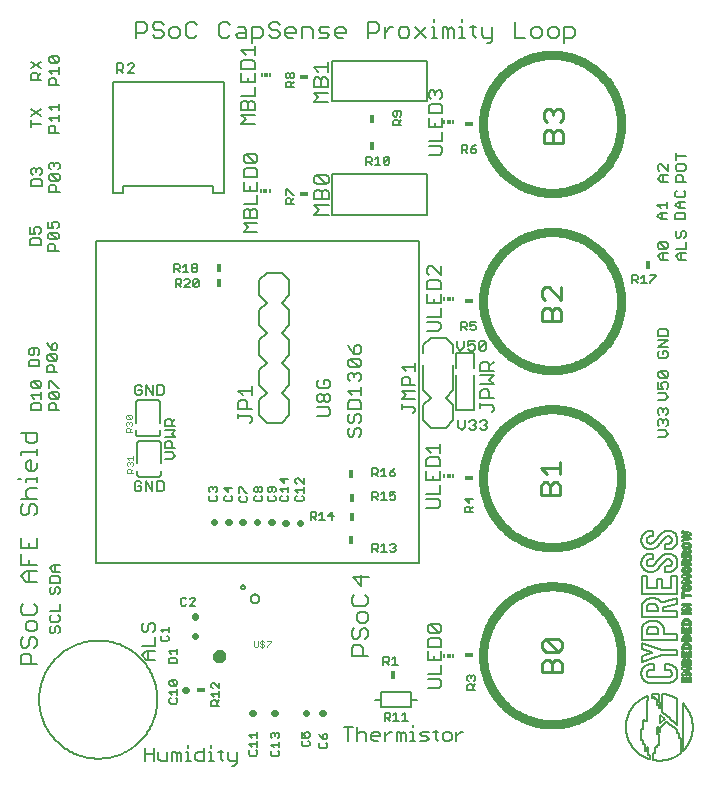
<source format=gto>
G75*
%MOIN*%
%OFA0B0*%
%FSLAX25Y25*%
%IPPOS*%
%LPD*%
%AMOC8*
5,1,8,0,0,1.08239X$1,22.5*
%
%ADD10C,0.00600*%
%ADD11C,0.00800*%
%ADD12C,0.00500*%
%ADD13C,0.00400*%
%ADD14C,0.00787*%
%ADD15C,0.02200*%
%ADD16C,0.00700*%
%ADD17R,0.00591X0.01181*%
%ADD18R,0.01181X0.01181*%
%ADD19R,0.03000X0.01800*%
%ADD20R,0.01800X0.03000*%
%ADD21C,0.02400*%
%ADD22C,0.03000*%
%ADD23C,0.01100*%
D10*
X0005184Y0085056D02*
X0005184Y0087758D01*
X0006085Y0088659D01*
X0007886Y0088659D01*
X0008787Y0087758D01*
X0008787Y0085056D01*
X0010589Y0085056D02*
X0005184Y0085056D01*
X0006085Y0090581D02*
X0006985Y0090581D01*
X0007886Y0091481D01*
X0007886Y0093283D01*
X0008787Y0094184D01*
X0009688Y0094184D01*
X0010589Y0093283D01*
X0010589Y0091481D01*
X0009688Y0090581D01*
X0006085Y0090581D02*
X0005184Y0091481D01*
X0005184Y0093283D01*
X0006085Y0094184D01*
X0007886Y0096105D02*
X0006985Y0097006D01*
X0006985Y0098808D01*
X0007886Y0099709D01*
X0009688Y0099709D01*
X0010589Y0098808D01*
X0010589Y0097006D01*
X0009688Y0096105D01*
X0007886Y0096105D01*
X0006085Y0101630D02*
X0009688Y0101630D01*
X0010589Y0102531D01*
X0010589Y0104332D01*
X0009688Y0105233D01*
X0006085Y0105233D02*
X0005184Y0104332D01*
X0005184Y0102531D01*
X0006085Y0101630D01*
X0014870Y0100848D02*
X0014870Y0099713D01*
X0015437Y0099146D01*
X0017706Y0099146D01*
X0018273Y0099713D01*
X0018273Y0100848D01*
X0017706Y0101415D01*
X0018273Y0102829D02*
X0018273Y0105098D01*
X0018273Y0102829D02*
X0014870Y0102829D01*
X0015437Y0101415D02*
X0014870Y0100848D01*
X0015437Y0097732D02*
X0014870Y0097165D01*
X0014870Y0096030D01*
X0015437Y0095463D01*
X0016004Y0095463D01*
X0016572Y0096030D01*
X0016572Y0097165D01*
X0017139Y0097732D01*
X0017706Y0097732D01*
X0018273Y0097165D01*
X0018273Y0096030D01*
X0017706Y0095463D01*
X0017706Y0108643D02*
X0018273Y0109210D01*
X0018273Y0110345D01*
X0017706Y0110912D01*
X0017139Y0110912D01*
X0016572Y0110345D01*
X0016572Y0109210D01*
X0016004Y0108643D01*
X0015437Y0108643D01*
X0014870Y0109210D01*
X0014870Y0110345D01*
X0015437Y0110912D01*
X0014870Y0112326D02*
X0014870Y0114028D01*
X0015437Y0114595D01*
X0017706Y0114595D01*
X0018273Y0114028D01*
X0018273Y0112326D01*
X0014870Y0112326D01*
X0016004Y0116009D02*
X0014870Y0117144D01*
X0016004Y0118278D01*
X0018273Y0118278D01*
X0016572Y0118278D02*
X0016572Y0116009D01*
X0016004Y0116009D02*
X0018273Y0116009D01*
X0010589Y0116283D02*
X0006985Y0116283D01*
X0005184Y0114481D01*
X0006985Y0112680D01*
X0010589Y0112680D01*
X0007886Y0112680D02*
X0007886Y0116283D01*
X0007886Y0118204D02*
X0007886Y0120006D01*
X0005184Y0118204D02*
X0005184Y0121807D01*
X0005184Y0123729D02*
X0010589Y0123729D01*
X0010589Y0127332D01*
X0007886Y0125531D02*
X0007886Y0123729D01*
X0005184Y0123729D02*
X0005184Y0127332D01*
X0006085Y0134778D02*
X0006985Y0134778D01*
X0007886Y0135679D01*
X0007886Y0137481D01*
X0008787Y0138382D01*
X0009688Y0138382D01*
X0010589Y0137481D01*
X0010589Y0135679D01*
X0009688Y0134778D01*
X0006085Y0134778D02*
X0005184Y0135679D01*
X0005184Y0137481D01*
X0006085Y0138382D01*
X0005184Y0140303D02*
X0010589Y0140303D01*
X0007886Y0140303D02*
X0006985Y0141204D01*
X0006985Y0143005D01*
X0007886Y0143906D01*
X0010589Y0143906D01*
X0010589Y0145828D02*
X0010589Y0147629D01*
X0010589Y0146729D02*
X0006985Y0146729D01*
X0006985Y0145828D01*
X0005184Y0146729D02*
X0004283Y0146729D01*
X0007886Y0149511D02*
X0006985Y0150412D01*
X0006985Y0152213D01*
X0007886Y0153114D01*
X0008787Y0153114D01*
X0008787Y0149511D01*
X0009688Y0149511D02*
X0007886Y0149511D01*
X0009688Y0149511D02*
X0010589Y0150412D01*
X0010589Y0152213D01*
X0010589Y0155036D02*
X0010589Y0156837D01*
X0010589Y0155937D02*
X0005184Y0155937D01*
X0005184Y0155036D01*
X0007886Y0158719D02*
X0006985Y0159620D01*
X0006985Y0162322D01*
X0005184Y0162322D02*
X0010589Y0162322D01*
X0010589Y0159620D01*
X0009688Y0158719D01*
X0007886Y0158719D01*
X0008700Y0169953D02*
X0008700Y0171655D01*
X0009267Y0172222D01*
X0011536Y0172222D01*
X0012103Y0171655D01*
X0012103Y0169953D01*
X0008700Y0169953D01*
X0009834Y0173636D02*
X0008700Y0174771D01*
X0012103Y0174771D01*
X0012103Y0175905D02*
X0012103Y0173636D01*
X0014700Y0174203D02*
X0014700Y0175338D01*
X0015267Y0175905D01*
X0017536Y0173636D01*
X0018103Y0174203D01*
X0018103Y0175338D01*
X0017536Y0175905D01*
X0015267Y0175905D01*
X0014700Y0177319D02*
X0014700Y0179588D01*
X0015267Y0179588D01*
X0017536Y0177319D01*
X0018103Y0177319D01*
X0017536Y0173636D02*
X0015267Y0173636D01*
X0014700Y0174203D01*
X0015267Y0172222D02*
X0016402Y0172222D01*
X0016969Y0171655D01*
X0016969Y0169953D01*
X0018103Y0169953D02*
X0014700Y0169953D01*
X0014700Y0171655D01*
X0015267Y0172222D01*
X0011536Y0177319D02*
X0009267Y0179588D01*
X0011536Y0179588D01*
X0012103Y0179021D01*
X0012103Y0177887D01*
X0011536Y0177319D01*
X0009267Y0177319D01*
X0008700Y0177887D01*
X0008700Y0179021D01*
X0009267Y0179588D01*
X0008103Y0184434D02*
X0008103Y0186135D01*
X0008670Y0186703D01*
X0010938Y0186703D01*
X0011506Y0186135D01*
X0011506Y0184434D01*
X0008103Y0184434D01*
X0008670Y0188117D02*
X0009237Y0188117D01*
X0009804Y0188684D01*
X0009804Y0190386D01*
X0010938Y0190386D02*
X0008670Y0190386D01*
X0008103Y0189819D01*
X0008103Y0188684D01*
X0008670Y0188117D01*
X0010938Y0188117D02*
X0011506Y0188684D01*
X0011506Y0189819D01*
X0010938Y0190386D01*
X0014103Y0192227D02*
X0014670Y0191093D01*
X0015804Y0189959D01*
X0015804Y0191660D01*
X0016371Y0192227D01*
X0016938Y0192227D01*
X0017506Y0191660D01*
X0017506Y0190526D01*
X0016938Y0189959D01*
X0015804Y0189959D01*
X0014670Y0188544D02*
X0016938Y0186276D01*
X0017506Y0186843D01*
X0017506Y0187977D01*
X0016938Y0188544D01*
X0014670Y0188544D01*
X0014103Y0187977D01*
X0014103Y0186843D01*
X0014670Y0186276D01*
X0016938Y0186276D01*
X0015804Y0184861D02*
X0016371Y0184294D01*
X0016371Y0182592D01*
X0017506Y0182592D02*
X0014103Y0182592D01*
X0014103Y0184294D01*
X0014670Y0184861D01*
X0015804Y0184861D01*
X0043366Y0177655D02*
X0043366Y0175386D01*
X0043933Y0174819D01*
X0045068Y0174819D01*
X0045635Y0175386D01*
X0045635Y0176520D01*
X0044501Y0176520D01*
X0045635Y0177655D02*
X0045068Y0178222D01*
X0043933Y0178222D01*
X0043366Y0177655D01*
X0047049Y0178222D02*
X0047049Y0174819D01*
X0049318Y0174819D02*
X0047049Y0178222D01*
X0049318Y0178222D02*
X0049318Y0174819D01*
X0050733Y0174819D02*
X0052434Y0174819D01*
X0053001Y0175386D01*
X0053001Y0177655D01*
X0052434Y0178222D01*
X0050733Y0178222D01*
X0050733Y0174819D01*
X0053912Y0166858D02*
X0055047Y0166858D01*
X0055614Y0166291D01*
X0055614Y0164590D01*
X0055614Y0165724D02*
X0056748Y0166858D01*
X0056748Y0164590D02*
X0053345Y0164590D01*
X0053345Y0166291D01*
X0053912Y0166858D01*
X0053345Y0163175D02*
X0056748Y0163175D01*
X0055614Y0162041D01*
X0056748Y0160906D01*
X0053345Y0160906D01*
X0053912Y0159492D02*
X0055047Y0159492D01*
X0055614Y0158925D01*
X0055614Y0157223D01*
X0056748Y0157223D02*
X0053345Y0157223D01*
X0053345Y0158925D01*
X0053912Y0159492D01*
X0053345Y0155809D02*
X0055614Y0155809D01*
X0056748Y0154674D01*
X0055614Y0153540D01*
X0053345Y0153540D01*
X0052277Y0146175D02*
X0050575Y0146175D01*
X0050575Y0142772D01*
X0052277Y0142772D01*
X0052844Y0143339D01*
X0052844Y0145607D01*
X0052277Y0146175D01*
X0049161Y0146175D02*
X0049161Y0142772D01*
X0046892Y0146175D01*
X0046892Y0142772D01*
X0045477Y0143339D02*
X0045477Y0144473D01*
X0044343Y0144473D01*
X0043209Y0143339D02*
X0043776Y0142772D01*
X0044910Y0142772D01*
X0045477Y0143339D01*
X0043209Y0143339D02*
X0043209Y0145607D01*
X0043776Y0146175D01*
X0044910Y0146175D01*
X0045477Y0145607D01*
X0010589Y0118204D02*
X0005184Y0118204D01*
X0014463Y0223037D02*
X0014463Y0224738D01*
X0015030Y0225305D01*
X0016165Y0225305D01*
X0016732Y0224738D01*
X0016732Y0223037D01*
X0017866Y0223037D02*
X0014463Y0223037D01*
X0011866Y0224878D02*
X0011866Y0226580D01*
X0011299Y0227147D01*
X0009030Y0227147D01*
X0008463Y0226580D01*
X0008463Y0224878D01*
X0011866Y0224878D01*
X0014463Y0227287D02*
X0014463Y0228421D01*
X0015030Y0228988D01*
X0017299Y0226720D01*
X0017866Y0227287D01*
X0017866Y0228421D01*
X0017299Y0228988D01*
X0015030Y0228988D01*
X0014463Y0230403D02*
X0016165Y0230403D01*
X0015598Y0231537D01*
X0015598Y0232104D01*
X0016165Y0232672D01*
X0017299Y0232672D01*
X0017866Y0232104D01*
X0017866Y0230970D01*
X0017299Y0230403D01*
X0014463Y0230403D02*
X0014463Y0232672D01*
X0011866Y0230263D02*
X0011866Y0229129D01*
X0011299Y0228561D01*
X0010165Y0228561D02*
X0009598Y0229696D01*
X0009598Y0230263D01*
X0010165Y0230830D01*
X0011299Y0230830D01*
X0011866Y0230263D01*
X0010165Y0228561D02*
X0008463Y0228561D01*
X0008463Y0230830D01*
X0014463Y0227287D02*
X0015030Y0226720D01*
X0017299Y0226720D01*
X0017047Y0242682D02*
X0017047Y0244384D01*
X0016480Y0244951D01*
X0015345Y0244951D01*
X0014778Y0244384D01*
X0014778Y0242682D01*
X0018181Y0242682D01*
X0017614Y0246366D02*
X0015345Y0248634D01*
X0017614Y0248634D01*
X0018181Y0248067D01*
X0018181Y0246933D01*
X0017614Y0246366D01*
X0015345Y0246366D01*
X0014778Y0246933D01*
X0014778Y0248067D01*
X0015345Y0248634D01*
X0015345Y0250049D02*
X0014778Y0250616D01*
X0014778Y0251750D01*
X0015345Y0252317D01*
X0015912Y0252317D01*
X0016480Y0251750D01*
X0017047Y0252317D01*
X0017614Y0252317D01*
X0018181Y0251750D01*
X0018181Y0250616D01*
X0017614Y0250049D01*
X0016480Y0251183D02*
X0016480Y0251750D01*
X0012181Y0249909D02*
X0012181Y0248774D01*
X0011614Y0248207D01*
X0011614Y0246793D02*
X0009345Y0246793D01*
X0008778Y0246225D01*
X0008778Y0244524D01*
X0012181Y0244524D01*
X0012181Y0246225D01*
X0011614Y0246793D01*
X0009345Y0248207D02*
X0008778Y0248774D01*
X0008778Y0249909D01*
X0009345Y0250476D01*
X0009913Y0250476D01*
X0010480Y0249909D01*
X0011047Y0250476D01*
X0011614Y0250476D01*
X0012181Y0249909D01*
X0010480Y0249909D02*
X0010480Y0249341D01*
X0014542Y0262367D02*
X0014542Y0264069D01*
X0015109Y0264636D01*
X0016243Y0264636D01*
X0016811Y0264069D01*
X0016811Y0262367D01*
X0017945Y0262367D02*
X0014542Y0262367D01*
X0015676Y0266051D02*
X0014542Y0267185D01*
X0017945Y0267185D01*
X0017945Y0266051D02*
X0017945Y0268319D01*
X0017945Y0269734D02*
X0017945Y0272002D01*
X0017945Y0270868D02*
X0014542Y0270868D01*
X0015676Y0269734D01*
X0011945Y0270161D02*
X0008542Y0267892D01*
X0008542Y0266478D02*
X0008542Y0264209D01*
X0008542Y0265343D02*
X0011945Y0265343D01*
X0011945Y0267892D02*
X0008542Y0270161D01*
X0014660Y0278191D02*
X0014660Y0279892D01*
X0015227Y0280460D01*
X0016362Y0280460D01*
X0016929Y0279892D01*
X0016929Y0278191D01*
X0018063Y0278191D02*
X0014660Y0278191D01*
X0012063Y0280033D02*
X0008660Y0280033D01*
X0008660Y0281734D01*
X0009227Y0282301D01*
X0010362Y0282301D01*
X0010929Y0281734D01*
X0010929Y0280033D01*
X0010929Y0281167D02*
X0012063Y0282301D01*
X0012063Y0283716D02*
X0008660Y0285984D01*
X0008660Y0283716D02*
X0012063Y0285984D01*
X0014660Y0286124D02*
X0014660Y0287259D01*
X0015227Y0287826D01*
X0017496Y0285557D01*
X0018063Y0286124D01*
X0018063Y0287259D01*
X0017496Y0287826D01*
X0015227Y0287826D01*
X0014660Y0286124D02*
X0015227Y0285557D01*
X0017496Y0285557D01*
X0018063Y0284143D02*
X0018063Y0281874D01*
X0018063Y0283008D02*
X0014660Y0283008D01*
X0015794Y0281874D01*
X0043746Y0293856D02*
X0043746Y0299260D01*
X0046448Y0299260D01*
X0047349Y0298360D01*
X0047349Y0296558D01*
X0046448Y0295657D01*
X0043746Y0295657D01*
X0049270Y0294756D02*
X0050171Y0293856D01*
X0051973Y0293856D01*
X0052873Y0294756D01*
X0052873Y0295657D01*
X0051973Y0296558D01*
X0050171Y0296558D01*
X0049270Y0297459D01*
X0049270Y0298360D01*
X0050171Y0299260D01*
X0051973Y0299260D01*
X0052873Y0298360D01*
X0054795Y0296558D02*
X0054795Y0294756D01*
X0055696Y0293856D01*
X0057497Y0293856D01*
X0058398Y0294756D01*
X0058398Y0296558D01*
X0057497Y0297459D01*
X0055696Y0297459D01*
X0054795Y0296558D01*
X0060320Y0298360D02*
X0060320Y0294756D01*
X0061220Y0293856D01*
X0063022Y0293856D01*
X0063923Y0294756D01*
X0063923Y0298360D02*
X0063022Y0299260D01*
X0061220Y0299260D01*
X0060320Y0298360D01*
X0071369Y0298360D02*
X0071369Y0294756D01*
X0072270Y0293856D01*
X0074071Y0293856D01*
X0074972Y0294756D01*
X0076894Y0294756D02*
X0077795Y0295657D01*
X0080497Y0295657D01*
X0080497Y0296558D02*
X0080497Y0293856D01*
X0077795Y0293856D01*
X0076894Y0294756D01*
X0077795Y0297459D02*
X0079596Y0297459D01*
X0080497Y0296558D01*
X0082419Y0297459D02*
X0082419Y0292054D01*
X0082419Y0293856D02*
X0085121Y0293856D01*
X0086022Y0294756D01*
X0086022Y0296558D01*
X0085121Y0297459D01*
X0082419Y0297459D01*
X0087943Y0297459D02*
X0088844Y0296558D01*
X0090646Y0296558D01*
X0091546Y0295657D01*
X0091546Y0294756D01*
X0090646Y0293856D01*
X0088844Y0293856D01*
X0087943Y0294756D01*
X0087943Y0297459D02*
X0087943Y0298360D01*
X0088844Y0299260D01*
X0090646Y0299260D01*
X0091546Y0298360D01*
X0093468Y0296558D02*
X0094369Y0297459D01*
X0096170Y0297459D01*
X0097071Y0296558D01*
X0097071Y0295657D01*
X0093468Y0295657D01*
X0093468Y0294756D02*
X0093468Y0296558D01*
X0093468Y0294756D02*
X0094369Y0293856D01*
X0096170Y0293856D01*
X0098993Y0293856D02*
X0098993Y0297459D01*
X0101695Y0297459D01*
X0102596Y0296558D01*
X0102596Y0293856D01*
X0104517Y0293856D02*
X0107220Y0293856D01*
X0108121Y0294756D01*
X0107220Y0295657D01*
X0105418Y0295657D01*
X0104517Y0296558D01*
X0105418Y0297459D01*
X0108121Y0297459D01*
X0110042Y0296558D02*
X0110943Y0297459D01*
X0112744Y0297459D01*
X0113645Y0296558D01*
X0113645Y0295657D01*
X0110042Y0295657D01*
X0110042Y0294756D02*
X0110042Y0296558D01*
X0110042Y0294756D02*
X0110943Y0293856D01*
X0112744Y0293856D01*
X0121092Y0293856D02*
X0121092Y0299260D01*
X0123794Y0299260D01*
X0124695Y0298360D01*
X0124695Y0296558D01*
X0123794Y0295657D01*
X0121092Y0295657D01*
X0126616Y0295657D02*
X0128418Y0297459D01*
X0129319Y0297459D01*
X0131220Y0296558D02*
X0131220Y0294756D01*
X0132121Y0293856D01*
X0133923Y0293856D01*
X0134823Y0294756D01*
X0134823Y0296558D01*
X0133923Y0297459D01*
X0132121Y0297459D01*
X0131220Y0296558D01*
X0126616Y0297459D02*
X0126616Y0293856D01*
X0136745Y0293856D02*
X0140348Y0297459D01*
X0142270Y0297459D02*
X0143170Y0297459D01*
X0143170Y0293856D01*
X0142270Y0293856D02*
X0144071Y0293856D01*
X0145953Y0293856D02*
X0145953Y0297459D01*
X0146854Y0297459D01*
X0147754Y0296558D01*
X0148655Y0297459D01*
X0149556Y0296558D01*
X0149556Y0293856D01*
X0147754Y0293856D02*
X0147754Y0296558D01*
X0143170Y0299260D02*
X0143170Y0300161D01*
X0140348Y0293856D02*
X0136745Y0297459D01*
X0151478Y0297459D02*
X0152378Y0297459D01*
X0152378Y0293856D01*
X0151478Y0293856D02*
X0153279Y0293856D01*
X0156061Y0294756D02*
X0156962Y0293856D01*
X0156061Y0294756D02*
X0156061Y0298360D01*
X0155161Y0297459D02*
X0156962Y0297459D01*
X0158844Y0297459D02*
X0158844Y0294756D01*
X0159745Y0293856D01*
X0162447Y0293856D01*
X0162447Y0292955D02*
X0161546Y0292054D01*
X0160645Y0292054D01*
X0162447Y0292955D02*
X0162447Y0297459D01*
X0169893Y0299260D02*
X0169893Y0293856D01*
X0173496Y0293856D01*
X0175418Y0294756D02*
X0176319Y0293856D01*
X0178120Y0293856D01*
X0179021Y0294756D01*
X0179021Y0296558D01*
X0178120Y0297459D01*
X0176319Y0297459D01*
X0175418Y0296558D01*
X0175418Y0294756D01*
X0180943Y0294756D02*
X0181843Y0293856D01*
X0183645Y0293856D01*
X0184546Y0294756D01*
X0184546Y0296558D01*
X0183645Y0297459D01*
X0181843Y0297459D01*
X0180943Y0296558D01*
X0180943Y0294756D01*
X0186467Y0293856D02*
X0189170Y0293856D01*
X0190071Y0294756D01*
X0190071Y0296558D01*
X0189170Y0297459D01*
X0186467Y0297459D01*
X0186467Y0292054D01*
X0218164Y0251836D02*
X0217597Y0251269D01*
X0217597Y0250135D01*
X0218164Y0249567D01*
X0218731Y0248153D02*
X0217597Y0247019D01*
X0218731Y0245884D01*
X0221000Y0245884D01*
X0219299Y0245884D02*
X0219299Y0248153D01*
X0218731Y0248153D02*
X0221000Y0248153D01*
X0221000Y0249567D02*
X0218731Y0251836D01*
X0218164Y0251836D01*
X0221000Y0251836D02*
X0221000Y0249567D01*
X0223597Y0250135D02*
X0224164Y0249567D01*
X0226433Y0249567D01*
X0227000Y0250135D01*
X0227000Y0251269D01*
X0226433Y0251836D01*
X0224164Y0251836D01*
X0223597Y0251269D01*
X0223597Y0250135D01*
X0224164Y0248153D02*
X0225299Y0248153D01*
X0225866Y0247586D01*
X0225866Y0245884D01*
X0227000Y0245884D02*
X0223597Y0245884D01*
X0223597Y0247586D01*
X0224164Y0248153D01*
X0223964Y0243019D02*
X0223397Y0242452D01*
X0223397Y0241318D01*
X0223964Y0240751D01*
X0226233Y0240751D01*
X0226800Y0241318D01*
X0226800Y0242452D01*
X0226233Y0243019D01*
X0226800Y0239336D02*
X0224531Y0239336D01*
X0223397Y0238202D01*
X0224531Y0237067D01*
X0226800Y0237067D01*
X0226233Y0235653D02*
X0223964Y0235653D01*
X0223397Y0235086D01*
X0223397Y0233384D01*
X0226800Y0233384D01*
X0226800Y0235086D01*
X0226233Y0235653D01*
X0225099Y0237067D02*
X0225099Y0239336D01*
X0220800Y0239336D02*
X0220800Y0237067D01*
X0220800Y0238202D02*
X0217397Y0238202D01*
X0218531Y0237067D01*
X0218531Y0235653D02*
X0217397Y0234519D01*
X0218531Y0233384D01*
X0220800Y0233384D01*
X0219099Y0233384D02*
X0219099Y0235653D01*
X0218531Y0235653D02*
X0220800Y0235653D01*
X0224164Y0229619D02*
X0223597Y0229052D01*
X0223597Y0227918D01*
X0224164Y0227351D01*
X0224731Y0227351D01*
X0225299Y0227918D01*
X0225299Y0229052D01*
X0225866Y0229619D01*
X0226433Y0229619D01*
X0227000Y0229052D01*
X0227000Y0227918D01*
X0226433Y0227351D01*
X0227000Y0225936D02*
X0227000Y0223667D01*
X0223597Y0223667D01*
X0224731Y0222253D02*
X0227000Y0222253D01*
X0225299Y0222253D02*
X0225299Y0219984D01*
X0224731Y0219984D02*
X0227000Y0219984D01*
X0224731Y0219984D02*
X0223597Y0221119D01*
X0224731Y0222253D01*
X0221000Y0222253D02*
X0218731Y0222253D01*
X0217597Y0221119D01*
X0218731Y0219984D01*
X0221000Y0219984D01*
X0219299Y0219984D02*
X0219299Y0222253D01*
X0220433Y0223667D02*
X0218164Y0225936D01*
X0220433Y0225936D01*
X0221000Y0225369D01*
X0221000Y0224235D01*
X0220433Y0223667D01*
X0218164Y0223667D01*
X0217597Y0224235D01*
X0217597Y0225369D01*
X0218164Y0225936D01*
X0223597Y0253251D02*
X0223597Y0255519D01*
X0223597Y0254385D02*
X0227000Y0254385D01*
X0220433Y0196919D02*
X0218164Y0196919D01*
X0217597Y0196352D01*
X0217597Y0194651D01*
X0221000Y0194651D01*
X0221000Y0196352D01*
X0220433Y0196919D01*
X0221000Y0193236D02*
X0217597Y0193236D01*
X0217597Y0190967D02*
X0221000Y0193236D01*
X0221000Y0190967D02*
X0217597Y0190967D01*
X0218164Y0189553D02*
X0217597Y0188986D01*
X0217597Y0187851D01*
X0218164Y0187284D01*
X0220433Y0187284D01*
X0221000Y0187851D01*
X0221000Y0188986D01*
X0220433Y0189553D01*
X0219299Y0189553D01*
X0219299Y0188419D01*
X0218264Y0182819D02*
X0217697Y0182252D01*
X0217697Y0181118D01*
X0218264Y0180551D01*
X0220533Y0180551D01*
X0218264Y0182819D01*
X0220533Y0182819D01*
X0221100Y0182252D01*
X0221100Y0181118D01*
X0220533Y0180551D01*
X0220533Y0179136D02*
X0219399Y0179136D01*
X0218831Y0178569D01*
X0218831Y0178002D01*
X0219399Y0176867D01*
X0217697Y0176867D01*
X0217697Y0179136D01*
X0217697Y0175453D02*
X0219966Y0175453D01*
X0221100Y0174319D01*
X0219966Y0173184D01*
X0217697Y0173184D01*
X0218164Y0170419D02*
X0218731Y0170419D01*
X0219299Y0169852D01*
X0219866Y0170419D01*
X0220433Y0170419D01*
X0221000Y0169852D01*
X0221000Y0168718D01*
X0220433Y0168151D01*
X0220433Y0166736D02*
X0221000Y0166169D01*
X0221000Y0165035D01*
X0220433Y0164467D01*
X0219866Y0163053D02*
X0217597Y0163053D01*
X0218164Y0164467D02*
X0217597Y0165035D01*
X0217597Y0166169D01*
X0218164Y0166736D01*
X0218731Y0166736D01*
X0219299Y0166169D01*
X0219866Y0166736D01*
X0220433Y0166736D01*
X0219299Y0166169D02*
X0219299Y0165602D01*
X0219866Y0163053D02*
X0221000Y0161919D01*
X0219866Y0160784D01*
X0217597Y0160784D01*
X0218164Y0168151D02*
X0217597Y0168718D01*
X0217597Y0169852D01*
X0218164Y0170419D01*
X0219299Y0169852D02*
X0219299Y0169285D01*
X0220533Y0176867D02*
X0221100Y0177435D01*
X0221100Y0178569D01*
X0220533Y0179136D01*
X0160735Y0166020D02*
X0160735Y0165453D01*
X0160168Y0164886D01*
X0160735Y0164319D01*
X0160735Y0163751D01*
X0160168Y0163184D01*
X0159033Y0163184D01*
X0158466Y0163751D01*
X0157052Y0163751D02*
X0157052Y0164319D01*
X0156485Y0164886D01*
X0155917Y0164886D01*
X0156485Y0164886D02*
X0157052Y0165453D01*
X0157052Y0166020D01*
X0156485Y0166587D01*
X0155350Y0166587D01*
X0154783Y0166020D01*
X0153369Y0166587D02*
X0153369Y0164319D01*
X0152234Y0163184D01*
X0151100Y0164319D01*
X0151100Y0166587D01*
X0154783Y0163751D02*
X0155350Y0163184D01*
X0156485Y0163184D01*
X0157052Y0163751D01*
X0158466Y0166020D02*
X0159033Y0166587D01*
X0160168Y0166587D01*
X0160735Y0166020D01*
X0160168Y0164886D02*
X0159601Y0164886D01*
X0159718Y0189584D02*
X0158584Y0189584D01*
X0158017Y0190151D01*
X0160285Y0192420D01*
X0160285Y0190151D01*
X0159718Y0189584D01*
X0158017Y0190151D02*
X0158017Y0192420D01*
X0158584Y0192987D01*
X0159718Y0192987D01*
X0160285Y0192420D01*
X0156602Y0192987D02*
X0154334Y0192987D01*
X0154334Y0191286D01*
X0155468Y0191853D01*
X0156035Y0191853D01*
X0156602Y0191286D01*
X0156602Y0190151D01*
X0156035Y0189584D01*
X0154901Y0189584D01*
X0154334Y0190151D01*
X0152919Y0190719D02*
X0152919Y0192987D01*
X0150651Y0192987D02*
X0150651Y0190719D01*
X0151785Y0189584D01*
X0152919Y0190719D01*
X0121449Y0114062D02*
X0116044Y0114062D01*
X0118746Y0111360D01*
X0118746Y0114963D01*
X0120108Y0108137D02*
X0121009Y0107236D01*
X0121009Y0105435D01*
X0120108Y0104534D01*
X0116505Y0104534D01*
X0115604Y0105435D01*
X0115604Y0107236D01*
X0116505Y0108137D01*
X0118306Y0102612D02*
X0117405Y0101712D01*
X0117405Y0099910D01*
X0118306Y0099009D01*
X0120108Y0099009D01*
X0121009Y0099910D01*
X0121009Y0101712D01*
X0120108Y0102612D01*
X0118306Y0102612D01*
X0119207Y0097088D02*
X0120108Y0097088D01*
X0121009Y0096187D01*
X0121009Y0094385D01*
X0120108Y0093485D01*
X0118306Y0094385D02*
X0118306Y0096187D01*
X0119207Y0097088D01*
X0116505Y0097088D02*
X0115604Y0096187D01*
X0115604Y0094385D01*
X0116505Y0093485D01*
X0117405Y0093485D01*
X0118306Y0094385D01*
X0118306Y0091563D02*
X0116505Y0091563D01*
X0115604Y0090662D01*
X0115604Y0087960D01*
X0121009Y0087960D01*
X0119207Y0087960D02*
X0119207Y0090662D01*
X0118306Y0091563D01*
X0125273Y0075734D02*
X0125273Y0073234D01*
X0125273Y0070734D01*
X0135273Y0070734D01*
X0135273Y0073234D01*
X0135273Y0075734D01*
X0125273Y0075734D01*
X0125273Y0073234D02*
X0123273Y0073234D01*
X0135273Y0073234D02*
X0137273Y0073234D01*
X0152378Y0299260D02*
X0152378Y0300161D01*
X0074972Y0298360D02*
X0074071Y0299260D01*
X0072270Y0299260D01*
X0071369Y0298360D01*
D11*
X0072939Y0279373D02*
X0035939Y0279373D01*
X0035939Y0242373D01*
X0039439Y0242373D01*
X0039439Y0244423D01*
X0069439Y0244423D01*
X0069439Y0242373D01*
X0072939Y0242373D01*
X0072939Y0279373D01*
X0102859Y0279977D02*
X0102859Y0277625D01*
X0107563Y0277625D01*
X0107563Y0279977D01*
X0106779Y0280761D01*
X0105995Y0280761D01*
X0105211Y0279977D01*
X0105211Y0277625D01*
X0105211Y0279977D02*
X0104427Y0280761D01*
X0103643Y0280761D01*
X0102859Y0279977D01*
X0104427Y0282690D02*
X0102859Y0284258D01*
X0107563Y0284258D01*
X0107563Y0282690D02*
X0107563Y0285826D01*
X0107563Y0275697D02*
X0102859Y0275697D01*
X0104427Y0274129D01*
X0102859Y0272561D01*
X0107563Y0272561D01*
X0107094Y0248267D02*
X0103958Y0248267D01*
X0107094Y0245131D01*
X0107878Y0245915D01*
X0107878Y0247483D01*
X0107094Y0248267D01*
X0103958Y0248267D02*
X0103174Y0247483D01*
X0103174Y0245915D01*
X0103958Y0245131D01*
X0107094Y0245131D01*
X0107094Y0243202D02*
X0107878Y0242418D01*
X0107878Y0240066D01*
X0103174Y0240066D01*
X0103174Y0242418D01*
X0103958Y0243202D01*
X0104742Y0243202D01*
X0105526Y0242418D01*
X0105526Y0240066D01*
X0105526Y0242418D02*
X0106310Y0243202D01*
X0107094Y0243202D01*
X0107878Y0238138D02*
X0103174Y0238138D01*
X0104742Y0236570D01*
X0103174Y0235002D01*
X0107878Y0235002D01*
X0092293Y0215594D02*
X0087293Y0215594D01*
X0084793Y0213094D01*
X0084793Y0208094D01*
X0087293Y0205594D01*
X0084793Y0203094D01*
X0084793Y0198094D01*
X0087293Y0195594D01*
X0084793Y0193094D01*
X0084793Y0188094D01*
X0087293Y0185594D01*
X0084793Y0183094D01*
X0084793Y0178094D01*
X0087293Y0175594D01*
X0084793Y0173094D01*
X0084793Y0168094D01*
X0087293Y0165594D01*
X0092293Y0165594D01*
X0094793Y0168094D01*
X0094793Y0173094D01*
X0092293Y0175594D01*
X0094793Y0178094D01*
X0094793Y0183094D01*
X0092293Y0185594D01*
X0094793Y0188094D01*
X0094793Y0193094D01*
X0092293Y0195594D01*
X0094793Y0198094D01*
X0094793Y0203094D01*
X0092293Y0205594D01*
X0094793Y0208094D01*
X0094793Y0213094D01*
X0092293Y0215594D01*
X0114376Y0191468D02*
X0115077Y0190066D01*
X0116478Y0188665D01*
X0116478Y0190767D01*
X0117178Y0191468D01*
X0117879Y0191468D01*
X0118580Y0190767D01*
X0118580Y0189366D01*
X0117879Y0188665D01*
X0116478Y0188665D01*
X0115077Y0186864D02*
X0117879Y0186864D01*
X0118580Y0186163D01*
X0118580Y0184762D01*
X0117879Y0184061D01*
X0115077Y0186864D01*
X0114376Y0186163D01*
X0114376Y0184762D01*
X0115077Y0184061D01*
X0117879Y0184061D01*
X0117879Y0182260D02*
X0118580Y0181559D01*
X0118580Y0180158D01*
X0117879Y0179457D01*
X0118580Y0177656D02*
X0118580Y0174854D01*
X0118580Y0176255D02*
X0114376Y0176255D01*
X0115777Y0174854D01*
X0115077Y0173052D02*
X0114376Y0172351D01*
X0114376Y0170250D01*
X0118580Y0170250D01*
X0118580Y0172351D01*
X0117879Y0173052D01*
X0115077Y0173052D01*
X0115077Y0168448D02*
X0114376Y0167747D01*
X0114376Y0166346D01*
X0115077Y0165646D01*
X0115777Y0165646D01*
X0116478Y0166346D01*
X0116478Y0167747D01*
X0117178Y0168448D01*
X0117879Y0168448D01*
X0118580Y0167747D01*
X0118580Y0166346D01*
X0117879Y0165646D01*
X0117879Y0163844D02*
X0117178Y0163844D01*
X0116478Y0163144D01*
X0116478Y0161742D01*
X0115777Y0161042D01*
X0115077Y0161042D01*
X0114376Y0161742D01*
X0114376Y0163144D01*
X0115077Y0163844D01*
X0117879Y0163844D02*
X0118580Y0163144D01*
X0118580Y0161742D01*
X0117879Y0161042D01*
X0108280Y0168642D02*
X0108280Y0170044D01*
X0107579Y0170744D01*
X0104076Y0170744D01*
X0104777Y0172546D02*
X0105477Y0172546D01*
X0106178Y0173246D01*
X0106178Y0174647D01*
X0106878Y0175348D01*
X0107579Y0175348D01*
X0108280Y0174647D01*
X0108280Y0173246D01*
X0107579Y0172546D01*
X0106878Y0172546D01*
X0106178Y0173246D01*
X0106178Y0174647D02*
X0105477Y0175348D01*
X0104777Y0175348D01*
X0104076Y0174647D01*
X0104076Y0173246D01*
X0104777Y0172546D01*
X0104076Y0167942D02*
X0107579Y0167942D01*
X0108280Y0168642D01*
X0107579Y0177150D02*
X0104777Y0177150D01*
X0104076Y0177850D01*
X0104076Y0179251D01*
X0104777Y0179952D01*
X0106178Y0179952D02*
X0106178Y0178551D01*
X0106178Y0179952D02*
X0107579Y0179952D01*
X0108280Y0179251D01*
X0108280Y0177850D01*
X0107579Y0177150D01*
X0114376Y0180158D02*
X0114376Y0181559D01*
X0115077Y0182260D01*
X0115777Y0182260D01*
X0116478Y0181559D01*
X0117178Y0182260D01*
X0117879Y0182260D01*
X0116478Y0181559D02*
X0116478Y0180859D01*
X0115077Y0179457D02*
X0114376Y0180158D01*
X0132362Y0180236D02*
X0132362Y0178134D01*
X0136566Y0178134D01*
X0135165Y0178134D02*
X0135165Y0180236D01*
X0134464Y0180937D01*
X0133063Y0180937D01*
X0132362Y0180236D01*
X0133763Y0182738D02*
X0132362Y0184139D01*
X0136566Y0184139D01*
X0136566Y0182738D02*
X0136566Y0185540D01*
X0139466Y0185042D02*
X0139466Y0176542D01*
X0141966Y0174042D01*
X0139466Y0171542D01*
X0139466Y0166542D01*
X0141966Y0164042D01*
X0146966Y0164042D01*
X0149466Y0166542D01*
X0149466Y0171542D01*
X0146966Y0174042D01*
X0149466Y0176542D01*
X0149466Y0185042D01*
X0149466Y0189042D02*
X0149466Y0191542D01*
X0146966Y0194042D01*
X0141966Y0194042D01*
X0139466Y0191542D01*
X0139466Y0189042D01*
X0136566Y0176333D02*
X0132362Y0176333D01*
X0133763Y0174931D01*
X0132362Y0173530D01*
X0136566Y0173530D01*
X0135865Y0171028D02*
X0132362Y0171028D01*
X0132362Y0170327D02*
X0132362Y0171729D01*
X0135865Y0171028D02*
X0136566Y0170327D01*
X0136566Y0169627D01*
X0135865Y0168926D01*
X0051661Y0165705D02*
X0051661Y0172205D01*
X0051659Y0172265D01*
X0051654Y0172326D01*
X0051645Y0172385D01*
X0051632Y0172444D01*
X0051616Y0172503D01*
X0051596Y0172560D01*
X0051573Y0172615D01*
X0051546Y0172670D01*
X0051517Y0172722D01*
X0051484Y0172773D01*
X0051448Y0172822D01*
X0051410Y0172868D01*
X0051368Y0172912D01*
X0051324Y0172954D01*
X0051278Y0172992D01*
X0051229Y0173028D01*
X0051178Y0173061D01*
X0051126Y0173090D01*
X0051071Y0173117D01*
X0051016Y0173140D01*
X0050959Y0173160D01*
X0050900Y0173176D01*
X0050841Y0173189D01*
X0050782Y0173198D01*
X0050721Y0173203D01*
X0050661Y0173205D01*
X0044661Y0173205D01*
X0044601Y0173203D01*
X0044540Y0173198D01*
X0044481Y0173189D01*
X0044422Y0173176D01*
X0044363Y0173160D01*
X0044306Y0173140D01*
X0044251Y0173117D01*
X0044196Y0173090D01*
X0044144Y0173061D01*
X0044093Y0173028D01*
X0044044Y0172992D01*
X0043998Y0172954D01*
X0043954Y0172912D01*
X0043912Y0172868D01*
X0043874Y0172822D01*
X0043838Y0172773D01*
X0043805Y0172722D01*
X0043776Y0172670D01*
X0043749Y0172615D01*
X0043726Y0172560D01*
X0043706Y0172503D01*
X0043690Y0172444D01*
X0043677Y0172385D01*
X0043668Y0172326D01*
X0043663Y0172265D01*
X0043661Y0172205D01*
X0043661Y0165705D01*
X0043661Y0163205D02*
X0043661Y0162205D01*
X0043663Y0162145D01*
X0043668Y0162084D01*
X0043677Y0162025D01*
X0043690Y0161966D01*
X0043706Y0161907D01*
X0043726Y0161850D01*
X0043749Y0161795D01*
X0043776Y0161740D01*
X0043805Y0161688D01*
X0043838Y0161637D01*
X0043874Y0161588D01*
X0043912Y0161542D01*
X0043954Y0161498D01*
X0043998Y0161456D01*
X0044044Y0161418D01*
X0044093Y0161382D01*
X0044144Y0161349D01*
X0044196Y0161320D01*
X0044251Y0161293D01*
X0044306Y0161270D01*
X0044363Y0161250D01*
X0044422Y0161234D01*
X0044481Y0161221D01*
X0044540Y0161212D01*
X0044601Y0161207D01*
X0044661Y0161205D01*
X0050661Y0161205D01*
X0050721Y0161207D01*
X0050782Y0161212D01*
X0050841Y0161221D01*
X0050900Y0161234D01*
X0050959Y0161250D01*
X0051016Y0161270D01*
X0051071Y0161293D01*
X0051126Y0161320D01*
X0051178Y0161349D01*
X0051229Y0161382D01*
X0051278Y0161418D01*
X0051324Y0161456D01*
X0051368Y0161498D01*
X0051410Y0161542D01*
X0051448Y0161588D01*
X0051484Y0161637D01*
X0051517Y0161688D01*
X0051546Y0161740D01*
X0051573Y0161795D01*
X0051596Y0161850D01*
X0051616Y0161907D01*
X0051632Y0161966D01*
X0051645Y0162025D01*
X0051654Y0162084D01*
X0051659Y0162145D01*
X0051661Y0162205D01*
X0051661Y0163205D01*
X0051008Y0159655D02*
X0045008Y0159655D01*
X0044948Y0159653D01*
X0044887Y0159648D01*
X0044828Y0159639D01*
X0044769Y0159626D01*
X0044710Y0159610D01*
X0044653Y0159590D01*
X0044598Y0159567D01*
X0044543Y0159540D01*
X0044491Y0159511D01*
X0044440Y0159478D01*
X0044391Y0159442D01*
X0044345Y0159404D01*
X0044301Y0159362D01*
X0044259Y0159318D01*
X0044221Y0159272D01*
X0044185Y0159223D01*
X0044152Y0159172D01*
X0044123Y0159120D01*
X0044096Y0159065D01*
X0044073Y0159010D01*
X0044053Y0158953D01*
X0044037Y0158894D01*
X0044024Y0158835D01*
X0044015Y0158776D01*
X0044010Y0158715D01*
X0044008Y0158655D01*
X0044008Y0152155D01*
X0044008Y0149655D02*
X0044008Y0148655D01*
X0044010Y0148595D01*
X0044015Y0148534D01*
X0044024Y0148475D01*
X0044037Y0148416D01*
X0044053Y0148357D01*
X0044073Y0148300D01*
X0044096Y0148245D01*
X0044123Y0148190D01*
X0044152Y0148138D01*
X0044185Y0148087D01*
X0044221Y0148038D01*
X0044259Y0147992D01*
X0044301Y0147948D01*
X0044345Y0147906D01*
X0044391Y0147868D01*
X0044440Y0147832D01*
X0044491Y0147799D01*
X0044543Y0147770D01*
X0044598Y0147743D01*
X0044653Y0147720D01*
X0044710Y0147700D01*
X0044769Y0147684D01*
X0044828Y0147671D01*
X0044887Y0147662D01*
X0044948Y0147657D01*
X0045008Y0147655D01*
X0051008Y0147655D01*
X0051068Y0147657D01*
X0051129Y0147662D01*
X0051188Y0147671D01*
X0051247Y0147684D01*
X0051306Y0147700D01*
X0051363Y0147720D01*
X0051418Y0147743D01*
X0051473Y0147770D01*
X0051525Y0147799D01*
X0051576Y0147832D01*
X0051625Y0147868D01*
X0051671Y0147906D01*
X0051715Y0147948D01*
X0051757Y0147992D01*
X0051795Y0148038D01*
X0051831Y0148087D01*
X0051864Y0148138D01*
X0051893Y0148190D01*
X0051920Y0148245D01*
X0051943Y0148300D01*
X0051963Y0148357D01*
X0051979Y0148416D01*
X0051992Y0148475D01*
X0052001Y0148534D01*
X0052006Y0148595D01*
X0052008Y0148655D01*
X0052008Y0149655D01*
X0052008Y0152155D02*
X0052008Y0158655D01*
X0052006Y0158715D01*
X0052001Y0158776D01*
X0051992Y0158835D01*
X0051979Y0158894D01*
X0051963Y0158953D01*
X0051943Y0159010D01*
X0051920Y0159065D01*
X0051893Y0159120D01*
X0051864Y0159172D01*
X0051831Y0159223D01*
X0051795Y0159272D01*
X0051757Y0159318D01*
X0051715Y0159362D01*
X0051671Y0159404D01*
X0051625Y0159442D01*
X0051576Y0159478D01*
X0051525Y0159511D01*
X0051473Y0159540D01*
X0051418Y0159567D01*
X0051363Y0159590D01*
X0051306Y0159610D01*
X0051247Y0159626D01*
X0051188Y0159639D01*
X0051129Y0159648D01*
X0051068Y0159653D01*
X0051008Y0159655D01*
D12*
X0046566Y0057370D02*
X0046566Y0052866D01*
X0046566Y0055118D02*
X0049568Y0055118D01*
X0051170Y0055868D02*
X0051170Y0053616D01*
X0051920Y0052866D01*
X0054172Y0052866D01*
X0054172Y0055868D01*
X0055773Y0055868D02*
X0056524Y0055868D01*
X0057275Y0055118D01*
X0058025Y0055868D01*
X0058776Y0055118D01*
X0058776Y0052866D01*
X0057275Y0052866D02*
X0057275Y0055118D01*
X0055773Y0055868D02*
X0055773Y0052866D01*
X0060377Y0052866D02*
X0061879Y0052866D01*
X0061128Y0052866D02*
X0061128Y0055868D01*
X0060377Y0055868D01*
X0061128Y0057370D02*
X0061128Y0058120D01*
X0063447Y0055118D02*
X0064197Y0055868D01*
X0066449Y0055868D01*
X0066449Y0057370D02*
X0066449Y0052866D01*
X0064197Y0052866D01*
X0063447Y0053616D01*
X0063447Y0055118D01*
X0068051Y0055868D02*
X0068801Y0055868D01*
X0068801Y0052866D01*
X0068051Y0052866D02*
X0069552Y0052866D01*
X0071870Y0053616D02*
X0071870Y0056619D01*
X0071120Y0055868D02*
X0072621Y0055868D01*
X0074189Y0055868D02*
X0074189Y0053616D01*
X0074940Y0052866D01*
X0077192Y0052866D01*
X0077192Y0052115D02*
X0076441Y0051364D01*
X0075690Y0051364D01*
X0077192Y0052115D02*
X0077192Y0055868D01*
X0081348Y0056046D02*
X0081348Y0055145D01*
X0081798Y0054695D01*
X0083600Y0054695D01*
X0084050Y0055145D01*
X0084050Y0056046D01*
X0083600Y0056496D01*
X0084050Y0057641D02*
X0084050Y0059443D01*
X0084050Y0058542D02*
X0081348Y0058542D01*
X0082248Y0057641D01*
X0081798Y0056496D02*
X0081348Y0056046D01*
X0082248Y0060588D02*
X0081348Y0061488D01*
X0084050Y0061488D01*
X0084050Y0060588D02*
X0084050Y0062389D01*
X0088641Y0061739D02*
X0089091Y0062189D01*
X0089541Y0062189D01*
X0089992Y0061739D01*
X0090442Y0062189D01*
X0090893Y0062189D01*
X0091343Y0061739D01*
X0091343Y0060838D01*
X0090893Y0060388D01*
X0091343Y0059243D02*
X0091343Y0057441D01*
X0091343Y0058342D02*
X0088641Y0058342D01*
X0089541Y0057441D01*
X0089091Y0056296D02*
X0088641Y0055846D01*
X0088641Y0054945D01*
X0089091Y0054495D01*
X0090893Y0054495D01*
X0091343Y0054945D01*
X0091343Y0055846D01*
X0090893Y0056296D01*
X0089091Y0060388D02*
X0088641Y0060838D01*
X0088641Y0061739D01*
X0089992Y0061739D02*
X0089992Y0061288D01*
X0098898Y0060671D02*
X0100249Y0060671D01*
X0099798Y0061572D01*
X0099798Y0062022D01*
X0100249Y0062472D01*
X0101150Y0062472D01*
X0101600Y0062022D01*
X0101600Y0061121D01*
X0101150Y0060671D01*
X0101150Y0059526D02*
X0101600Y0059075D01*
X0101600Y0058175D01*
X0101150Y0057724D01*
X0099348Y0057724D01*
X0098898Y0058175D01*
X0098898Y0059075D01*
X0099348Y0059526D01*
X0098898Y0060671D02*
X0098898Y0062472D01*
X0104608Y0061949D02*
X0105058Y0061048D01*
X0105959Y0060148D01*
X0105959Y0061499D01*
X0106409Y0061949D01*
X0106860Y0061949D01*
X0107310Y0061499D01*
X0107310Y0060598D01*
X0106860Y0060148D01*
X0105959Y0060148D01*
X0106860Y0059003D02*
X0107310Y0058552D01*
X0107310Y0057652D01*
X0106860Y0057201D01*
X0105058Y0057201D01*
X0104608Y0057652D01*
X0104608Y0058552D01*
X0105058Y0059003D01*
X0112896Y0064050D02*
X0115898Y0064050D01*
X0114397Y0064050D02*
X0114397Y0059546D01*
X0117500Y0059546D02*
X0117500Y0064050D01*
X0118250Y0062548D02*
X0119751Y0062548D01*
X0120502Y0061798D01*
X0120502Y0059546D01*
X0122103Y0060296D02*
X0122103Y0061798D01*
X0122854Y0062548D01*
X0124355Y0062548D01*
X0125106Y0061798D01*
X0125106Y0061047D01*
X0122103Y0061047D01*
X0122103Y0060296D02*
X0122854Y0059546D01*
X0124355Y0059546D01*
X0126707Y0059546D02*
X0126707Y0062548D01*
X0126707Y0061047D02*
X0128209Y0062548D01*
X0128959Y0062548D01*
X0130544Y0062548D02*
X0130544Y0059546D01*
X0132045Y0059546D02*
X0132045Y0061798D01*
X0132796Y0062548D01*
X0133547Y0061798D01*
X0133547Y0059546D01*
X0135148Y0059546D02*
X0136649Y0059546D01*
X0135899Y0059546D02*
X0135899Y0062548D01*
X0135148Y0062548D01*
X0135899Y0064050D02*
X0135899Y0064800D01*
X0134217Y0066284D02*
X0132416Y0066284D01*
X0133317Y0066284D02*
X0133317Y0068987D01*
X0132416Y0068086D01*
X0131271Y0066284D02*
X0129469Y0066284D01*
X0130370Y0066284D02*
X0130370Y0068987D01*
X0129469Y0068086D01*
X0128324Y0068536D02*
X0128324Y0067635D01*
X0127874Y0067185D01*
X0126523Y0067185D01*
X0127424Y0067185D02*
X0128324Y0066284D01*
X0126523Y0066284D02*
X0126523Y0068987D01*
X0127874Y0068987D01*
X0128324Y0068536D01*
X0130544Y0062548D02*
X0131295Y0062548D01*
X0132045Y0061798D01*
X0138217Y0061798D02*
X0138968Y0062548D01*
X0141220Y0062548D01*
X0142821Y0062548D02*
X0144322Y0062548D01*
X0143572Y0063299D02*
X0143572Y0060296D01*
X0144322Y0059546D01*
X0145890Y0060296D02*
X0145890Y0061798D01*
X0146641Y0062548D01*
X0148142Y0062548D01*
X0148893Y0061798D01*
X0148893Y0060296D01*
X0148142Y0059546D01*
X0146641Y0059546D01*
X0145890Y0060296D01*
X0150494Y0059546D02*
X0150494Y0062548D01*
X0150494Y0061047D02*
X0151996Y0062548D01*
X0152746Y0062548D01*
X0141220Y0060296D02*
X0140469Y0061047D01*
X0138968Y0061047D01*
X0138217Y0061798D01*
X0138217Y0059546D02*
X0140469Y0059546D01*
X0141220Y0060296D01*
X0140889Y0077199D02*
X0144642Y0077199D01*
X0145393Y0077949D01*
X0145393Y0079451D01*
X0144642Y0080201D01*
X0140889Y0080201D01*
X0140889Y0081803D02*
X0145393Y0081803D01*
X0145393Y0084805D01*
X0145393Y0086407D02*
X0140889Y0086407D01*
X0140889Y0089409D01*
X0140889Y0091011D02*
X0140889Y0093263D01*
X0141639Y0094013D01*
X0144642Y0094013D01*
X0145393Y0093263D01*
X0145393Y0091011D01*
X0140889Y0091011D01*
X0143141Y0087908D02*
X0143141Y0086407D01*
X0145393Y0086407D02*
X0145393Y0089409D01*
X0144642Y0095615D02*
X0141639Y0095615D01*
X0140889Y0096365D01*
X0140889Y0097866D01*
X0141639Y0098617D01*
X0144642Y0095615D01*
X0145393Y0096365D01*
X0145393Y0097866D01*
X0144642Y0098617D01*
X0141639Y0098617D01*
X0130012Y0087635D02*
X0130012Y0084932D01*
X0129112Y0084932D02*
X0130913Y0084932D01*
X0129112Y0086734D02*
X0130012Y0087635D01*
X0127967Y0087184D02*
X0127967Y0086283D01*
X0127516Y0085833D01*
X0126165Y0085833D01*
X0126165Y0084932D02*
X0126165Y0087635D01*
X0127516Y0087635D01*
X0127967Y0087184D01*
X0127066Y0085833D02*
X0127967Y0084932D01*
X0118250Y0062548D02*
X0117500Y0061798D01*
X0154080Y0076632D02*
X0154080Y0077983D01*
X0154530Y0078433D01*
X0155431Y0078433D01*
X0155882Y0077983D01*
X0155882Y0076632D01*
X0156782Y0076632D02*
X0154080Y0076632D01*
X0155882Y0077533D02*
X0156782Y0078433D01*
X0156332Y0079578D02*
X0156782Y0080029D01*
X0156782Y0080929D01*
X0156332Y0081380D01*
X0155882Y0081380D01*
X0155431Y0080929D01*
X0155431Y0080479D01*
X0155431Y0080929D02*
X0154981Y0081380D01*
X0154530Y0081380D01*
X0154080Y0080929D01*
X0154080Y0080029D01*
X0154530Y0079578D01*
X0137982Y0118783D02*
X0030502Y0118783D01*
X0030502Y0226264D01*
X0137982Y0226264D01*
X0137982Y0118783D01*
X0130188Y0123057D02*
X0129738Y0122606D01*
X0128837Y0122606D01*
X0128387Y0123057D01*
X0127242Y0122606D02*
X0125440Y0122606D01*
X0126341Y0122606D02*
X0126341Y0125309D01*
X0125440Y0124408D01*
X0124295Y0124858D02*
X0124295Y0123958D01*
X0123845Y0123507D01*
X0122494Y0123507D01*
X0123395Y0123507D02*
X0124295Y0122606D01*
X0122494Y0122606D02*
X0122494Y0125309D01*
X0123845Y0125309D01*
X0124295Y0124858D01*
X0128387Y0124858D02*
X0128837Y0125309D01*
X0129738Y0125309D01*
X0130188Y0124858D01*
X0130188Y0124408D01*
X0129738Y0123958D01*
X0130188Y0123507D01*
X0130188Y0123057D01*
X0129738Y0123958D02*
X0129288Y0123958D01*
X0140489Y0137280D02*
X0144242Y0137280D01*
X0144993Y0138031D01*
X0144993Y0139532D01*
X0144242Y0140282D01*
X0140489Y0140282D01*
X0140489Y0141884D02*
X0144993Y0141884D01*
X0144993Y0144886D01*
X0144993Y0146488D02*
X0144993Y0149490D01*
X0144993Y0151092D02*
X0144993Y0153344D01*
X0144242Y0154094D01*
X0141239Y0154094D01*
X0140489Y0153344D01*
X0140489Y0151092D01*
X0144993Y0151092D01*
X0142741Y0147989D02*
X0142741Y0146488D01*
X0140489Y0146488D02*
X0144993Y0146488D01*
X0140489Y0146488D02*
X0140489Y0149490D01*
X0141990Y0155696D02*
X0140489Y0157197D01*
X0144993Y0157197D01*
X0144993Y0155696D02*
X0144993Y0158698D01*
X0150244Y0169946D02*
X0150244Y0181446D01*
X0150244Y0183946D02*
X0150244Y0188946D01*
X0156244Y0188946D01*
X0156244Y0183946D01*
X0158490Y0182992D02*
X0158490Y0185244D01*
X0159241Y0185995D01*
X0160742Y0185995D01*
X0161493Y0185244D01*
X0161493Y0182992D01*
X0162994Y0182992D02*
X0158490Y0182992D01*
X0158490Y0181391D02*
X0162994Y0181391D01*
X0161493Y0179890D01*
X0162994Y0178388D01*
X0158490Y0178388D01*
X0159241Y0176787D02*
X0160742Y0176787D01*
X0161493Y0176036D01*
X0161493Y0173784D01*
X0162994Y0173784D02*
X0158490Y0173784D01*
X0158490Y0176036D01*
X0159241Y0176787D01*
X0156244Y0181446D02*
X0156244Y0169946D01*
X0150244Y0169946D01*
X0158490Y0170682D02*
X0158490Y0172183D01*
X0158490Y0171432D02*
X0162244Y0171432D01*
X0162994Y0170682D01*
X0162994Y0169931D01*
X0162244Y0169180D01*
X0161493Y0184493D02*
X0162994Y0185995D01*
X0156454Y0196567D02*
X0155553Y0196567D01*
X0155103Y0197017D01*
X0155103Y0197918D02*
X0156003Y0198368D01*
X0156454Y0198368D01*
X0156904Y0197918D01*
X0156904Y0197017D01*
X0156454Y0196567D01*
X0155103Y0197918D02*
X0155103Y0199269D01*
X0156904Y0199269D01*
X0153958Y0198818D02*
X0153958Y0197918D01*
X0153507Y0197467D01*
X0152156Y0197467D01*
X0152156Y0196567D02*
X0152156Y0199269D01*
X0153507Y0199269D01*
X0153958Y0198818D01*
X0153057Y0197467D02*
X0153958Y0196567D01*
X0145193Y0197086D02*
X0145193Y0198587D01*
X0144442Y0199338D01*
X0140689Y0199338D01*
X0140689Y0200939D02*
X0145193Y0200939D01*
X0145193Y0203942D01*
X0145193Y0205543D02*
X0145193Y0208545D01*
X0145193Y0210147D02*
X0145193Y0212399D01*
X0144442Y0213149D01*
X0141439Y0213149D01*
X0140689Y0212399D01*
X0140689Y0210147D01*
X0145193Y0210147D01*
X0142941Y0207044D02*
X0142941Y0205543D01*
X0140689Y0205543D02*
X0145193Y0205543D01*
X0140689Y0205543D02*
X0140689Y0208545D01*
X0141439Y0214751D02*
X0140689Y0215501D01*
X0140689Y0217003D01*
X0141439Y0217753D01*
X0142190Y0217753D01*
X0145193Y0214751D01*
X0145193Y0217753D01*
X0140659Y0235043D02*
X0140659Y0248429D01*
X0109163Y0248429D01*
X0109163Y0235043D01*
X0140659Y0235043D01*
X0127628Y0251667D02*
X0126727Y0251667D01*
X0126277Y0252118D01*
X0128078Y0253919D01*
X0128078Y0252118D01*
X0127628Y0251667D01*
X0126277Y0252118D02*
X0126277Y0253919D01*
X0126727Y0254370D01*
X0127628Y0254370D01*
X0128078Y0253919D01*
X0125132Y0251667D02*
X0123330Y0251667D01*
X0124231Y0251667D02*
X0124231Y0254370D01*
X0123330Y0253469D01*
X0122185Y0253919D02*
X0122185Y0253018D01*
X0121735Y0252568D01*
X0120384Y0252568D01*
X0121285Y0252568D02*
X0122185Y0251667D01*
X0120384Y0251667D02*
X0120384Y0254370D01*
X0121735Y0254370D01*
X0122185Y0253919D01*
X0129438Y0264747D02*
X0129438Y0266098D01*
X0129889Y0266548D01*
X0130789Y0266548D01*
X0131240Y0266098D01*
X0131240Y0264747D01*
X0132141Y0264747D02*
X0129438Y0264747D01*
X0131240Y0265648D02*
X0132141Y0266548D01*
X0131690Y0267693D02*
X0132141Y0268144D01*
X0132141Y0269045D01*
X0131690Y0269495D01*
X0129889Y0269495D01*
X0129438Y0269045D01*
X0129438Y0268144D01*
X0129889Y0267693D01*
X0130339Y0267693D01*
X0130789Y0268144D01*
X0130789Y0269495D01*
X0140659Y0272839D02*
X0140659Y0286224D01*
X0109163Y0286224D01*
X0109163Y0272839D01*
X0140659Y0272839D01*
X0141939Y0273406D02*
X0141189Y0274156D01*
X0141189Y0275658D01*
X0141939Y0276408D01*
X0142690Y0276408D01*
X0143441Y0275658D01*
X0144191Y0276408D01*
X0144942Y0276408D01*
X0145693Y0275658D01*
X0145693Y0274156D01*
X0144942Y0273406D01*
X0144942Y0271804D02*
X0141939Y0271804D01*
X0141189Y0271054D01*
X0141189Y0268802D01*
X0145693Y0268802D01*
X0145693Y0271054D01*
X0144942Y0271804D01*
X0143441Y0274907D02*
X0143441Y0275658D01*
X0145693Y0267201D02*
X0145693Y0264198D01*
X0141189Y0264198D01*
X0141189Y0267201D01*
X0143441Y0265699D02*
X0143441Y0264198D01*
X0145693Y0262597D02*
X0145693Y0259594D01*
X0141189Y0259594D01*
X0141189Y0257993D02*
X0144942Y0257993D01*
X0145693Y0257242D01*
X0145693Y0255741D01*
X0144942Y0254990D01*
X0141189Y0254990D01*
X0152301Y0255567D02*
X0152301Y0258269D01*
X0153652Y0258269D01*
X0154103Y0257818D01*
X0154103Y0256918D01*
X0153652Y0256467D01*
X0152301Y0256467D01*
X0153202Y0256467D02*
X0154103Y0255567D01*
X0155248Y0256017D02*
X0155698Y0255567D01*
X0156599Y0255567D01*
X0157049Y0256017D01*
X0157049Y0256467D01*
X0156599Y0256918D01*
X0155248Y0256918D01*
X0155248Y0256017D01*
X0155248Y0256918D02*
X0156148Y0257818D01*
X0157049Y0258269D01*
X0145193Y0197086D02*
X0144442Y0196335D01*
X0140689Y0196335D01*
X0130088Y0150459D02*
X0129188Y0150009D01*
X0128287Y0149108D01*
X0129638Y0149108D01*
X0130088Y0148658D01*
X0130088Y0148207D01*
X0129638Y0147757D01*
X0128737Y0147757D01*
X0128287Y0148207D01*
X0128287Y0149108D01*
X0127142Y0147757D02*
X0125340Y0147757D01*
X0126241Y0147757D02*
X0126241Y0150459D01*
X0125340Y0149558D01*
X0124195Y0149108D02*
X0123745Y0148658D01*
X0122394Y0148658D01*
X0123295Y0148658D02*
X0124195Y0147757D01*
X0124195Y0149108D02*
X0124195Y0150009D01*
X0123745Y0150459D01*
X0122394Y0150459D01*
X0122394Y0147757D01*
X0122451Y0142624D02*
X0123802Y0142624D01*
X0124253Y0142174D01*
X0124253Y0141273D01*
X0123802Y0140823D01*
X0122451Y0140823D01*
X0122451Y0139922D02*
X0122451Y0142624D01*
X0123352Y0140823D02*
X0124253Y0139922D01*
X0125398Y0139922D02*
X0127199Y0139922D01*
X0126299Y0139922D02*
X0126299Y0142624D01*
X0125398Y0141724D01*
X0128344Y0141273D02*
X0129245Y0141724D01*
X0129696Y0141724D01*
X0130146Y0141273D01*
X0130146Y0140373D01*
X0129696Y0139922D01*
X0128795Y0139922D01*
X0128344Y0140373D01*
X0128344Y0141273D02*
X0128344Y0142624D01*
X0130146Y0142624D01*
X0109096Y0135846D02*
X0109096Y0133144D01*
X0109546Y0134495D02*
X0107744Y0134495D01*
X0109096Y0135846D01*
X0105699Y0135846D02*
X0105699Y0133144D01*
X0106599Y0133144D02*
X0104798Y0133144D01*
X0103653Y0133144D02*
X0102752Y0134045D01*
X0103202Y0134045D02*
X0101851Y0134045D01*
X0101851Y0133144D02*
X0101851Y0135846D01*
X0103202Y0135846D01*
X0103653Y0135396D01*
X0103653Y0134495D01*
X0103202Y0134045D01*
X0104798Y0134946D02*
X0105699Y0135846D01*
X0099530Y0139855D02*
X0099080Y0139404D01*
X0097278Y0139404D01*
X0096828Y0139855D01*
X0096828Y0140755D01*
X0097278Y0141206D01*
X0097728Y0142351D02*
X0096828Y0143252D01*
X0099530Y0143252D01*
X0099530Y0144152D02*
X0099530Y0142351D01*
X0099080Y0141206D02*
X0099530Y0140755D01*
X0099530Y0139855D01*
X0099530Y0145297D02*
X0097728Y0147099D01*
X0097278Y0147099D01*
X0096828Y0146648D01*
X0096828Y0145748D01*
X0097278Y0145297D01*
X0099530Y0145297D02*
X0099530Y0147099D01*
X0094490Y0146788D02*
X0091788Y0146788D01*
X0093139Y0145437D01*
X0093139Y0147239D01*
X0094490Y0144292D02*
X0094490Y0142491D01*
X0094490Y0143392D02*
X0091788Y0143392D01*
X0092688Y0142491D01*
X0092238Y0141346D02*
X0091788Y0140895D01*
X0091788Y0139995D01*
X0092238Y0139544D01*
X0094040Y0139544D01*
X0094490Y0139995D01*
X0094490Y0140895D01*
X0094040Y0141346D01*
X0090280Y0140902D02*
X0089830Y0141353D01*
X0090280Y0140902D02*
X0090280Y0140002D01*
X0089830Y0139551D01*
X0088028Y0139551D01*
X0087578Y0140002D01*
X0087578Y0140902D01*
X0088028Y0141353D01*
X0088028Y0142498D02*
X0088478Y0142498D01*
X0088929Y0142948D01*
X0088929Y0144299D01*
X0089830Y0144299D02*
X0088028Y0144299D01*
X0087578Y0143849D01*
X0087578Y0142948D01*
X0088028Y0142498D01*
X0089830Y0142498D02*
X0090280Y0142948D01*
X0090280Y0143849D01*
X0089830Y0144299D01*
X0085780Y0143749D02*
X0085780Y0142848D01*
X0085330Y0142398D01*
X0084879Y0142398D01*
X0084429Y0142848D01*
X0084429Y0143749D01*
X0084879Y0144199D01*
X0085330Y0144199D01*
X0085780Y0143749D01*
X0084429Y0143749D02*
X0083978Y0144199D01*
X0083528Y0144199D01*
X0083078Y0143749D01*
X0083078Y0142848D01*
X0083528Y0142398D01*
X0083978Y0142398D01*
X0084429Y0142848D01*
X0085330Y0141253D02*
X0085780Y0140802D01*
X0085780Y0139902D01*
X0085330Y0139451D01*
X0083528Y0139451D01*
X0083078Y0139902D01*
X0083078Y0140802D01*
X0083528Y0141253D01*
X0080780Y0140690D02*
X0080330Y0141140D01*
X0080780Y0140690D02*
X0080780Y0139789D01*
X0080330Y0139339D01*
X0078528Y0139339D01*
X0078078Y0139789D01*
X0078078Y0140690D01*
X0078528Y0141140D01*
X0078078Y0142285D02*
X0078078Y0144087D01*
X0078528Y0144087D01*
X0080330Y0142285D01*
X0080780Y0142285D01*
X0075780Y0140822D02*
X0075330Y0141273D01*
X0075780Y0140822D02*
X0075780Y0139922D01*
X0075330Y0139471D01*
X0073528Y0139471D01*
X0073078Y0139922D01*
X0073078Y0140822D01*
X0073528Y0141273D01*
X0074429Y0142418D02*
X0074429Y0144219D01*
X0075780Y0143769D02*
X0073078Y0143769D01*
X0074429Y0142418D01*
X0070680Y0142968D02*
X0070230Y0142518D01*
X0070680Y0142968D02*
X0070680Y0143869D01*
X0070230Y0144319D01*
X0069779Y0144319D01*
X0069329Y0143869D01*
X0069329Y0143419D01*
X0069329Y0143869D02*
X0068878Y0144319D01*
X0068428Y0144319D01*
X0067978Y0143869D01*
X0067978Y0142968D01*
X0068428Y0142518D01*
X0068428Y0141373D02*
X0067978Y0140922D01*
X0067978Y0140022D01*
X0068428Y0139571D01*
X0070230Y0139571D01*
X0070680Y0140022D01*
X0070680Y0140922D01*
X0070230Y0141373D01*
X0081592Y0165544D02*
X0082343Y0166295D01*
X0082343Y0167046D01*
X0081592Y0167796D01*
X0077839Y0167796D01*
X0077839Y0167046D02*
X0077839Y0168547D01*
X0077839Y0170148D02*
X0077839Y0172400D01*
X0078590Y0173151D01*
X0080091Y0173151D01*
X0080842Y0172400D01*
X0080842Y0170148D01*
X0082343Y0170148D02*
X0077839Y0170148D01*
X0079340Y0174752D02*
X0077839Y0176254D01*
X0082343Y0176254D01*
X0082343Y0177755D02*
X0082343Y0174752D01*
X0064094Y0210834D02*
X0063193Y0210834D01*
X0062743Y0211285D01*
X0064545Y0213086D01*
X0064545Y0211285D01*
X0064094Y0210834D01*
X0062743Y0211285D02*
X0062743Y0213086D01*
X0063193Y0213537D01*
X0064094Y0213537D01*
X0064545Y0213086D01*
X0063655Y0215834D02*
X0062754Y0215834D01*
X0062303Y0216285D01*
X0062303Y0216735D01*
X0062754Y0217185D01*
X0063655Y0217185D01*
X0064105Y0216735D01*
X0064105Y0216285D01*
X0063655Y0215834D01*
X0063655Y0217185D02*
X0064105Y0217636D01*
X0064105Y0218086D01*
X0063655Y0218537D01*
X0062754Y0218537D01*
X0062303Y0218086D01*
X0062303Y0217636D01*
X0062754Y0217185D01*
X0061159Y0215834D02*
X0059357Y0215834D01*
X0060258Y0215834D02*
X0060258Y0218537D01*
X0059357Y0217636D01*
X0058212Y0218086D02*
X0058212Y0217185D01*
X0057762Y0216735D01*
X0056410Y0216735D01*
X0056410Y0215834D02*
X0056410Y0218537D01*
X0057762Y0218537D01*
X0058212Y0218086D01*
X0057311Y0216735D02*
X0058212Y0215834D01*
X0058201Y0213537D02*
X0058652Y0213086D01*
X0058652Y0212185D01*
X0058201Y0211735D01*
X0056850Y0211735D01*
X0056850Y0210834D02*
X0056850Y0213537D01*
X0058201Y0213537D01*
X0059797Y0213086D02*
X0060247Y0213537D01*
X0061148Y0213537D01*
X0061598Y0213086D01*
X0061598Y0212636D01*
X0059797Y0210834D01*
X0061598Y0210834D01*
X0058652Y0210834D02*
X0057751Y0211735D01*
X0079586Y0229219D02*
X0081088Y0230721D01*
X0079586Y0232222D01*
X0084090Y0232222D01*
X0084090Y0233823D02*
X0084090Y0236075D01*
X0083340Y0236826D01*
X0082589Y0236826D01*
X0081838Y0236075D01*
X0081838Y0233823D01*
X0079586Y0233823D02*
X0079586Y0236075D01*
X0080337Y0236826D01*
X0081088Y0236826D01*
X0081838Y0236075D01*
X0084090Y0233823D02*
X0079586Y0233823D01*
X0079586Y0238427D02*
X0084090Y0238427D01*
X0084090Y0241430D01*
X0084090Y0243031D02*
X0084090Y0246034D01*
X0084090Y0247635D02*
X0084090Y0249887D01*
X0083340Y0250638D01*
X0080337Y0250638D01*
X0079586Y0249887D01*
X0079586Y0247635D01*
X0084090Y0247635D01*
X0081838Y0244532D02*
X0081838Y0243031D01*
X0079586Y0243031D02*
X0079586Y0246034D01*
X0079586Y0243031D02*
X0084090Y0243031D01*
X0083340Y0252239D02*
X0080337Y0252239D01*
X0079586Y0252990D01*
X0079586Y0254491D01*
X0080337Y0255241D01*
X0083340Y0252239D01*
X0084090Y0252990D01*
X0084090Y0254491D01*
X0083340Y0255241D01*
X0080337Y0255241D01*
X0078754Y0265279D02*
X0080255Y0266780D01*
X0078754Y0268281D01*
X0083258Y0268281D01*
X0083258Y0269883D02*
X0083258Y0272135D01*
X0082507Y0272885D01*
X0081756Y0272885D01*
X0081006Y0272135D01*
X0081006Y0269883D01*
X0083258Y0269883D02*
X0078754Y0269883D01*
X0078754Y0272135D01*
X0079504Y0272885D01*
X0080255Y0272885D01*
X0081006Y0272135D01*
X0078754Y0274487D02*
X0083258Y0274487D01*
X0083258Y0277489D01*
X0083258Y0279091D02*
X0083258Y0282093D01*
X0083258Y0283695D02*
X0083258Y0285946D01*
X0082507Y0286697D01*
X0079504Y0286697D01*
X0078754Y0285946D01*
X0078754Y0283695D01*
X0083258Y0283695D01*
X0081006Y0280592D02*
X0081006Y0279091D01*
X0078754Y0279091D02*
X0083258Y0279091D01*
X0078754Y0279091D02*
X0078754Y0282093D01*
X0080255Y0288298D02*
X0078754Y0289800D01*
X0083258Y0289800D01*
X0083258Y0291301D02*
X0083258Y0288298D01*
X0093604Y0281800D02*
X0094055Y0282250D01*
X0094505Y0282250D01*
X0094956Y0281800D01*
X0094956Y0280899D01*
X0094505Y0280448D01*
X0094055Y0280448D01*
X0093604Y0280899D01*
X0093604Y0281800D01*
X0094956Y0281800D02*
X0095406Y0282250D01*
X0095856Y0282250D01*
X0096307Y0281800D01*
X0096307Y0280899D01*
X0095856Y0280448D01*
X0095406Y0280448D01*
X0094956Y0280899D01*
X0094956Y0279304D02*
X0095406Y0278853D01*
X0095406Y0277502D01*
X0096307Y0277502D02*
X0093604Y0277502D01*
X0093604Y0278853D01*
X0094055Y0279304D01*
X0094956Y0279304D01*
X0095406Y0278403D02*
X0096307Y0279304D01*
X0083258Y0265279D02*
X0078754Y0265279D01*
X0093604Y0243392D02*
X0094055Y0243392D01*
X0095856Y0241590D01*
X0096307Y0241590D01*
X0096307Y0240445D02*
X0095406Y0239544D01*
X0095406Y0239995D02*
X0095406Y0238644D01*
X0096307Y0238644D02*
X0093604Y0238644D01*
X0093604Y0239995D01*
X0094055Y0240445D01*
X0094956Y0240445D01*
X0095406Y0239995D01*
X0093604Y0241590D02*
X0093604Y0243392D01*
X0084090Y0229219D02*
X0079586Y0229219D01*
X0153280Y0140178D02*
X0154631Y0138826D01*
X0154631Y0140628D01*
X0155982Y0140178D02*
X0153280Y0140178D01*
X0153730Y0137681D02*
X0154631Y0137681D01*
X0155082Y0137231D01*
X0155082Y0135880D01*
X0155982Y0135880D02*
X0153280Y0135880D01*
X0153280Y0137231D01*
X0153730Y0137681D01*
X0155082Y0136781D02*
X0155982Y0137681D01*
X0208906Y0070453D02*
X0208757Y0070231D01*
X0208694Y0070117D01*
X0208620Y0070006D01*
X0208544Y0069879D01*
X0208484Y0069767D01*
X0208408Y0069657D01*
X0208344Y0069530D01*
X0208284Y0069420D01*
X0208093Y0069045D01*
X0208034Y0068931D01*
X0207970Y0068806D01*
X0207919Y0068679D01*
X0207858Y0068556D01*
X0207807Y0068419D01*
X0207659Y0068044D01*
X0207608Y0067904D01*
X0207570Y0067781D01*
X0207519Y0067644D01*
X0207484Y0067517D01*
X0207446Y0067381D01*
X0207394Y0067257D01*
X0207319Y0066981D01*
X0207297Y0066844D01*
X0207259Y0066704D01*
X0207234Y0066568D01*
X0207196Y0066444D01*
X0207170Y0066292D01*
X0207096Y0065883D01*
X0207084Y0065743D01*
X0207058Y0065606D01*
X0207046Y0065457D01*
X0207020Y0065317D01*
X0207007Y0065180D01*
X0206994Y0065032D01*
X0206994Y0064895D01*
X0206982Y0064742D01*
X0206969Y0064606D01*
X0206969Y0063870D01*
X0206982Y0063707D01*
X0206982Y0063555D01*
X0207007Y0063256D01*
X0207020Y0063117D01*
X0207046Y0062818D01*
X0207071Y0062669D01*
X0207084Y0062517D01*
X0207106Y0062380D01*
X0207157Y0062081D01*
X0207196Y0061942D01*
X0207221Y0061806D01*
X0207246Y0061656D01*
X0207284Y0061520D01*
X0207319Y0061368D01*
X0207433Y0060955D01*
X0207484Y0060818D01*
X0207519Y0060682D01*
X0207719Y0060132D01*
X0207769Y0060005D01*
X0207820Y0059869D01*
X0207884Y0059742D01*
X0207944Y0059605D01*
X0207996Y0059482D01*
X0208059Y0059342D01*
X0208182Y0059094D01*
X0208259Y0058967D01*
X0208383Y0058720D01*
X0208531Y0058468D01*
X0208608Y0058354D01*
X0208757Y0058106D01*
X0208906Y0057882D01*
X0208995Y0057755D01*
X0209071Y0057643D01*
X0209506Y0057081D01*
X0209782Y0056767D01*
X0209881Y0056656D01*
X0209971Y0056557D01*
X0210569Y0055958D01*
X0210681Y0055869D01*
X0210783Y0055770D01*
X0210894Y0055681D01*
X0211107Y0055494D01*
X0211331Y0055319D01*
X0211446Y0055243D01*
X0211668Y0055069D01*
X0211782Y0054992D01*
X0211907Y0054906D01*
X0212021Y0054830D01*
X0212144Y0054757D01*
X0212256Y0054681D01*
X0212506Y0054531D01*
X0212634Y0054468D01*
X0212758Y0054392D01*
X0212881Y0054332D01*
X0213008Y0054256D01*
X0213383Y0054068D01*
X0213520Y0054004D01*
X0213647Y0053957D01*
X0213783Y0053894D01*
X0213908Y0053843D01*
X0214043Y0053792D01*
X0214183Y0053731D01*
X0214320Y0053680D01*
X0214443Y0053642D01*
X0214720Y0053545D01*
X0214856Y0053506D01*
X0215009Y0053468D01*
X0215009Y0054830D01*
X0214434Y0054830D01*
X0214434Y0057605D01*
X0213856Y0057605D01*
X0213856Y0056106D01*
X0213281Y0056106D01*
X0213281Y0058631D01*
X0212720Y0058631D01*
X0212720Y0059954D01*
X0212707Y0059967D01*
X0212144Y0059967D01*
X0212144Y0063419D01*
X0212720Y0063419D01*
X0212720Y0066683D01*
X0213281Y0066683D01*
X0213281Y0066082D01*
X0213856Y0066082D01*
X0213856Y0073181D01*
X0214434Y0073181D01*
X0214434Y0074680D01*
X0214294Y0074642D01*
X0213920Y0074492D01*
X0213783Y0074441D01*
X0213656Y0074381D01*
X0213533Y0074331D01*
X0213408Y0074267D01*
X0213281Y0074219D01*
X0213171Y0074155D01*
X0212919Y0074028D01*
X0212809Y0073969D01*
X0212681Y0073892D01*
X0212570Y0073829D01*
X0212447Y0073768D01*
X0212221Y0073619D01*
X0212094Y0073543D01*
X0211983Y0073480D01*
X0211869Y0073406D01*
X0211757Y0073317D01*
X0211646Y0073241D01*
X0211545Y0073169D01*
X0211434Y0073080D01*
X0211319Y0073006D01*
X0211221Y0072917D01*
X0211107Y0072832D01*
X0211008Y0072743D01*
X0210906Y0072667D01*
X0210796Y0072568D01*
X0210494Y0072305D01*
X0209919Y0071730D01*
X0209744Y0071530D01*
X0209659Y0071418D01*
X0209481Y0071219D01*
X0209395Y0071105D01*
X0209306Y0071006D01*
X0209234Y0070891D01*
X0209145Y0070794D01*
X0208995Y0070568D01*
X0208906Y0070453D01*
X0215571Y0073793D02*
X0216145Y0073793D01*
X0216145Y0074229D01*
X0216721Y0074229D01*
X0216721Y0073518D01*
X0217281Y0073518D01*
X0217281Y0071619D01*
X0217857Y0071619D01*
X0217857Y0070555D01*
X0218431Y0070555D01*
X0218431Y0072454D01*
X0217857Y0072454D01*
X0217857Y0075305D01*
X0217669Y0075305D01*
X0217644Y0075292D01*
X0217419Y0075292D01*
X0217396Y0075279D01*
X0217256Y0075279D01*
X0217231Y0075267D01*
X0217095Y0075267D01*
X0217069Y0075254D01*
X0216971Y0075254D01*
X0216945Y0075241D01*
X0216856Y0075241D01*
X0216831Y0075228D01*
X0216746Y0075228D01*
X0216721Y0075216D01*
X0216657Y0075216D01*
X0216631Y0075207D01*
X0216558Y0075207D01*
X0216533Y0075194D01*
X0216469Y0075194D01*
X0216444Y0075182D01*
X0216384Y0075182D01*
X0216359Y0075169D01*
X0216308Y0075169D01*
X0216295Y0075156D01*
X0216244Y0075156D01*
X0216221Y0075143D01*
X0216158Y0075143D01*
X0216132Y0075131D01*
X0216081Y0075131D01*
X0216056Y0075118D01*
X0216022Y0075118D01*
X0215996Y0075105D01*
X0215971Y0075105D01*
X0215959Y0075093D01*
X0215908Y0075093D01*
X0215882Y0075080D01*
X0215844Y0075080D01*
X0215821Y0075067D01*
X0215771Y0075067D01*
X0215745Y0075055D01*
X0215732Y0075055D01*
X0215707Y0075042D01*
X0215656Y0075042D01*
X0215644Y0075029D01*
X0215622Y0075029D01*
X0215596Y0075019D01*
X0215571Y0075019D01*
X0215571Y0073793D01*
X0219006Y0075267D02*
X0219006Y0069293D01*
X0219031Y0069267D01*
X0219044Y0069267D01*
X0219057Y0069257D01*
X0219057Y0069244D01*
X0219082Y0069244D01*
X0219121Y0069206D01*
X0219171Y0069181D01*
X0219184Y0069155D01*
X0219231Y0069130D01*
X0219256Y0069105D01*
X0219282Y0069092D01*
X0219308Y0069066D01*
X0219332Y0069058D01*
X0219358Y0069032D01*
X0219396Y0069007D01*
X0219419Y0068994D01*
X0219444Y0068969D01*
X0219482Y0068943D01*
X0219508Y0068918D01*
X0219584Y0068867D01*
X0219606Y0068844D01*
X0219832Y0068692D01*
X0219870Y0068658D01*
X0219984Y0068581D01*
X0220019Y0068543D01*
X0220094Y0068492D01*
X0220133Y0068457D01*
X0220171Y0068431D01*
X0220219Y0068406D01*
X0220258Y0068368D01*
X0220334Y0068317D01*
X0220371Y0068279D01*
X0220406Y0068257D01*
X0220456Y0068232D01*
X0220495Y0068194D01*
X0220571Y0068143D01*
X0220606Y0068105D01*
X0220644Y0068080D01*
X0220696Y0068057D01*
X0220734Y0068031D01*
X0220771Y0067993D01*
X0220920Y0067892D01*
X0220946Y0067857D01*
X0221096Y0067756D01*
X0221121Y0067730D01*
X0221159Y0067705D01*
X0221184Y0067692D01*
X0221219Y0067669D01*
X0221244Y0067644D01*
X0221282Y0067619D01*
X0221307Y0067593D01*
X0221333Y0067581D01*
X0221359Y0067555D01*
X0221384Y0067542D01*
X0221406Y0067517D01*
X0221432Y0067504D01*
X0221457Y0067479D01*
X0221508Y0067457D01*
X0221521Y0067445D01*
X0221546Y0067432D01*
X0221571Y0067407D01*
X0221594Y0067394D01*
X0221619Y0067368D01*
X0221631Y0067368D01*
X0221631Y0067356D01*
X0221644Y0067356D01*
X0221669Y0067330D01*
X0221669Y0066869D01*
X0221682Y0066869D01*
X0221721Y0066831D01*
X0221733Y0066831D01*
X0221759Y0066806D01*
X0221781Y0066793D01*
X0221794Y0066780D01*
X0221819Y0066768D01*
X0221832Y0066755D01*
X0221857Y0066742D01*
X0221896Y0066704D01*
X0221921Y0066692D01*
X0221946Y0066670D01*
X0221972Y0066657D01*
X0221994Y0066632D01*
X0222019Y0066619D01*
X0222057Y0066594D01*
X0222082Y0066568D01*
X0222108Y0066556D01*
X0222146Y0066530D01*
X0222194Y0066482D01*
X0222270Y0066431D01*
X0222296Y0066406D01*
X0222372Y0066355D01*
X0222394Y0066330D01*
X0222507Y0066257D01*
X0222533Y0066232D01*
X0222683Y0066130D01*
X0222721Y0066092D01*
X0222869Y0065993D01*
X0222908Y0065955D01*
X0223057Y0065857D01*
X0223096Y0065819D01*
X0223206Y0065743D01*
X0223231Y0065717D01*
X0223346Y0065644D01*
X0223407Y0065580D01*
X0223521Y0065504D01*
X0223546Y0065495D01*
X0223581Y0065470D01*
X0223606Y0065444D01*
X0223644Y0065419D01*
X0223670Y0065394D01*
X0223708Y0065368D01*
X0223733Y0065356D01*
X0223781Y0065305D01*
X0223819Y0065295D01*
X0223845Y0065269D01*
X0223871Y0065256D01*
X0223909Y0065218D01*
X0223934Y0065206D01*
X0223959Y0065180D01*
X0223981Y0065168D01*
X0223994Y0065155D01*
X0224019Y0065142D01*
X0224044Y0065117D01*
X0224070Y0065104D01*
X0224095Y0065082D01*
X0224108Y0065082D01*
X0224108Y0065070D01*
X0224121Y0065070D01*
X0224146Y0065044D01*
X0224146Y0073531D01*
X0224108Y0073569D01*
X0224006Y0073619D01*
X0223968Y0073654D01*
X0223871Y0073704D01*
X0223833Y0073730D01*
X0223781Y0073768D01*
X0223682Y0073819D01*
X0223644Y0073842D01*
X0223496Y0073918D01*
X0223457Y0073943D01*
X0223407Y0073981D01*
X0223257Y0074054D01*
X0223219Y0074079D01*
X0223121Y0074130D01*
X0223071Y0074143D01*
X0222921Y0074219D01*
X0222882Y0074242D01*
X0222781Y0074293D01*
X0222734Y0074305D01*
X0222533Y0074407D01*
X0222483Y0074420D01*
X0222381Y0074466D01*
X0222334Y0074479D01*
X0222283Y0074505D01*
X0222232Y0074517D01*
X0222133Y0074568D01*
X0222082Y0074581D01*
X0222031Y0074606D01*
X0221972Y0074619D01*
X0221921Y0074642D01*
X0221870Y0074654D01*
X0221819Y0074680D01*
X0221771Y0074693D01*
X0221721Y0074718D01*
X0221619Y0074743D01*
X0221559Y0074769D01*
X0221457Y0074794D01*
X0221406Y0074820D01*
X0221295Y0074841D01*
X0221244Y0074867D01*
X0221096Y0074905D01*
X0221032Y0074917D01*
X0220984Y0074930D01*
X0220933Y0074955D01*
X0220869Y0074968D01*
X0220721Y0075006D01*
X0220657Y0075019D01*
X0220558Y0075042D01*
X0220495Y0075055D01*
X0220393Y0075080D01*
X0220334Y0075093D01*
X0220283Y0075093D01*
X0220232Y0075105D01*
X0220171Y0075118D01*
X0220120Y0075131D01*
X0220056Y0075143D01*
X0220006Y0075143D01*
X0219959Y0075156D01*
X0219896Y0075169D01*
X0219844Y0075182D01*
X0219784Y0075182D01*
X0219733Y0075194D01*
X0219669Y0075207D01*
X0219619Y0075207D01*
X0219571Y0075216D01*
X0219508Y0075216D01*
X0219457Y0075228D01*
X0219396Y0075228D01*
X0219346Y0075241D01*
X0219282Y0075241D01*
X0219231Y0075254D01*
X0219171Y0075254D01*
X0219121Y0075267D01*
X0219006Y0075267D01*
X0221359Y0078992D02*
X0214869Y0078992D01*
X0214669Y0079017D01*
X0214583Y0079030D01*
X0214481Y0079042D01*
X0214396Y0079068D01*
X0214294Y0079080D01*
X0214208Y0079106D01*
X0214119Y0079144D01*
X0214034Y0079169D01*
X0213770Y0079280D01*
X0213681Y0079331D01*
X0213609Y0079369D01*
X0213520Y0079417D01*
X0213446Y0079468D01*
X0213370Y0079531D01*
X0213281Y0079582D01*
X0213132Y0079705D01*
X0213069Y0079781D01*
X0212996Y0079842D01*
X0212919Y0079919D01*
X0212669Y0080217D01*
X0212621Y0080293D01*
X0212570Y0080378D01*
X0212519Y0080455D01*
X0212421Y0080630D01*
X0212384Y0080706D01*
X0212345Y0080791D01*
X0212320Y0080880D01*
X0212281Y0080969D01*
X0212256Y0081068D01*
X0212208Y0081242D01*
X0212182Y0081344D01*
X0212170Y0081430D01*
X0212144Y0081629D01*
X0212144Y0081731D01*
X0212132Y0081830D01*
X0212132Y0082281D01*
X0212144Y0082379D01*
X0212144Y0082480D01*
X0212182Y0082779D01*
X0212208Y0082868D01*
X0212234Y0082967D01*
X0212307Y0083229D01*
X0212421Y0083494D01*
X0212469Y0083579D01*
X0212506Y0083655D01*
X0212557Y0083744D01*
X0212608Y0083818D01*
X0212669Y0083906D01*
X0212720Y0083979D01*
X0212847Y0084131D01*
X0212919Y0084192D01*
X0212983Y0084268D01*
X0213056Y0084345D01*
X0213358Y0084592D01*
X0213507Y0084694D01*
X0213681Y0084792D01*
X0213757Y0084830D01*
X0214021Y0084941D01*
X0214106Y0084967D01*
X0214196Y0085005D01*
X0214294Y0085030D01*
X0214384Y0085043D01*
X0214481Y0085068D01*
X0214570Y0085081D01*
X0214869Y0085119D01*
X0216183Y0085119D01*
X0216196Y0085107D01*
X0216221Y0085107D01*
X0216231Y0085094D01*
X0216244Y0085094D01*
X0216257Y0085081D01*
X0216257Y0085068D01*
X0216269Y0085068D01*
X0216282Y0085056D01*
X0216282Y0085043D01*
X0216295Y0085030D01*
X0216295Y0085018D01*
X0216308Y0085005D01*
X0216308Y0083392D01*
X0216295Y0083379D01*
X0216295Y0083367D01*
X0216282Y0083354D01*
X0216282Y0083344D01*
X0216269Y0083331D01*
X0216257Y0083331D01*
X0216257Y0083318D01*
X0216244Y0083306D01*
X0216231Y0083306D01*
X0216231Y0083293D01*
X0216209Y0083293D01*
X0216196Y0083280D01*
X0214996Y0083280D01*
X0214957Y0083268D01*
X0214881Y0083268D01*
X0214856Y0083255D01*
X0214821Y0083255D01*
X0214707Y0083217D01*
X0214682Y0083204D01*
X0214644Y0083191D01*
X0214621Y0083179D01*
X0214583Y0083166D01*
X0214557Y0083153D01*
X0214519Y0083132D01*
X0214494Y0083119D01*
X0214456Y0083094D01*
X0214434Y0083081D01*
X0214409Y0083056D01*
X0214371Y0083030D01*
X0214196Y0082855D01*
X0214170Y0082817D01*
X0214158Y0082791D01*
X0214132Y0082766D01*
X0214119Y0082732D01*
X0214094Y0082706D01*
X0214081Y0082668D01*
X0214069Y0082643D01*
X0214043Y0082567D01*
X0214034Y0082544D01*
X0214009Y0082467D01*
X0214009Y0082442D01*
X0213996Y0082404D01*
X0213996Y0082366D01*
X0213984Y0082332D01*
X0213984Y0081779D01*
X0213996Y0081744D01*
X0213996Y0081705D01*
X0214009Y0081667D01*
X0214009Y0081629D01*
X0214021Y0081604D01*
X0214043Y0081532D01*
X0214056Y0081506D01*
X0214069Y0081468D01*
X0214081Y0081443D01*
X0214094Y0081405D01*
X0214119Y0081379D01*
X0214132Y0081344D01*
X0214158Y0081318D01*
X0214170Y0081293D01*
X0214196Y0081255D01*
X0214294Y0081157D01*
X0214320Y0081119D01*
X0214346Y0081093D01*
X0214371Y0081081D01*
X0214409Y0081055D01*
X0214456Y0081004D01*
X0214494Y0080992D01*
X0214519Y0080969D01*
X0214557Y0080956D01*
X0214583Y0080943D01*
X0214621Y0080931D01*
X0214644Y0080905D01*
X0214682Y0080893D01*
X0214707Y0080893D01*
X0214821Y0080855D01*
X0214856Y0080855D01*
X0214881Y0080842D01*
X0214957Y0080842D01*
X0214996Y0080829D01*
X0221231Y0080829D01*
X0221269Y0080842D01*
X0221333Y0080842D01*
X0221371Y0080855D01*
X0221406Y0080855D01*
X0221432Y0080867D01*
X0221508Y0080893D01*
X0221534Y0080905D01*
X0221606Y0080931D01*
X0221631Y0080943D01*
X0221669Y0080956D01*
X0221695Y0080979D01*
X0221721Y0080992D01*
X0221759Y0081017D01*
X0221781Y0081030D01*
X0221806Y0081055D01*
X0221845Y0081081D01*
X0221921Y0081157D01*
X0221959Y0081178D01*
X0221981Y0081217D01*
X0222006Y0081242D01*
X0222019Y0081267D01*
X0222044Y0081293D01*
X0222069Y0081331D01*
X0222082Y0081356D01*
X0222108Y0081392D01*
X0222121Y0081417D01*
X0222146Y0081455D01*
X0222159Y0081481D01*
X0222171Y0081519D01*
X0222181Y0081544D01*
X0222194Y0081578D01*
X0222206Y0081604D01*
X0222219Y0081642D01*
X0222219Y0081680D01*
X0222232Y0081718D01*
X0222232Y0081744D01*
X0222245Y0081779D01*
X0222245Y0082332D01*
X0222232Y0082366D01*
X0222232Y0082404D01*
X0222219Y0082442D01*
X0222219Y0082467D01*
X0222194Y0082544D01*
X0222181Y0082567D01*
X0222159Y0082643D01*
X0222146Y0082668D01*
X0222133Y0082706D01*
X0222108Y0082732D01*
X0222095Y0082766D01*
X0222069Y0082791D01*
X0222057Y0082817D01*
X0222031Y0082855D01*
X0221857Y0083030D01*
X0221819Y0083056D01*
X0221794Y0083081D01*
X0221771Y0083094D01*
X0221733Y0083119D01*
X0221707Y0083132D01*
X0221669Y0083153D01*
X0221644Y0083166D01*
X0221606Y0083179D01*
X0221584Y0083191D01*
X0221546Y0083204D01*
X0221521Y0083217D01*
X0221406Y0083255D01*
X0221384Y0083255D01*
X0221346Y0083268D01*
X0221269Y0083268D01*
X0221231Y0083280D01*
X0220031Y0083280D01*
X0220019Y0083293D01*
X0219997Y0083293D01*
X0219984Y0083306D01*
X0219971Y0083306D01*
X0219959Y0083318D01*
X0219959Y0083331D01*
X0219946Y0083331D01*
X0219934Y0083344D01*
X0219934Y0083354D01*
X0219908Y0083379D01*
X0219908Y0083443D01*
X0219896Y0083456D01*
X0219896Y0084941D01*
X0219908Y0084954D01*
X0219908Y0085018D01*
X0219934Y0085043D01*
X0219934Y0085056D01*
X0219946Y0085068D01*
X0219959Y0085068D01*
X0219959Y0085081D01*
X0219971Y0085094D01*
X0219997Y0085094D01*
X0220006Y0085107D01*
X0220031Y0085107D01*
X0220044Y0085119D01*
X0221359Y0085119D01*
X0221559Y0085094D01*
X0221644Y0085081D01*
X0221746Y0085068D01*
X0221832Y0085043D01*
X0221934Y0085030D01*
X0222019Y0084992D01*
X0222194Y0084941D01*
X0222457Y0084830D01*
X0222546Y0084779D01*
X0222619Y0084741D01*
X0222709Y0084694D01*
X0222781Y0084643D01*
X0222857Y0084580D01*
X0222946Y0084531D01*
X0223096Y0084404D01*
X0223159Y0084332D01*
X0223231Y0084268D01*
X0223308Y0084192D01*
X0223559Y0083894D01*
X0223606Y0083805D01*
X0223708Y0083655D01*
X0223759Y0083566D01*
X0223794Y0083481D01*
X0223845Y0083405D01*
X0223883Y0083318D01*
X0223909Y0083229D01*
X0223946Y0083144D01*
X0223968Y0083043D01*
X0224019Y0082868D01*
X0224044Y0082766D01*
X0224057Y0082681D01*
X0224082Y0082480D01*
X0224082Y0082379D01*
X0224095Y0082281D01*
X0224095Y0081830D01*
X0224082Y0081731D01*
X0224082Y0081629D01*
X0224057Y0081430D01*
X0224044Y0081344D01*
X0224019Y0081242D01*
X0223968Y0081068D01*
X0223946Y0080969D01*
X0223909Y0080880D01*
X0223883Y0080791D01*
X0223845Y0080706D01*
X0223794Y0080630D01*
X0223759Y0080543D01*
X0223708Y0080455D01*
X0223657Y0080378D01*
X0223606Y0080293D01*
X0223559Y0080217D01*
X0223308Y0079919D01*
X0223231Y0079842D01*
X0223159Y0079781D01*
X0223096Y0079705D01*
X0222946Y0079582D01*
X0222857Y0079531D01*
X0222781Y0079468D01*
X0222709Y0079417D01*
X0222619Y0079369D01*
X0222546Y0079331D01*
X0222457Y0079280D01*
X0222194Y0079169D01*
X0222108Y0079144D01*
X0222019Y0079106D01*
X0221934Y0079080D01*
X0221832Y0079068D01*
X0221746Y0079042D01*
X0221644Y0079030D01*
X0221559Y0079017D01*
X0221359Y0078992D01*
X0225831Y0079106D02*
X0225831Y0080931D01*
X0226307Y0080931D01*
X0226307Y0079654D01*
X0226955Y0079654D01*
X0226955Y0080744D01*
X0227444Y0080744D01*
X0227444Y0079654D01*
X0228121Y0079654D01*
X0228121Y0080931D01*
X0228594Y0080931D01*
X0228594Y0079106D01*
X0225831Y0079106D01*
X0225831Y0081617D02*
X0225831Y0082156D01*
X0227334Y0082880D01*
X0225831Y0083591D01*
X0225831Y0084131D01*
X0228594Y0084131D01*
X0228594Y0083591D01*
X0226981Y0083591D01*
X0228032Y0083056D01*
X0228032Y0082694D01*
X0226981Y0082156D01*
X0228594Y0082156D01*
X0228594Y0081617D01*
X0225831Y0081617D01*
X0225831Y0084931D02*
X0225831Y0086192D01*
X0225844Y0086205D01*
X0225844Y0086281D01*
X0225856Y0086294D01*
X0225856Y0086341D01*
X0225869Y0086354D01*
X0225869Y0086379D01*
X0225882Y0086392D01*
X0225882Y0086417D01*
X0225895Y0086430D01*
X0225895Y0086443D01*
X0225907Y0086455D01*
X0225907Y0086481D01*
X0225920Y0086493D01*
X0225920Y0086506D01*
X0225933Y0086506D01*
X0225933Y0086519D01*
X0225946Y0086529D01*
X0225946Y0086542D01*
X0225956Y0086554D01*
X0225956Y0086567D01*
X0225981Y0086592D01*
X0225981Y0086605D01*
X0225994Y0086618D01*
X0225994Y0086631D01*
X0226006Y0086631D01*
X0226019Y0086643D01*
X0226019Y0086656D01*
X0226032Y0086669D01*
X0226044Y0086669D01*
X0226044Y0086681D01*
X0226057Y0086694D01*
X0226070Y0086694D01*
X0226070Y0086707D01*
X0226083Y0086719D01*
X0226096Y0086719D01*
X0226096Y0086728D01*
X0226108Y0086741D01*
X0226121Y0086741D01*
X0226146Y0086766D01*
X0226155Y0086766D01*
X0226168Y0086779D01*
X0226181Y0086779D01*
X0226181Y0086792D01*
X0226193Y0086792D01*
X0226206Y0086805D01*
X0226219Y0086805D01*
X0226231Y0086817D01*
X0226244Y0086817D01*
X0226244Y0086830D01*
X0226269Y0086830D01*
X0226282Y0086843D01*
X0226307Y0086843D01*
X0226320Y0086855D01*
X0226346Y0086855D01*
X0226356Y0086868D01*
X0226394Y0086868D01*
X0226406Y0086881D01*
X0226458Y0086881D01*
X0226470Y0086893D01*
X0226721Y0086893D01*
X0226733Y0086881D01*
X0226781Y0086881D01*
X0226781Y0086868D01*
X0226819Y0086868D01*
X0226819Y0086855D01*
X0226858Y0086855D01*
X0226858Y0086843D01*
X0226883Y0086843D01*
X0226896Y0086830D01*
X0226908Y0086830D01*
X0226908Y0086817D01*
X0226934Y0086817D01*
X0226934Y0086805D01*
X0226943Y0086805D01*
X0226955Y0086792D01*
X0226968Y0086792D01*
X0226968Y0086779D01*
X0226994Y0086779D01*
X0226994Y0086766D01*
X0227006Y0086766D01*
X0227006Y0086754D01*
X0227019Y0086754D01*
X0227019Y0086741D01*
X0227031Y0086741D01*
X0227031Y0086728D01*
X0227044Y0086728D01*
X0227108Y0086669D01*
X0227108Y0086656D01*
X0227121Y0086656D01*
X0227121Y0086643D01*
X0227133Y0086643D01*
X0227133Y0086631D01*
X0227143Y0086618D01*
X0227143Y0086605D01*
X0227156Y0086605D01*
X0227156Y0086580D01*
X0227169Y0086580D01*
X0227169Y0086567D01*
X0227181Y0086554D01*
X0227181Y0086567D01*
X0227194Y0086580D01*
X0227194Y0086592D01*
X0227206Y0086605D01*
X0227206Y0086618D01*
X0227219Y0086618D01*
X0227219Y0086643D01*
X0227232Y0086643D01*
X0227232Y0086656D01*
X0227245Y0086669D01*
X0227245Y0086681D01*
X0227257Y0086681D01*
X0227257Y0086694D01*
X0227270Y0086694D01*
X0227270Y0086707D01*
X0227283Y0086707D01*
X0227283Y0086719D01*
X0227343Y0086779D01*
X0227356Y0086779D01*
X0227356Y0086792D01*
X0227368Y0086792D01*
X0227368Y0086805D01*
X0227381Y0086805D01*
X0227381Y0086817D01*
X0227394Y0086817D01*
X0227406Y0086830D01*
X0227419Y0086830D01*
X0227419Y0086843D01*
X0227444Y0086843D01*
X0227444Y0086855D01*
X0227469Y0086855D01*
X0227469Y0086868D01*
X0227495Y0086868D01*
X0227495Y0086881D01*
X0227521Y0086881D01*
X0227533Y0086893D01*
X0227556Y0086893D01*
X0227556Y0086906D01*
X0227594Y0086906D01*
X0227607Y0086919D01*
X0227645Y0086919D01*
X0227657Y0086929D01*
X0227944Y0086929D01*
X0227969Y0086919D01*
X0228019Y0086919D01*
X0228032Y0086906D01*
X0228071Y0086906D01*
X0228083Y0086893D01*
X0228109Y0086893D01*
X0228121Y0086881D01*
X0228130Y0086881D01*
X0228142Y0086868D01*
X0228168Y0086868D01*
X0228181Y0086855D01*
X0228194Y0086855D01*
X0228206Y0086843D01*
X0228219Y0086843D01*
X0228219Y0086830D01*
X0228231Y0086830D01*
X0228244Y0086817D01*
X0228257Y0086817D01*
X0228269Y0086805D01*
X0228282Y0086805D01*
X0228282Y0086792D01*
X0228295Y0086792D01*
X0228344Y0086741D01*
X0228356Y0086741D01*
X0228356Y0086728D01*
X0228369Y0086719D01*
X0228381Y0086719D01*
X0228381Y0086707D01*
X0228394Y0086694D01*
X0228407Y0086694D01*
X0228407Y0086681D01*
X0228445Y0086643D01*
X0228445Y0086631D01*
X0228458Y0086618D01*
X0228458Y0086605D01*
X0228471Y0086605D01*
X0228471Y0086592D01*
X0228483Y0086580D01*
X0228483Y0086567D01*
X0228496Y0086554D01*
X0228496Y0086542D01*
X0228509Y0086529D01*
X0228509Y0086519D01*
X0228521Y0086519D01*
X0228521Y0086506D01*
X0228530Y0086493D01*
X0228530Y0086468D01*
X0228543Y0086455D01*
X0228543Y0086430D01*
X0228556Y0086417D01*
X0228556Y0086392D01*
X0228568Y0086379D01*
X0228568Y0086341D01*
X0228581Y0086328D01*
X0228581Y0086269D01*
X0228594Y0086256D01*
X0228594Y0084931D01*
X0225831Y0084931D01*
X0226307Y0085469D02*
X0226943Y0085469D01*
X0226943Y0086106D01*
X0226934Y0086119D01*
X0226934Y0086154D01*
X0226921Y0086154D01*
X0226921Y0086180D01*
X0226908Y0086180D01*
X0226908Y0086205D01*
X0226896Y0086205D01*
X0226896Y0086231D01*
X0226883Y0086231D01*
X0226883Y0086243D01*
X0226870Y0086243D01*
X0226870Y0086256D01*
X0226858Y0086269D01*
X0226845Y0086269D01*
X0226845Y0086281D01*
X0226832Y0086294D01*
X0226819Y0086294D01*
X0226819Y0086307D01*
X0226806Y0086307D01*
X0226794Y0086319D01*
X0226781Y0086319D01*
X0226781Y0086328D01*
X0226756Y0086328D01*
X0226743Y0086341D01*
X0226708Y0086341D01*
X0226708Y0086354D01*
X0226555Y0086354D01*
X0226555Y0086341D01*
X0226521Y0086341D01*
X0226508Y0086328D01*
X0226483Y0086328D01*
X0226483Y0086319D01*
X0226458Y0086319D01*
X0226458Y0086307D01*
X0226444Y0086307D01*
X0226444Y0086294D01*
X0226419Y0086294D01*
X0226419Y0086281D01*
X0226406Y0086281D01*
X0226406Y0086269D01*
X0226394Y0086269D01*
X0226394Y0086256D01*
X0226381Y0086243D01*
X0226381Y0086231D01*
X0226369Y0086231D01*
X0226369Y0086218D01*
X0226356Y0086218D01*
X0226356Y0086192D01*
X0226346Y0086192D01*
X0226346Y0086167D01*
X0226333Y0086154D01*
X0226333Y0086131D01*
X0226320Y0086119D01*
X0226320Y0086055D01*
X0226307Y0086055D01*
X0226307Y0085469D01*
X0227431Y0085469D02*
X0228121Y0085469D01*
X0228121Y0086093D01*
X0228109Y0086106D01*
X0228109Y0086154D01*
X0228096Y0086167D01*
X0228096Y0086192D01*
X0228083Y0086192D01*
X0228083Y0086231D01*
X0228071Y0086231D01*
X0228071Y0086243D01*
X0228058Y0086243D01*
X0228058Y0086269D01*
X0228045Y0086269D01*
X0228045Y0086281D01*
X0228032Y0086281D01*
X0228032Y0086294D01*
X0228019Y0086294D01*
X0228019Y0086307D01*
X0228007Y0086307D01*
X0228007Y0086319D01*
X0227994Y0086319D01*
X0227994Y0086328D01*
X0227981Y0086328D01*
X0227981Y0086341D01*
X0227956Y0086341D01*
X0227956Y0086354D01*
X0227933Y0086354D01*
X0227933Y0086366D01*
X0227907Y0086366D01*
X0227907Y0086379D01*
X0227857Y0086379D01*
X0227857Y0086392D01*
X0227696Y0086392D01*
X0227683Y0086379D01*
X0227645Y0086379D01*
X0227645Y0086366D01*
X0227619Y0086366D01*
X0227619Y0086354D01*
X0227594Y0086354D01*
X0227594Y0086341D01*
X0227569Y0086341D01*
X0227569Y0086328D01*
X0227556Y0086328D01*
X0227556Y0086319D01*
X0227543Y0086319D01*
X0227543Y0086307D01*
X0227533Y0086307D01*
X0227533Y0086294D01*
X0227521Y0086294D01*
X0227521Y0086281D01*
X0227507Y0086281D01*
X0227507Y0086269D01*
X0227495Y0086269D01*
X0227495Y0086243D01*
X0227483Y0086243D01*
X0227483Y0086231D01*
X0227469Y0086218D01*
X0227469Y0086192D01*
X0227457Y0086192D01*
X0227457Y0086154D01*
X0227444Y0086154D01*
X0227444Y0086093D01*
X0227431Y0086081D01*
X0227431Y0085469D01*
X0228594Y0087630D02*
X0225831Y0087630D01*
X0225831Y0089456D01*
X0226307Y0089456D01*
X0226307Y0088180D01*
X0226955Y0088180D01*
X0226955Y0089268D01*
X0227444Y0089268D01*
X0227444Y0088180D01*
X0228121Y0088180D01*
X0228121Y0089456D01*
X0228594Y0089456D01*
X0228594Y0087630D01*
X0228594Y0090142D02*
X0225831Y0090142D01*
X0225831Y0091317D01*
X0225844Y0091317D01*
X0225844Y0091393D01*
X0225856Y0091406D01*
X0225856Y0091457D01*
X0225869Y0091457D01*
X0225869Y0091491D01*
X0225882Y0091504D01*
X0225882Y0091529D01*
X0225895Y0091542D01*
X0225895Y0091567D01*
X0225907Y0091580D01*
X0225907Y0091605D01*
X0225920Y0091605D01*
X0225920Y0091631D01*
X0225933Y0091631D01*
X0225933Y0091656D01*
X0225946Y0091669D01*
X0225946Y0091681D01*
X0225956Y0091692D01*
X0225956Y0091704D01*
X0225969Y0091704D01*
X0225969Y0091730D01*
X0225981Y0091730D01*
X0225981Y0091742D01*
X0225994Y0091755D01*
X0225994Y0091768D01*
X0226006Y0091768D01*
X0226006Y0091780D01*
X0226032Y0091806D01*
X0226032Y0091819D01*
X0226044Y0091819D01*
X0226044Y0091831D01*
X0226057Y0091831D01*
X0226057Y0091844D01*
X0226070Y0091844D01*
X0226070Y0091857D01*
X0226083Y0091857D01*
X0226083Y0091869D01*
X0226096Y0091882D01*
X0226108Y0091882D01*
X0226108Y0091891D01*
X0226134Y0091916D01*
X0226146Y0091916D01*
X0226146Y0091929D01*
X0226155Y0091929D01*
X0226193Y0091967D01*
X0226206Y0091967D01*
X0226244Y0092005D01*
X0226256Y0092005D01*
X0226269Y0092018D01*
X0226282Y0092018D01*
X0226282Y0092031D01*
X0226307Y0092031D01*
X0226320Y0092043D01*
X0226333Y0092043D01*
X0226346Y0092056D01*
X0226356Y0092056D01*
X0226369Y0092069D01*
X0226394Y0092069D01*
X0226406Y0092081D01*
X0226419Y0092081D01*
X0226432Y0092092D01*
X0226458Y0092092D01*
X0226470Y0092104D01*
X0226496Y0092104D01*
X0226508Y0092117D01*
X0226555Y0092117D01*
X0226568Y0092130D01*
X0226631Y0092130D01*
X0226644Y0092142D01*
X0226733Y0092142D01*
X0226743Y0092155D01*
X0227670Y0092155D01*
X0227683Y0092142D01*
X0227768Y0092142D01*
X0227781Y0092130D01*
X0227857Y0092130D01*
X0227869Y0092117D01*
X0227907Y0092117D01*
X0227921Y0092104D01*
X0227956Y0092104D01*
X0227969Y0092092D01*
X0227994Y0092092D01*
X0227994Y0092081D01*
X0228019Y0092081D01*
X0228032Y0092069D01*
X0228058Y0092069D01*
X0228071Y0092056D01*
X0228083Y0092056D01*
X0228096Y0092043D01*
X0228109Y0092043D01*
X0228121Y0092031D01*
X0228130Y0092031D01*
X0228142Y0092018D01*
X0228156Y0092018D01*
X0228168Y0092005D01*
X0228181Y0092005D01*
X0228219Y0091967D01*
X0228231Y0091967D01*
X0228269Y0091929D01*
X0228282Y0091929D01*
X0228282Y0091916D01*
X0228295Y0091916D01*
X0228331Y0091882D01*
X0228356Y0091857D01*
X0228356Y0091844D01*
X0228369Y0091844D01*
X0228369Y0091831D01*
X0228381Y0091831D01*
X0228381Y0091819D01*
X0228394Y0091819D01*
X0228394Y0091806D01*
X0228407Y0091806D01*
X0228407Y0091793D01*
X0228419Y0091780D01*
X0228419Y0091768D01*
X0228432Y0091768D01*
X0228432Y0091755D01*
X0228445Y0091742D01*
X0228445Y0091730D01*
X0228458Y0091730D01*
X0228458Y0091704D01*
X0228471Y0091704D01*
X0228471Y0091692D01*
X0228483Y0091681D01*
X0228483Y0091669D01*
X0228496Y0091656D01*
X0228496Y0091643D01*
X0228509Y0091631D01*
X0228509Y0091618D01*
X0228521Y0091605D01*
X0228521Y0091580D01*
X0228530Y0091580D01*
X0228530Y0091554D01*
X0228543Y0091542D01*
X0228543Y0091504D01*
X0228556Y0091504D01*
X0228556Y0091469D01*
X0228568Y0091457D01*
X0228568Y0091406D01*
X0228581Y0091406D01*
X0228581Y0091342D01*
X0228594Y0091330D01*
X0228594Y0090142D01*
X0228121Y0090682D02*
X0228121Y0091167D01*
X0228109Y0091180D01*
X0228109Y0091256D01*
X0228096Y0091256D01*
X0228096Y0091291D01*
X0228083Y0091291D01*
X0228083Y0091330D01*
X0228071Y0091330D01*
X0228071Y0091355D01*
X0228058Y0091355D01*
X0228058Y0091380D01*
X0228045Y0091380D01*
X0228045Y0091393D01*
X0228032Y0091393D01*
X0228032Y0091418D01*
X0228019Y0091418D01*
X0228019Y0091431D01*
X0228007Y0091431D01*
X0228007Y0091444D01*
X0227994Y0091444D01*
X0227994Y0091457D01*
X0227981Y0091457D01*
X0227981Y0091469D01*
X0227969Y0091469D01*
X0227969Y0091482D01*
X0227956Y0091482D01*
X0227956Y0091491D01*
X0227944Y0091491D01*
X0227944Y0091504D01*
X0227933Y0091504D01*
X0227933Y0091516D01*
X0227907Y0091516D01*
X0227907Y0091529D01*
X0227895Y0091529D01*
X0227882Y0091542D01*
X0227869Y0091542D01*
X0227857Y0091554D01*
X0227831Y0091554D01*
X0227831Y0091567D01*
X0227794Y0091567D01*
X0227781Y0091580D01*
X0227742Y0091580D01*
X0227734Y0091592D01*
X0227645Y0091592D01*
X0227645Y0091605D01*
X0227457Y0091605D01*
X0227444Y0091618D01*
X0226955Y0091618D01*
X0226943Y0091605D01*
X0226769Y0091605D01*
X0226769Y0091592D01*
X0226682Y0091592D01*
X0226682Y0091580D01*
X0226631Y0091580D01*
X0226631Y0091567D01*
X0226594Y0091567D01*
X0226594Y0091554D01*
X0226568Y0091554D01*
X0226555Y0091542D01*
X0226542Y0091542D01*
X0226534Y0091529D01*
X0226521Y0091529D01*
X0226521Y0091516D01*
X0226508Y0091516D01*
X0226496Y0091504D01*
X0226483Y0091504D01*
X0226483Y0091491D01*
X0226470Y0091491D01*
X0226470Y0091482D01*
X0226458Y0091482D01*
X0226444Y0091469D01*
X0226444Y0091457D01*
X0226432Y0091457D01*
X0226432Y0091444D01*
X0226419Y0091444D01*
X0226419Y0091431D01*
X0226406Y0091431D01*
X0226406Y0091418D01*
X0226394Y0091418D01*
X0226394Y0091393D01*
X0226381Y0091393D01*
X0226381Y0091380D01*
X0226369Y0091368D01*
X0226369Y0091355D01*
X0226356Y0091355D01*
X0226356Y0091330D01*
X0226346Y0091317D01*
X0226346Y0091291D01*
X0226333Y0091291D01*
X0226333Y0091243D01*
X0226320Y0091243D01*
X0226320Y0091167D01*
X0226307Y0091154D01*
X0226307Y0090682D01*
X0228121Y0090682D01*
X0228594Y0092869D02*
X0225831Y0092869D01*
X0225831Y0094031D01*
X0225844Y0094044D01*
X0225844Y0094117D01*
X0225856Y0094117D01*
X0225856Y0094168D01*
X0225869Y0094181D01*
X0225869Y0094219D01*
X0225882Y0094219D01*
X0225882Y0094257D01*
X0225895Y0094266D01*
X0225895Y0094291D01*
X0225907Y0094291D01*
X0225907Y0094317D01*
X0225920Y0094329D01*
X0225920Y0094355D01*
X0225933Y0094355D01*
X0225933Y0094380D01*
X0225946Y0094380D01*
X0225946Y0094405D01*
X0225956Y0094418D01*
X0225956Y0094431D01*
X0225969Y0094431D01*
X0225969Y0094444D01*
X0225981Y0094456D01*
X0225981Y0094466D01*
X0225994Y0094466D01*
X0225994Y0094479D01*
X0226006Y0094492D01*
X0226006Y0094505D01*
X0226019Y0094505D01*
X0226019Y0094517D01*
X0226032Y0094517D01*
X0226032Y0094530D01*
X0226044Y0094543D01*
X0226044Y0094555D01*
X0226057Y0094555D01*
X0226057Y0094568D01*
X0226070Y0094568D01*
X0226083Y0094581D01*
X0226083Y0094593D01*
X0226096Y0094593D01*
X0226108Y0094606D01*
X0226108Y0094619D01*
X0226121Y0094619D01*
X0226168Y0094666D01*
X0226181Y0094666D01*
X0226181Y0094679D01*
X0226193Y0094691D01*
X0226206Y0094691D01*
X0226219Y0094704D01*
X0226231Y0094704D01*
X0226231Y0094717D01*
X0226244Y0094717D01*
X0226256Y0094729D01*
X0226269Y0094729D01*
X0226295Y0094755D01*
X0226320Y0094755D01*
X0226333Y0094767D01*
X0226346Y0094767D01*
X0226346Y0094780D01*
X0226369Y0094780D01*
X0226381Y0094793D01*
X0226406Y0094793D01*
X0226406Y0094806D01*
X0226432Y0094806D01*
X0226444Y0094818D01*
X0226483Y0094818D01*
X0226483Y0094831D01*
X0226521Y0094831D01*
X0226534Y0094844D01*
X0226568Y0094844D01*
X0226581Y0094856D01*
X0226669Y0094856D01*
X0226669Y0094867D01*
X0226819Y0094867D01*
X0226832Y0094879D01*
X0227581Y0094879D01*
X0227594Y0094867D01*
X0227742Y0094867D01*
X0227742Y0094856D01*
X0227831Y0094856D01*
X0227844Y0094844D01*
X0227895Y0094844D01*
X0227895Y0094831D01*
X0227933Y0094831D01*
X0227944Y0094818D01*
X0227981Y0094818D01*
X0227994Y0094806D01*
X0228007Y0094806D01*
X0228019Y0094793D01*
X0228045Y0094793D01*
X0228058Y0094780D01*
X0228071Y0094780D01*
X0228083Y0094767D01*
X0228096Y0094767D01*
X0228109Y0094755D01*
X0228130Y0094755D01*
X0228130Y0094742D01*
X0228142Y0094742D01*
X0228156Y0094729D01*
X0228168Y0094729D01*
X0228181Y0094717D01*
X0228194Y0094717D01*
X0228194Y0094704D01*
X0228206Y0094704D01*
X0228219Y0094691D01*
X0228231Y0094691D01*
X0228244Y0094679D01*
X0228244Y0094666D01*
X0228257Y0094666D01*
X0228308Y0094619D01*
X0228321Y0094619D01*
X0228331Y0094606D01*
X0228331Y0094593D01*
X0228344Y0094593D01*
X0228344Y0094581D01*
X0228356Y0094581D01*
X0228356Y0094568D01*
X0228369Y0094568D01*
X0228369Y0094555D01*
X0228381Y0094555D01*
X0228381Y0094543D01*
X0228407Y0094517D01*
X0228407Y0094505D01*
X0228419Y0094505D01*
X0228419Y0094492D01*
X0228432Y0094479D01*
X0228432Y0094466D01*
X0228445Y0094466D01*
X0228445Y0094456D01*
X0228458Y0094444D01*
X0228458Y0094431D01*
X0228471Y0094431D01*
X0228471Y0094418D01*
X0228483Y0094405D01*
X0228483Y0094380D01*
X0228496Y0094380D01*
X0228496Y0094367D01*
X0228509Y0094355D01*
X0228509Y0094329D01*
X0228521Y0094329D01*
X0228521Y0094304D01*
X0228530Y0094291D01*
X0228530Y0094266D01*
X0228543Y0094266D01*
X0228543Y0094232D01*
X0228556Y0094219D01*
X0228556Y0094181D01*
X0228568Y0094181D01*
X0228568Y0094130D01*
X0228581Y0094117D01*
X0228581Y0094056D01*
X0228594Y0094056D01*
X0228594Y0092869D01*
X0228121Y0093406D02*
X0228121Y0093891D01*
X0228109Y0093891D01*
X0228109Y0093967D01*
X0228096Y0093980D01*
X0228096Y0094018D01*
X0228083Y0094018D01*
X0228083Y0094044D01*
X0228071Y0094056D01*
X0228071Y0094069D01*
X0228058Y0094079D01*
X0228058Y0094092D01*
X0228045Y0094105D01*
X0228045Y0094117D01*
X0228032Y0094117D01*
X0228032Y0094130D01*
X0228019Y0094130D01*
X0228019Y0094143D01*
X0228007Y0094155D01*
X0228007Y0094168D01*
X0227994Y0094168D01*
X0227981Y0094181D01*
X0227981Y0094193D01*
X0227969Y0094193D01*
X0227969Y0094206D01*
X0227956Y0094206D01*
X0227956Y0094219D01*
X0227944Y0094219D01*
X0227944Y0094232D01*
X0227921Y0094232D01*
X0227921Y0094244D01*
X0227907Y0094244D01*
X0227895Y0094257D01*
X0227882Y0094257D01*
X0227869Y0094266D01*
X0227857Y0094266D01*
X0227844Y0094278D01*
X0227819Y0094278D01*
X0227806Y0094291D01*
X0227768Y0094291D01*
X0227768Y0094304D01*
X0227709Y0094304D01*
X0227696Y0094317D01*
X0227607Y0094317D01*
X0227594Y0094329D01*
X0226819Y0094329D01*
X0226806Y0094317D01*
X0226721Y0094317D01*
X0226708Y0094304D01*
X0226657Y0094304D01*
X0226657Y0094291D01*
X0226606Y0094291D01*
X0226606Y0094278D01*
X0226581Y0094278D01*
X0226568Y0094266D01*
X0226542Y0094266D01*
X0226542Y0094257D01*
X0226534Y0094257D01*
X0226521Y0094244D01*
X0226508Y0094244D01*
X0226508Y0094232D01*
X0226496Y0094232D01*
X0226483Y0094219D01*
X0226470Y0094219D01*
X0226470Y0094206D01*
X0226458Y0094206D01*
X0226458Y0094193D01*
X0226444Y0094193D01*
X0226444Y0094181D01*
X0226432Y0094181D01*
X0226432Y0094168D01*
X0226406Y0094143D01*
X0226406Y0094130D01*
X0226394Y0094130D01*
X0226394Y0094117D01*
X0226381Y0094117D01*
X0226381Y0094092D01*
X0226369Y0094092D01*
X0226369Y0094079D01*
X0226356Y0094069D01*
X0226356Y0094044D01*
X0226346Y0094044D01*
X0226346Y0094018D01*
X0226333Y0094005D01*
X0226333Y0093967D01*
X0226320Y0093955D01*
X0226320Y0093878D01*
X0226307Y0093878D01*
X0226307Y0093406D01*
X0228121Y0093406D01*
X0228594Y0095580D02*
X0225831Y0095580D01*
X0225831Y0097406D01*
X0226307Y0097406D01*
X0226307Y0096130D01*
X0226955Y0096130D01*
X0226955Y0097219D01*
X0227444Y0097219D01*
X0227444Y0096130D01*
X0228121Y0096130D01*
X0228121Y0097406D01*
X0228594Y0097406D01*
X0228594Y0095580D01*
X0228594Y0098092D02*
X0225831Y0098092D01*
X0225831Y0099267D01*
X0225844Y0099267D01*
X0225844Y0099343D01*
X0225856Y0099356D01*
X0225856Y0099407D01*
X0225869Y0099407D01*
X0225869Y0099441D01*
X0225882Y0099454D01*
X0225882Y0099479D01*
X0225895Y0099492D01*
X0225895Y0099517D01*
X0225907Y0099530D01*
X0225907Y0099555D01*
X0225920Y0099555D01*
X0225920Y0099581D01*
X0225933Y0099581D01*
X0225933Y0099606D01*
X0225946Y0099619D01*
X0225946Y0099629D01*
X0225956Y0099642D01*
X0225956Y0099654D01*
X0225969Y0099654D01*
X0225969Y0099680D01*
X0225981Y0099680D01*
X0225981Y0099693D01*
X0225994Y0099705D01*
X0225994Y0099718D01*
X0226006Y0099718D01*
X0226006Y0099731D01*
X0226032Y0099756D01*
X0226032Y0099769D01*
X0226044Y0099769D01*
X0226044Y0099781D01*
X0226057Y0099781D01*
X0226057Y0099794D01*
X0226070Y0099794D01*
X0226070Y0099807D01*
X0226083Y0099807D01*
X0226083Y0099819D01*
X0226096Y0099828D01*
X0226108Y0099828D01*
X0226108Y0099841D01*
X0226121Y0099854D01*
X0226134Y0099854D01*
X0226146Y0099866D01*
X0226146Y0099879D01*
X0226155Y0099879D01*
X0226193Y0099917D01*
X0226206Y0099917D01*
X0226244Y0099955D01*
X0226256Y0099955D01*
X0226269Y0099968D01*
X0226282Y0099968D01*
X0226282Y0099981D01*
X0226307Y0099981D01*
X0226320Y0099993D01*
X0226333Y0099993D01*
X0226346Y0100006D01*
X0226356Y0100006D01*
X0226369Y0100019D01*
X0226394Y0100019D01*
X0226406Y0100029D01*
X0226419Y0100029D01*
X0226432Y0100042D01*
X0226458Y0100042D01*
X0226470Y0100054D01*
X0226496Y0100054D01*
X0226508Y0100067D01*
X0226555Y0100067D01*
X0226568Y0100080D01*
X0226631Y0100080D01*
X0226644Y0100093D01*
X0226743Y0100093D01*
X0226756Y0100105D01*
X0227657Y0100105D01*
X0227670Y0100093D01*
X0227768Y0100093D01*
X0227781Y0100080D01*
X0227857Y0100080D01*
X0227869Y0100067D01*
X0227907Y0100067D01*
X0227921Y0100054D01*
X0227956Y0100054D01*
X0227969Y0100042D01*
X0227994Y0100042D01*
X0227994Y0100029D01*
X0228019Y0100029D01*
X0228032Y0100019D01*
X0228058Y0100019D01*
X0228071Y0100006D01*
X0228083Y0100006D01*
X0228096Y0099993D01*
X0228109Y0099993D01*
X0228121Y0099981D01*
X0228130Y0099981D01*
X0228142Y0099968D01*
X0228156Y0099968D01*
X0228168Y0099955D01*
X0228181Y0099955D01*
X0228219Y0099917D01*
X0228231Y0099917D01*
X0228269Y0099879D01*
X0228282Y0099879D01*
X0228282Y0099866D01*
X0228295Y0099854D01*
X0228308Y0099854D01*
X0228331Y0099828D01*
X0228356Y0099807D01*
X0228356Y0099794D01*
X0228369Y0099794D01*
X0228369Y0099781D01*
X0228381Y0099781D01*
X0228381Y0099769D01*
X0228394Y0099769D01*
X0228394Y0099756D01*
X0228407Y0099756D01*
X0228407Y0099743D01*
X0228419Y0099731D01*
X0228419Y0099718D01*
X0228432Y0099718D01*
X0228432Y0099705D01*
X0228445Y0099693D01*
X0228445Y0099680D01*
X0228458Y0099680D01*
X0228458Y0099654D01*
X0228471Y0099654D01*
X0228471Y0099642D01*
X0228483Y0099629D01*
X0228483Y0099619D01*
X0228496Y0099606D01*
X0228496Y0099593D01*
X0228509Y0099581D01*
X0228509Y0099568D01*
X0228521Y0099555D01*
X0228521Y0099530D01*
X0228530Y0099530D01*
X0228530Y0099492D01*
X0228543Y0099492D01*
X0228543Y0099454D01*
X0228556Y0099454D01*
X0228556Y0099419D01*
X0228568Y0099407D01*
X0228568Y0099356D01*
X0228581Y0099356D01*
X0228581Y0099292D01*
X0228594Y0099280D01*
X0228594Y0098092D01*
X0228121Y0098632D02*
X0228121Y0099117D01*
X0228109Y0099130D01*
X0228109Y0099206D01*
X0228096Y0099206D01*
X0228096Y0099242D01*
X0228083Y0099242D01*
X0228083Y0099280D01*
X0228071Y0099280D01*
X0228071Y0099305D01*
X0228058Y0099305D01*
X0228058Y0099331D01*
X0228045Y0099331D01*
X0228045Y0099343D01*
X0228032Y0099343D01*
X0228032Y0099356D01*
X0228019Y0099369D01*
X0228019Y0099381D01*
X0228007Y0099381D01*
X0228007Y0099394D01*
X0227994Y0099394D01*
X0227994Y0099407D01*
X0227981Y0099407D01*
X0227981Y0099419D01*
X0227969Y0099419D01*
X0227969Y0099428D01*
X0227956Y0099428D01*
X0227956Y0099441D01*
X0227944Y0099441D01*
X0227944Y0099454D01*
X0227933Y0099454D01*
X0227933Y0099466D01*
X0227907Y0099466D01*
X0227907Y0099479D01*
X0227895Y0099479D01*
X0227882Y0099492D01*
X0227857Y0099492D01*
X0227857Y0099505D01*
X0227831Y0099505D01*
X0227831Y0099517D01*
X0227794Y0099517D01*
X0227781Y0099530D01*
X0227734Y0099530D01*
X0227734Y0099543D01*
X0227645Y0099543D01*
X0227645Y0099555D01*
X0227457Y0099555D01*
X0227444Y0099568D01*
X0226955Y0099568D01*
X0226943Y0099555D01*
X0226769Y0099555D01*
X0226769Y0099543D01*
X0226695Y0099543D01*
X0226682Y0099530D01*
X0226631Y0099530D01*
X0226631Y0099517D01*
X0226594Y0099517D01*
X0226594Y0099505D01*
X0226568Y0099505D01*
X0226568Y0099492D01*
X0226542Y0099492D01*
X0226534Y0099479D01*
X0226521Y0099479D01*
X0226521Y0099466D01*
X0226508Y0099466D01*
X0226496Y0099454D01*
X0226483Y0099454D01*
X0226483Y0099441D01*
X0226470Y0099441D01*
X0226470Y0099428D01*
X0226458Y0099428D01*
X0226444Y0099419D01*
X0226444Y0099407D01*
X0226432Y0099407D01*
X0226432Y0099394D01*
X0226419Y0099394D01*
X0226419Y0099381D01*
X0226406Y0099381D01*
X0226406Y0099369D01*
X0226394Y0099356D01*
X0226394Y0099343D01*
X0226381Y0099343D01*
X0226381Y0099331D01*
X0226369Y0099318D01*
X0226369Y0099305D01*
X0226356Y0099305D01*
X0226356Y0099280D01*
X0226346Y0099267D01*
X0226346Y0099242D01*
X0226333Y0099242D01*
X0226333Y0099193D01*
X0226320Y0099193D01*
X0226320Y0099117D01*
X0226307Y0099104D01*
X0226307Y0098632D01*
X0228121Y0098632D01*
X0228594Y0101918D02*
X0225831Y0101918D01*
X0225831Y0102467D01*
X0228594Y0102467D01*
X0228594Y0101918D01*
X0228594Y0103255D02*
X0225831Y0103255D01*
X0225831Y0103731D01*
X0227521Y0104830D01*
X0225831Y0104830D01*
X0225831Y0105369D01*
X0228594Y0105369D01*
X0228594Y0104893D01*
X0226896Y0103791D01*
X0228594Y0103791D01*
X0228594Y0103255D01*
X0226307Y0107080D02*
X0225831Y0107080D01*
X0225831Y0109068D01*
X0226307Y0109068D01*
X0226307Y0108344D01*
X0228594Y0108344D01*
X0228594Y0107804D01*
X0226307Y0107804D01*
X0226307Y0107080D01*
X0223981Y0107004D02*
X0223981Y0105429D01*
X0223968Y0105429D01*
X0223968Y0105391D01*
X0223959Y0105391D01*
X0223959Y0105369D01*
X0223946Y0105369D01*
X0223946Y0105357D01*
X0223934Y0105344D01*
X0223934Y0105331D01*
X0223921Y0105331D01*
X0223921Y0105319D01*
X0223909Y0105319D01*
X0223896Y0105306D01*
X0223883Y0105306D01*
X0223883Y0105293D01*
X0223871Y0105293D01*
X0223858Y0105281D01*
X0223845Y0105281D01*
X0223845Y0105268D01*
X0223819Y0105268D01*
X0223807Y0105255D01*
X0223781Y0105255D01*
X0223769Y0105242D01*
X0223733Y0105242D01*
X0223708Y0105230D01*
X0223695Y0105230D01*
X0223670Y0105217D01*
X0223644Y0105217D01*
X0223619Y0105204D01*
X0223581Y0105192D01*
X0223559Y0105192D01*
X0223521Y0105181D01*
X0223496Y0105169D01*
X0223457Y0105169D01*
X0223419Y0105156D01*
X0223369Y0105143D01*
X0223295Y0105118D01*
X0223244Y0105105D01*
X0223206Y0105093D01*
X0222959Y0105029D01*
X0222895Y0105016D01*
X0222844Y0104991D01*
X0222781Y0104982D01*
X0222734Y0104969D01*
X0222671Y0104957D01*
X0222619Y0104944D01*
X0222559Y0104919D01*
X0222431Y0104893D01*
X0222372Y0104868D01*
X0222245Y0104842D01*
X0222181Y0104817D01*
X0222057Y0104792D01*
X0221994Y0104769D01*
X0221934Y0104756D01*
X0221857Y0104731D01*
X0221733Y0104705D01*
X0221669Y0104680D01*
X0221594Y0104667D01*
X0221534Y0104642D01*
X0221406Y0104616D01*
X0221333Y0104591D01*
X0221269Y0104582D01*
X0221206Y0104557D01*
X0221083Y0104531D01*
X0221019Y0104506D01*
X0220959Y0104493D01*
X0220895Y0104468D01*
X0220771Y0104442D01*
X0220708Y0104417D01*
X0220520Y0104381D01*
X0220469Y0104356D01*
X0220406Y0104343D01*
X0220308Y0104318D01*
X0220244Y0104305D01*
X0220194Y0104292D01*
X0220146Y0104267D01*
X0219997Y0104229D01*
X0219959Y0104216D01*
X0219908Y0104204D01*
X0219870Y0104191D01*
X0219819Y0104191D01*
X0219669Y0104144D01*
X0219644Y0104144D01*
X0219606Y0104131D01*
X0219584Y0104118D01*
X0219559Y0104118D01*
X0219534Y0104106D01*
X0219508Y0104106D01*
X0219496Y0104093D01*
X0219457Y0104093D01*
X0219444Y0104080D01*
X0219406Y0104080D01*
X0219406Y0104068D01*
X0219371Y0104068D01*
X0219371Y0104055D01*
X0219358Y0104055D01*
X0219346Y0104042D01*
X0219332Y0104042D01*
X0219332Y0104030D01*
X0219320Y0104030D01*
X0219294Y0104004D01*
X0219282Y0104004D01*
X0219282Y0103991D01*
X0219269Y0103991D01*
X0219269Y0103969D01*
X0219256Y0103969D01*
X0219256Y0103956D01*
X0219244Y0103943D01*
X0219244Y0103918D01*
X0219231Y0103918D01*
X0219231Y0103867D01*
X0219219Y0103867D01*
X0219219Y0102969D01*
X0219231Y0102969D01*
X0219231Y0102918D01*
X0219244Y0102906D01*
X0219244Y0102893D01*
X0219256Y0102880D01*
X0219256Y0102868D01*
X0219269Y0102868D01*
X0219269Y0102855D01*
X0219282Y0102855D01*
X0219282Y0102842D01*
X0219294Y0102842D01*
X0219294Y0102829D01*
X0219320Y0102829D01*
X0219332Y0102817D01*
X0219371Y0102817D01*
X0219371Y0102804D01*
X0223858Y0102804D01*
X0223871Y0102794D01*
X0223896Y0102794D01*
X0223896Y0102781D01*
X0223921Y0102781D01*
X0223921Y0102768D01*
X0223934Y0102768D01*
X0223934Y0102756D01*
X0223946Y0102756D01*
X0223946Y0102743D01*
X0223959Y0102743D01*
X0223959Y0102718D01*
X0223968Y0102718D01*
X0223968Y0102680D01*
X0223981Y0102680D01*
X0223981Y0101092D01*
X0223968Y0101092D01*
X0223968Y0101054D01*
X0223959Y0101054D01*
X0223959Y0101029D01*
X0223946Y0101029D01*
X0223946Y0101016D01*
X0223934Y0101016D01*
X0223934Y0101007D01*
X0223921Y0101007D01*
X0223921Y0100994D01*
X0223896Y0100994D01*
X0223896Y0100982D01*
X0223871Y0100982D01*
X0223858Y0100969D01*
X0212345Y0100969D01*
X0212345Y0100982D01*
X0212320Y0100982D01*
X0212320Y0100994D01*
X0212294Y0100994D01*
X0212294Y0101007D01*
X0212281Y0101007D01*
X0212281Y0101016D01*
X0212269Y0101016D01*
X0212269Y0101029D01*
X0212256Y0101029D01*
X0212256Y0101054D01*
X0212246Y0101054D01*
X0212246Y0101079D01*
X0212234Y0101092D01*
X0212234Y0104392D01*
X0212246Y0104417D01*
X0212246Y0104518D01*
X0212256Y0104544D01*
X0212256Y0104604D01*
X0212269Y0104629D01*
X0212269Y0104705D01*
X0212281Y0104718D01*
X0212281Y0104769D01*
X0212294Y0104792D01*
X0212294Y0104817D01*
X0212307Y0104830D01*
X0212307Y0104880D01*
X0212320Y0104906D01*
X0212320Y0104931D01*
X0212333Y0104944D01*
X0212333Y0104969D01*
X0212345Y0104991D01*
X0212345Y0105016D01*
X0212358Y0105029D01*
X0212358Y0105054D01*
X0212371Y0105080D01*
X0212371Y0105093D01*
X0212396Y0105143D01*
X0212396Y0105169D01*
X0212409Y0105181D01*
X0212409Y0105204D01*
X0212421Y0105230D01*
X0212434Y0105242D01*
X0212434Y0105268D01*
X0212447Y0105293D01*
X0212456Y0105306D01*
X0212469Y0105331D01*
X0212469Y0105357D01*
X0212481Y0105369D01*
X0212506Y0105416D01*
X0212506Y0105429D01*
X0212519Y0105454D01*
X0212532Y0105467D01*
X0212557Y0105518D01*
X0212557Y0105531D01*
X0212570Y0105556D01*
X0212583Y0105569D01*
X0212608Y0105617D01*
X0212621Y0105630D01*
X0212634Y0105655D01*
X0212646Y0105668D01*
X0212656Y0105693D01*
X0212669Y0105706D01*
X0212681Y0105731D01*
X0212694Y0105744D01*
X0212707Y0105769D01*
X0212720Y0105778D01*
X0212745Y0105829D01*
X0212758Y0105842D01*
X0212771Y0105867D01*
X0212796Y0105893D01*
X0212809Y0105918D01*
X0212856Y0105969D01*
X0212869Y0105992D01*
X0212881Y0106004D01*
X0212894Y0106030D01*
X0212919Y0106043D01*
X0212932Y0106068D01*
X0212996Y0106131D01*
X0213008Y0106157D01*
X0213034Y0106170D01*
X0213046Y0106178D01*
X0213056Y0106204D01*
X0213082Y0106216D01*
X0213094Y0106242D01*
X0213107Y0106255D01*
X0213132Y0106267D01*
X0213146Y0106293D01*
X0213171Y0106305D01*
X0213184Y0106318D01*
X0213196Y0106343D01*
X0213221Y0106356D01*
X0213234Y0106369D01*
X0213256Y0106379D01*
X0213269Y0106404D01*
X0213294Y0106417D01*
X0213306Y0106430D01*
X0213332Y0106443D01*
X0213344Y0106455D01*
X0213358Y0106481D01*
X0213383Y0106493D01*
X0213396Y0106506D01*
X0213421Y0106519D01*
X0213434Y0106531D01*
X0213456Y0106544D01*
X0213469Y0106557D01*
X0213494Y0106570D01*
X0213507Y0106591D01*
X0213533Y0106604D01*
X0213546Y0106617D01*
X0213596Y0106642D01*
X0213609Y0106655D01*
X0213634Y0106667D01*
X0213647Y0106680D01*
X0213669Y0106693D01*
X0213681Y0106705D01*
X0213706Y0106705D01*
X0213719Y0106718D01*
X0213770Y0106744D01*
X0213783Y0106756D01*
X0213808Y0106769D01*
X0213821Y0106779D01*
X0213844Y0106792D01*
X0213869Y0106792D01*
X0213882Y0106805D01*
X0213908Y0106817D01*
X0213920Y0106830D01*
X0213946Y0106830D01*
X0213971Y0106843D01*
X0213984Y0106855D01*
X0214009Y0106868D01*
X0214034Y0106868D01*
X0214043Y0106881D01*
X0214069Y0106893D01*
X0214094Y0106893D01*
X0214106Y0106906D01*
X0214132Y0106919D01*
X0214158Y0106919D01*
X0214183Y0106932D01*
X0214196Y0106944D01*
X0214221Y0106944D01*
X0214244Y0106957D01*
X0214256Y0106957D01*
X0214282Y0106966D01*
X0214307Y0106966D01*
X0214332Y0106978D01*
X0214346Y0106978D01*
X0214371Y0106991D01*
X0214396Y0106991D01*
X0214421Y0107004D01*
X0214434Y0107004D01*
X0214456Y0107017D01*
X0214506Y0107017D01*
X0214532Y0107029D01*
X0214545Y0107029D01*
X0214570Y0107042D01*
X0214621Y0107042D01*
X0214644Y0107055D01*
X0214707Y0107055D01*
X0214733Y0107067D01*
X0214809Y0107067D01*
X0214821Y0107080D01*
X0214919Y0107080D01*
X0214945Y0107093D01*
X0216631Y0107093D01*
X0216657Y0107080D01*
X0216771Y0107080D01*
X0216796Y0107067D01*
X0216869Y0107067D01*
X0216894Y0107055D01*
X0216945Y0107055D01*
X0216971Y0107042D01*
X0216996Y0107042D01*
X0217019Y0107029D01*
X0217044Y0107029D01*
X0217069Y0107017D01*
X0217095Y0107017D01*
X0217121Y0107004D01*
X0217146Y0107004D01*
X0217171Y0106991D01*
X0217196Y0106991D01*
X0217218Y0106978D01*
X0217244Y0106978D01*
X0217256Y0106966D01*
X0217281Y0106966D01*
X0217333Y0106944D01*
X0217358Y0106944D01*
X0217431Y0106906D01*
X0217457Y0106906D01*
X0217533Y0106868D01*
X0217546Y0106855D01*
X0217571Y0106855D01*
X0217694Y0106792D01*
X0217707Y0106779D01*
X0217831Y0106718D01*
X0217844Y0106705D01*
X0217946Y0106655D01*
X0217959Y0106629D01*
X0218056Y0106578D01*
X0218069Y0106557D01*
X0218120Y0106531D01*
X0218158Y0106493D01*
X0218184Y0106481D01*
X0218209Y0106455D01*
X0218231Y0106443D01*
X0218269Y0106404D01*
X0218295Y0106392D01*
X0218308Y0106369D01*
X0218333Y0106356D01*
X0218396Y0106293D01*
X0218419Y0106280D01*
X0218606Y0106093D01*
X0218619Y0106068D01*
X0218644Y0106055D01*
X0218670Y0106030D01*
X0218683Y0106004D01*
X0218734Y0105956D01*
X0218746Y0105931D01*
X0218759Y0105931D01*
X0218759Y0105918D01*
X0218784Y0105893D01*
X0218784Y0105880D01*
X0218797Y0105880D01*
X0218797Y0105867D01*
X0218819Y0105867D01*
X0218819Y0105855D01*
X0218844Y0105855D01*
X0218844Y0105842D01*
X0218869Y0105842D01*
X0218882Y0105829D01*
X0219031Y0105829D01*
X0219044Y0105842D01*
X0219082Y0105842D01*
X0219095Y0105855D01*
X0219146Y0105855D01*
X0219159Y0105867D01*
X0219206Y0105867D01*
X0219219Y0105880D01*
X0219244Y0105880D01*
X0219256Y0105893D01*
X0219294Y0105893D01*
X0219308Y0105905D01*
X0219346Y0105905D01*
X0219371Y0105918D01*
X0219406Y0105918D01*
X0219419Y0105931D01*
X0219444Y0105931D01*
X0219470Y0105943D01*
X0219508Y0105943D01*
X0219534Y0105956D01*
X0219559Y0105956D01*
X0219571Y0105969D01*
X0219597Y0105969D01*
X0219619Y0105979D01*
X0219644Y0105979D01*
X0219669Y0105992D01*
X0219694Y0105992D01*
X0219720Y0106004D01*
X0219746Y0106004D01*
X0219771Y0106017D01*
X0219796Y0106017D01*
X0219819Y0106030D01*
X0219844Y0106030D01*
X0219870Y0106043D01*
X0219908Y0106055D01*
X0219934Y0106055D01*
X0219959Y0106068D01*
X0219984Y0106068D01*
X0220019Y0106081D01*
X0220044Y0106093D01*
X0220069Y0106093D01*
X0220108Y0106106D01*
X0220133Y0106119D01*
X0220171Y0106119D01*
X0220194Y0106131D01*
X0220232Y0106144D01*
X0220258Y0106144D01*
X0220334Y0106170D01*
X0220359Y0106170D01*
X0220431Y0106191D01*
X0220456Y0106204D01*
X0220495Y0106204D01*
X0220571Y0106229D01*
X0220594Y0106242D01*
X0220632Y0106255D01*
X0220670Y0106255D01*
X0220895Y0106331D01*
X0220933Y0106331D01*
X0221044Y0106369D01*
X0221096Y0106379D01*
X0221244Y0106430D01*
X0221282Y0106430D01*
X0221282Y0106443D01*
X0221320Y0106443D01*
X0221333Y0106455D01*
X0221371Y0106455D01*
X0221384Y0106468D01*
X0221419Y0106468D01*
X0221444Y0106481D01*
X0221470Y0106481D01*
X0221496Y0106493D01*
X0221521Y0106493D01*
X0221546Y0106506D01*
X0221571Y0106506D01*
X0221594Y0106519D01*
X0221619Y0106519D01*
X0221669Y0106544D01*
X0221707Y0106544D01*
X0221733Y0106557D01*
X0221771Y0106570D01*
X0221794Y0106570D01*
X0221870Y0106591D01*
X0221896Y0106591D01*
X0221972Y0106617D01*
X0221994Y0106617D01*
X0222108Y0106655D01*
X0222146Y0106655D01*
X0222257Y0106693D01*
X0222296Y0106693D01*
X0222406Y0106731D01*
X0222444Y0106731D01*
X0222594Y0106779D01*
X0222632Y0106779D01*
X0222781Y0106830D01*
X0222819Y0106830D01*
X0222933Y0106868D01*
X0222971Y0106868D01*
X0223045Y0106893D01*
X0223071Y0106893D01*
X0223181Y0106932D01*
X0223206Y0106932D01*
X0223244Y0106944D01*
X0223269Y0106957D01*
X0223308Y0106957D01*
X0223333Y0106966D01*
X0223369Y0106966D01*
X0223419Y0106991D01*
X0223445Y0106991D01*
X0223471Y0107004D01*
X0223496Y0107004D01*
X0223521Y0107017D01*
X0223546Y0107017D01*
X0223568Y0107029D01*
X0223594Y0107029D01*
X0223619Y0107042D01*
X0223657Y0107042D01*
X0223670Y0107055D01*
X0223708Y0107055D01*
X0223721Y0107067D01*
X0223759Y0107067D01*
X0223759Y0107080D01*
X0223807Y0107080D01*
X0223807Y0107093D01*
X0223896Y0107093D01*
X0223896Y0107080D01*
X0223921Y0107080D01*
X0223946Y0107055D01*
X0223959Y0107055D01*
X0223959Y0107029D01*
X0223968Y0107029D01*
X0223968Y0107004D01*
X0223981Y0107004D01*
X0223858Y0108629D02*
X0212371Y0108629D01*
X0212371Y0108642D01*
X0212333Y0108642D01*
X0212333Y0108655D01*
X0212320Y0108655D01*
X0212307Y0108668D01*
X0212294Y0108668D01*
X0212294Y0108680D01*
X0212281Y0108680D01*
X0212281Y0108693D01*
X0212269Y0108693D01*
X0212269Y0108718D01*
X0212256Y0108731D01*
X0212256Y0108754D01*
X0212246Y0108754D01*
X0212246Y0114342D01*
X0212256Y0114342D01*
X0212256Y0114380D01*
X0212269Y0114380D01*
X0212269Y0114405D01*
X0212281Y0114405D01*
X0212281Y0114418D01*
X0212294Y0114418D01*
X0212294Y0114431D01*
X0212307Y0114431D01*
X0212307Y0114444D01*
X0212320Y0114444D01*
X0212320Y0114456D01*
X0212358Y0114456D01*
X0212358Y0114469D01*
X0213984Y0114469D01*
X0213984Y0114456D01*
X0214009Y0114456D01*
X0214009Y0114444D01*
X0214021Y0114444D01*
X0214056Y0114405D01*
X0214056Y0114393D01*
X0214069Y0114393D01*
X0214069Y0114367D01*
X0214081Y0114355D01*
X0214081Y0110655D01*
X0214094Y0110655D01*
X0214094Y0110579D01*
X0214106Y0110579D01*
X0214106Y0110554D01*
X0214119Y0110554D01*
X0214119Y0110532D01*
X0214132Y0110532D01*
X0214132Y0110519D01*
X0214145Y0110519D01*
X0214145Y0110507D01*
X0214158Y0110507D01*
X0214170Y0110494D01*
X0214183Y0110494D01*
X0214196Y0110481D01*
X0214234Y0110481D01*
X0214234Y0110468D01*
X0217057Y0110468D01*
X0217057Y0110481D01*
X0217095Y0110481D01*
X0217095Y0110494D01*
X0217121Y0110494D01*
X0217146Y0110519D01*
X0217159Y0110519D01*
X0217159Y0110532D01*
X0217171Y0110541D01*
X0217171Y0110554D01*
X0217184Y0110554D01*
X0217184Y0110579D01*
X0217196Y0110592D01*
X0217196Y0113542D01*
X0217209Y0113542D01*
X0217209Y0113605D01*
X0217218Y0113605D01*
X0217218Y0113631D01*
X0217231Y0113631D01*
X0217231Y0113643D01*
X0217256Y0113669D01*
X0217269Y0113669D01*
X0217269Y0113682D01*
X0217281Y0113682D01*
X0217281Y0113694D01*
X0217307Y0113694D01*
X0217320Y0113707D01*
X0218920Y0113707D01*
X0218933Y0113694D01*
X0218958Y0113694D01*
X0218958Y0113682D01*
X0218971Y0113682D01*
X0218996Y0113656D01*
X0219006Y0113656D01*
X0219006Y0113643D01*
X0219019Y0113631D01*
X0219019Y0113618D01*
X0219031Y0113605D01*
X0219031Y0113567D01*
X0219044Y0113567D01*
X0219044Y0110604D01*
X0219057Y0110604D01*
X0219057Y0110566D01*
X0219070Y0110554D01*
X0219070Y0110541D01*
X0219082Y0110541D01*
X0219082Y0110532D01*
X0219108Y0110507D01*
X0219121Y0110507D01*
X0219121Y0110494D01*
X0219146Y0110494D01*
X0219146Y0110481D01*
X0219184Y0110481D01*
X0219184Y0110468D01*
X0221994Y0110468D01*
X0221994Y0110481D01*
X0222031Y0110481D01*
X0222044Y0110494D01*
X0222069Y0110494D01*
X0222069Y0110507D01*
X0222082Y0110507D01*
X0222082Y0110519D01*
X0222095Y0110519D01*
X0222095Y0110532D01*
X0222108Y0110532D01*
X0222108Y0110554D01*
X0222121Y0110554D01*
X0222121Y0110579D01*
X0222133Y0110579D01*
X0222133Y0110655D01*
X0222146Y0110655D01*
X0222146Y0114367D01*
X0222159Y0114367D01*
X0222159Y0114393D01*
X0222171Y0114393D01*
X0222171Y0114405D01*
X0222206Y0114444D01*
X0222219Y0114444D01*
X0222219Y0114456D01*
X0222245Y0114456D01*
X0222257Y0114469D01*
X0223871Y0114469D01*
X0223883Y0114456D01*
X0223896Y0114456D01*
X0223909Y0114444D01*
X0223921Y0114444D01*
X0223921Y0114431D01*
X0223934Y0114431D01*
X0223934Y0114418D01*
X0223946Y0114418D01*
X0223946Y0114405D01*
X0223959Y0114405D01*
X0223959Y0114380D01*
X0223968Y0114380D01*
X0223968Y0114342D01*
X0223981Y0114342D01*
X0223981Y0108754D01*
X0223968Y0108754D01*
X0223968Y0108718D01*
X0223959Y0108718D01*
X0223959Y0108706D01*
X0223946Y0108693D01*
X0223946Y0108680D01*
X0223934Y0108680D01*
X0223934Y0108668D01*
X0223921Y0108668D01*
X0223921Y0108655D01*
X0223896Y0108655D01*
X0223896Y0108642D01*
X0223871Y0108642D01*
X0223858Y0108629D01*
X0225956Y0110030D02*
X0225946Y0110068D01*
X0225933Y0110094D01*
X0225907Y0110119D01*
X0225895Y0110153D01*
X0225882Y0110179D01*
X0225869Y0110217D01*
X0225856Y0110242D01*
X0225844Y0110280D01*
X0225844Y0110306D01*
X0225820Y0110380D01*
X0225820Y0110418D01*
X0225807Y0110456D01*
X0225807Y0110754D01*
X0225820Y0110792D01*
X0225820Y0110830D01*
X0225831Y0110856D01*
X0225844Y0110894D01*
X0225844Y0110932D01*
X0225856Y0110954D01*
X0225869Y0110992D01*
X0225882Y0111017D01*
X0225895Y0111055D01*
X0225907Y0111081D01*
X0225933Y0111106D01*
X0225946Y0111142D01*
X0225956Y0111167D01*
X0225981Y0111192D01*
X0225994Y0111218D01*
X0226019Y0111256D01*
X0226044Y0111281D01*
X0226057Y0111307D01*
X0226108Y0111354D01*
X0226146Y0111379D01*
X0226181Y0111417D01*
X0226333Y0111519D01*
X0226406Y0111542D01*
X0226458Y0111554D01*
X0226496Y0111567D01*
X0226542Y0111580D01*
X0226581Y0111592D01*
X0226631Y0111605D01*
X0226682Y0111605D01*
X0226733Y0111618D01*
X0226883Y0111618D01*
X0226934Y0111630D01*
X0227495Y0111630D01*
X0227543Y0111618D01*
X0227696Y0111618D01*
X0227742Y0111605D01*
X0227794Y0111605D01*
X0227844Y0111592D01*
X0227882Y0111580D01*
X0227933Y0111567D01*
X0227969Y0111554D01*
X0228019Y0111542D01*
X0228096Y0111519D01*
X0228244Y0111417D01*
X0228282Y0111379D01*
X0228321Y0111354D01*
X0228394Y0111281D01*
X0228407Y0111256D01*
X0228432Y0111218D01*
X0228445Y0111192D01*
X0228471Y0111167D01*
X0228483Y0111142D01*
X0228509Y0111106D01*
X0228530Y0111055D01*
X0228543Y0111017D01*
X0228556Y0110992D01*
X0228568Y0110954D01*
X0228581Y0110932D01*
X0228594Y0110894D01*
X0228594Y0110856D01*
X0228606Y0110830D01*
X0228606Y0110792D01*
X0228619Y0110754D01*
X0228619Y0110456D01*
X0228606Y0110418D01*
X0228606Y0110380D01*
X0228594Y0110341D01*
X0228594Y0110306D01*
X0228581Y0110280D01*
X0228568Y0110242D01*
X0228556Y0110217D01*
X0228543Y0110179D01*
X0228530Y0110153D01*
X0228521Y0110119D01*
X0228509Y0110094D01*
X0228483Y0110068D01*
X0228471Y0110030D01*
X0228445Y0110005D01*
X0228432Y0109980D01*
X0228407Y0109954D01*
X0228394Y0109931D01*
X0228244Y0109779D01*
X0228130Y0109706D01*
X0228096Y0109694D01*
X0228058Y0109668D01*
X0228019Y0109656D01*
X0227969Y0109643D01*
X0227933Y0109630D01*
X0227882Y0109618D01*
X0227844Y0109605D01*
X0227794Y0109605D01*
X0227742Y0109592D01*
X0227657Y0109592D01*
X0227607Y0109579D01*
X0226832Y0109579D01*
X0226781Y0109592D01*
X0226682Y0109592D01*
X0226631Y0109605D01*
X0226581Y0109605D01*
X0226542Y0109618D01*
X0226496Y0109630D01*
X0226458Y0109643D01*
X0226406Y0109656D01*
X0226369Y0109668D01*
X0226333Y0109694D01*
X0226295Y0109706D01*
X0226181Y0109779D01*
X0226057Y0109906D01*
X0226044Y0109931D01*
X0225994Y0109980D01*
X0225981Y0110005D01*
X0225956Y0110030D01*
X0226369Y0110319D02*
X0226444Y0110242D01*
X0226470Y0110230D01*
X0226508Y0110192D01*
X0226534Y0110192D01*
X0226542Y0110179D01*
X0226568Y0110166D01*
X0226594Y0110166D01*
X0226619Y0110153D01*
X0226644Y0110153D01*
X0226669Y0110141D01*
X0226733Y0110141D01*
X0226769Y0110132D01*
X0226883Y0110132D01*
X0226934Y0110119D01*
X0227495Y0110119D01*
X0227543Y0110132D01*
X0227670Y0110132D01*
X0227696Y0110141D01*
X0227756Y0110141D01*
X0227781Y0110153D01*
X0227806Y0110153D01*
X0227831Y0110166D01*
X0227857Y0110166D01*
X0227882Y0110179D01*
X0227895Y0110192D01*
X0227921Y0110192D01*
X0227956Y0110230D01*
X0227981Y0110242D01*
X0228007Y0110268D01*
X0228019Y0110268D01*
X0228019Y0110280D01*
X0228058Y0110319D01*
X0228058Y0110331D01*
X0228083Y0110354D01*
X0228083Y0110367D01*
X0228096Y0110380D01*
X0228096Y0110405D01*
X0228109Y0110418D01*
X0228109Y0110430D01*
X0228121Y0110443D01*
X0228121Y0110468D01*
X0228130Y0110481D01*
X0228130Y0110541D01*
X0228142Y0110566D01*
X0228142Y0110642D01*
X0228130Y0110655D01*
X0228130Y0110731D01*
X0228121Y0110742D01*
X0228121Y0110754D01*
X0228109Y0110767D01*
X0228109Y0110792D01*
X0228096Y0110805D01*
X0228096Y0110818D01*
X0228083Y0110830D01*
X0228083Y0110843D01*
X0228058Y0110869D01*
X0228058Y0110881D01*
X0228019Y0110919D01*
X0228019Y0110932D01*
X0228007Y0110941D01*
X0227994Y0110941D01*
X0227981Y0110966D01*
X0227956Y0110966D01*
X0227921Y0111004D01*
X0227895Y0111017D01*
X0227882Y0111017D01*
X0227831Y0111042D01*
X0227806Y0111042D01*
X0227781Y0111055D01*
X0227756Y0111055D01*
X0227734Y0111068D01*
X0227632Y0111068D01*
X0227581Y0111081D01*
X0226845Y0111081D01*
X0226806Y0111068D01*
X0226695Y0111068D01*
X0226669Y0111055D01*
X0226644Y0111055D01*
X0226619Y0111042D01*
X0226594Y0111042D01*
X0226542Y0111017D01*
X0226534Y0111017D01*
X0226508Y0111004D01*
X0226470Y0110966D01*
X0226444Y0110966D01*
X0226432Y0110941D01*
X0226419Y0110941D01*
X0226419Y0110932D01*
X0226369Y0110881D01*
X0226369Y0110869D01*
X0226346Y0110843D01*
X0226346Y0110830D01*
X0226333Y0110818D01*
X0226333Y0110805D01*
X0226320Y0110792D01*
X0226320Y0110767D01*
X0226307Y0110754D01*
X0226307Y0110731D01*
X0226295Y0110706D01*
X0226295Y0110642D01*
X0226282Y0110617D01*
X0226282Y0110579D01*
X0226295Y0110566D01*
X0226295Y0110494D01*
X0226307Y0110481D01*
X0226307Y0110443D01*
X0226320Y0110430D01*
X0226320Y0110418D01*
X0226333Y0110405D01*
X0226333Y0110380D01*
X0226346Y0110367D01*
X0226346Y0110354D01*
X0226369Y0110331D01*
X0226369Y0110319D01*
X0225831Y0112342D02*
X0225831Y0112869D01*
X0227334Y0113593D01*
X0225831Y0114317D01*
X0225831Y0114856D01*
X0228594Y0114856D01*
X0228594Y0114306D01*
X0226981Y0114306D01*
X0228032Y0113779D01*
X0228032Y0113417D01*
X0226981Y0112881D01*
X0228594Y0112881D01*
X0228594Y0112342D01*
X0225831Y0112342D01*
X0226581Y0115593D02*
X0226542Y0115606D01*
X0226496Y0115618D01*
X0226458Y0115631D01*
X0226406Y0115644D01*
X0226369Y0115656D01*
X0226333Y0115682D01*
X0226295Y0115695D01*
X0226181Y0115767D01*
X0226146Y0115805D01*
X0226108Y0115830D01*
X0226057Y0115881D01*
X0226044Y0115917D01*
X0225994Y0115968D01*
X0225981Y0115993D01*
X0225956Y0116018D01*
X0225946Y0116044D01*
X0225933Y0116082D01*
X0225907Y0116103D01*
X0225895Y0116129D01*
X0225882Y0116167D01*
X0225869Y0116192D01*
X0225844Y0116269D01*
X0225844Y0116294D01*
X0225820Y0116368D01*
X0225820Y0116406D01*
X0225807Y0116431D01*
X0225807Y0116742D01*
X0225820Y0116780D01*
X0225820Y0116806D01*
X0225844Y0116882D01*
X0225844Y0116916D01*
X0225856Y0116942D01*
X0225869Y0116980D01*
X0225882Y0117005D01*
X0225895Y0117043D01*
X0225907Y0117069D01*
X0225933Y0117092D01*
X0225946Y0117130D01*
X0225956Y0117155D01*
X0225981Y0117180D01*
X0225994Y0117206D01*
X0226044Y0117257D01*
X0226057Y0117282D01*
X0226181Y0117405D01*
X0226295Y0117481D01*
X0226333Y0117492D01*
X0226369Y0117517D01*
X0226406Y0117530D01*
X0226458Y0117542D01*
X0226496Y0117555D01*
X0226542Y0117568D01*
X0226581Y0117580D01*
X0226631Y0117593D01*
X0226733Y0117593D01*
X0226781Y0117606D01*
X0226981Y0117606D01*
X0227044Y0117619D01*
X0227381Y0117619D01*
X0227444Y0117606D01*
X0227657Y0117606D01*
X0227696Y0117593D01*
X0227794Y0117593D01*
X0227844Y0117580D01*
X0227882Y0117568D01*
X0227933Y0117555D01*
X0227969Y0117542D01*
X0228019Y0117530D01*
X0228058Y0117517D01*
X0228096Y0117492D01*
X0228130Y0117481D01*
X0228244Y0117405D01*
X0228321Y0117329D01*
X0228394Y0117257D01*
X0228407Y0117231D01*
X0228432Y0117206D01*
X0228445Y0117180D01*
X0228471Y0117155D01*
X0228483Y0117130D01*
X0228509Y0117092D01*
X0228530Y0117043D01*
X0228543Y0117005D01*
X0228556Y0116980D01*
X0228568Y0116942D01*
X0228581Y0116916D01*
X0228594Y0116882D01*
X0228594Y0116844D01*
X0228606Y0116806D01*
X0228606Y0116780D01*
X0228619Y0116742D01*
X0228619Y0116431D01*
X0228606Y0116406D01*
X0228606Y0116368D01*
X0228594Y0116330D01*
X0228594Y0116294D01*
X0228581Y0116269D01*
X0228556Y0116192D01*
X0228543Y0116167D01*
X0228530Y0116129D01*
X0228509Y0116082D01*
X0228483Y0116044D01*
X0228471Y0116018D01*
X0228445Y0115993D01*
X0228432Y0115968D01*
X0228407Y0115942D01*
X0228394Y0115917D01*
X0228369Y0115881D01*
X0228321Y0115830D01*
X0228282Y0115805D01*
X0228244Y0115767D01*
X0228130Y0115695D01*
X0228096Y0115682D01*
X0228058Y0115656D01*
X0228019Y0115644D01*
X0227969Y0115631D01*
X0227933Y0115618D01*
X0227882Y0115606D01*
X0227844Y0115593D01*
X0227794Y0115593D01*
X0227742Y0115580D01*
X0227696Y0115580D01*
X0227657Y0115567D01*
X0226781Y0115567D01*
X0226733Y0115580D01*
X0226682Y0115580D01*
X0226631Y0115593D01*
X0226581Y0115593D01*
X0226669Y0116129D02*
X0226695Y0116129D01*
X0226733Y0116116D01*
X0226845Y0116116D01*
X0226883Y0116103D01*
X0227543Y0116103D01*
X0227581Y0116116D01*
X0227696Y0116116D01*
X0227734Y0116129D01*
X0227756Y0116129D01*
X0227781Y0116142D01*
X0227806Y0116142D01*
X0227831Y0116154D01*
X0227857Y0116154D01*
X0227882Y0116167D01*
X0227895Y0116167D01*
X0227921Y0116180D01*
X0227956Y0116218D01*
X0227981Y0116230D01*
X0227994Y0116243D01*
X0228007Y0116243D01*
X0228019Y0116256D01*
X0228019Y0116269D01*
X0228058Y0116304D01*
X0228058Y0116317D01*
X0228083Y0116342D01*
X0228083Y0116355D01*
X0228096Y0116368D01*
X0228096Y0116393D01*
X0228109Y0116406D01*
X0228109Y0116418D01*
X0228121Y0116431D01*
X0228121Y0116444D01*
X0228130Y0116469D01*
X0228130Y0116529D01*
X0228142Y0116554D01*
X0228142Y0116630D01*
X0228130Y0116643D01*
X0228130Y0116704D01*
X0228121Y0116730D01*
X0228121Y0116742D01*
X0228109Y0116755D01*
X0228109Y0116768D01*
X0228096Y0116793D01*
X0228096Y0116806D01*
X0228083Y0116818D01*
X0228083Y0116831D01*
X0228058Y0116857D01*
X0228058Y0116869D01*
X0228019Y0116904D01*
X0228019Y0116916D01*
X0228007Y0116929D01*
X0227994Y0116929D01*
X0227981Y0116942D01*
X0227956Y0116954D01*
X0227921Y0116992D01*
X0227895Y0117005D01*
X0227882Y0117005D01*
X0227831Y0117031D01*
X0227806Y0117031D01*
X0227781Y0117043D01*
X0227734Y0117043D01*
X0227696Y0117056D01*
X0227632Y0117056D01*
X0227581Y0117069D01*
X0226845Y0117069D01*
X0226806Y0117056D01*
X0226733Y0117056D01*
X0226695Y0117043D01*
X0226644Y0117043D01*
X0226619Y0117031D01*
X0226594Y0117031D01*
X0226542Y0117005D01*
X0226534Y0117005D01*
X0226508Y0116992D01*
X0226470Y0116954D01*
X0226444Y0116942D01*
X0226432Y0116929D01*
X0226419Y0116929D01*
X0226419Y0116916D01*
X0226369Y0116869D01*
X0226369Y0116857D01*
X0226346Y0116831D01*
X0226346Y0116818D01*
X0226333Y0116806D01*
X0226333Y0116793D01*
X0226320Y0116768D01*
X0226320Y0116755D01*
X0226307Y0116742D01*
X0226307Y0116704D01*
X0226295Y0116691D01*
X0226295Y0116630D01*
X0226282Y0116605D01*
X0226282Y0116567D01*
X0226295Y0116554D01*
X0226295Y0116482D01*
X0226307Y0116469D01*
X0226307Y0116431D01*
X0226320Y0116418D01*
X0226320Y0116406D01*
X0226333Y0116393D01*
X0226333Y0116368D01*
X0226346Y0116355D01*
X0226346Y0116342D01*
X0226369Y0116317D01*
X0226369Y0116304D01*
X0226419Y0116256D01*
X0226419Y0116243D01*
X0226432Y0116243D01*
X0226444Y0116230D01*
X0226470Y0116218D01*
X0226508Y0116180D01*
X0226534Y0116167D01*
X0226542Y0116167D01*
X0226568Y0116154D01*
X0226594Y0116154D01*
X0226619Y0116142D01*
X0226644Y0116142D01*
X0226669Y0116129D01*
X0225831Y0118317D02*
X0225831Y0119555D01*
X0225844Y0119568D01*
X0225844Y0119632D01*
X0225856Y0119644D01*
X0225856Y0119691D01*
X0225869Y0119704D01*
X0225869Y0119729D01*
X0225882Y0119742D01*
X0225882Y0119755D01*
X0225895Y0119780D01*
X0225895Y0119805D01*
X0225907Y0119818D01*
X0225907Y0119831D01*
X0225920Y0119844D01*
X0225920Y0119856D01*
X0225933Y0119866D01*
X0225933Y0119879D01*
X0225946Y0119892D01*
X0225946Y0119905D01*
X0225956Y0119917D01*
X0225956Y0119930D01*
X0225969Y0119930D01*
X0225981Y0119943D01*
X0225981Y0119955D01*
X0225994Y0119968D01*
X0225994Y0119981D01*
X0226019Y0120006D01*
X0226019Y0120019D01*
X0226032Y0120019D01*
X0226057Y0120044D01*
X0226057Y0120057D01*
X0226070Y0120066D01*
X0226083Y0120066D01*
X0226083Y0120079D01*
X0226096Y0120091D01*
X0226108Y0120091D01*
X0226155Y0120142D01*
X0226168Y0120142D01*
X0226181Y0120155D01*
X0226181Y0120167D01*
X0226193Y0120167D01*
X0226206Y0120180D01*
X0226219Y0120180D01*
X0226231Y0120193D01*
X0226244Y0120193D01*
X0226256Y0120206D01*
X0226269Y0120206D01*
X0226282Y0120218D01*
X0226295Y0120218D01*
X0226295Y0120231D01*
X0226307Y0120231D01*
X0226320Y0120244D01*
X0226346Y0120244D01*
X0226356Y0120256D01*
X0226369Y0120256D01*
X0226381Y0120267D01*
X0226419Y0120267D01*
X0226432Y0120279D01*
X0226458Y0120279D01*
X0226470Y0120292D01*
X0226534Y0120292D01*
X0226542Y0120305D01*
X0226806Y0120305D01*
X0226819Y0120292D01*
X0226870Y0120292D01*
X0226883Y0120279D01*
X0226908Y0120279D01*
X0226921Y0120267D01*
X0226943Y0120267D01*
X0226955Y0120256D01*
X0226981Y0120256D01*
X0226994Y0120244D01*
X0227019Y0120244D01*
X0227019Y0120231D01*
X0227044Y0120231D01*
X0227044Y0120218D01*
X0227069Y0120218D01*
X0227069Y0120206D01*
X0227082Y0120206D01*
X0227095Y0120193D01*
X0227108Y0120193D01*
X0227108Y0120180D01*
X0227121Y0120180D01*
X0227133Y0120167D01*
X0227143Y0120167D01*
X0227143Y0120155D01*
X0227156Y0120155D01*
X0227283Y0120032D01*
X0227283Y0120019D01*
X0227296Y0120019D01*
X0227296Y0120006D01*
X0227321Y0119981D01*
X0227321Y0119968D01*
X0227334Y0119955D01*
X0227334Y0119943D01*
X0227356Y0119917D01*
X0227356Y0119905D01*
X0227368Y0119892D01*
X0227368Y0119879D01*
X0227381Y0119866D01*
X0227381Y0119856D01*
X0227394Y0119844D01*
X0227394Y0119818D01*
X0227406Y0119805D01*
X0227419Y0119805D01*
X0227431Y0119818D01*
X0227444Y0119818D01*
X0227457Y0119831D01*
X0227469Y0119831D01*
X0227495Y0119856D01*
X0227521Y0119856D01*
X0227533Y0119866D01*
X0227543Y0119866D01*
X0227556Y0119879D01*
X0227569Y0119879D01*
X0227594Y0119905D01*
X0227607Y0119905D01*
X0227619Y0119917D01*
X0227632Y0119917D01*
X0227645Y0119930D01*
X0227657Y0119930D01*
X0227683Y0119943D01*
X0227696Y0119955D01*
X0227709Y0119955D01*
X0227721Y0119968D01*
X0227742Y0119981D01*
X0227756Y0119981D01*
X0227768Y0119993D01*
X0227794Y0120006D01*
X0227806Y0120019D01*
X0227819Y0120019D01*
X0227844Y0120032D01*
X0227857Y0120044D01*
X0227882Y0120044D01*
X0227907Y0120066D01*
X0227933Y0120079D01*
X0227944Y0120079D01*
X0227969Y0120091D01*
X0227981Y0120104D01*
X0228007Y0120117D01*
X0228019Y0120117D01*
X0228045Y0120129D01*
X0228071Y0120155D01*
X0228096Y0120155D01*
X0228109Y0120167D01*
X0228130Y0120180D01*
X0228142Y0120180D01*
X0228156Y0120193D01*
X0228181Y0120206D01*
X0228194Y0120218D01*
X0228219Y0120218D01*
X0228244Y0120244D01*
X0228269Y0120244D01*
X0228295Y0120267D01*
X0228308Y0120267D01*
X0228331Y0120279D01*
X0228344Y0120292D01*
X0228356Y0120292D01*
X0228369Y0120305D01*
X0228381Y0120305D01*
X0228394Y0120317D01*
X0228419Y0120330D01*
X0228432Y0120330D01*
X0228445Y0120343D01*
X0228458Y0120343D01*
X0228471Y0120355D01*
X0228483Y0120355D01*
X0228483Y0120368D01*
X0228496Y0120368D01*
X0228509Y0120381D01*
X0228530Y0120381D01*
X0228530Y0120394D01*
X0228556Y0120394D01*
X0228556Y0120406D01*
X0228581Y0120406D01*
X0228581Y0120419D01*
X0228594Y0120419D01*
X0228594Y0119793D01*
X0228581Y0119793D01*
X0228581Y0119780D01*
X0228556Y0119780D01*
X0228556Y0119767D01*
X0228530Y0119767D01*
X0228509Y0119742D01*
X0228483Y0119742D01*
X0228458Y0119717D01*
X0228445Y0119717D01*
X0228432Y0119704D01*
X0228419Y0119704D01*
X0228407Y0119691D01*
X0228394Y0119691D01*
X0228369Y0119678D01*
X0228356Y0119678D01*
X0228344Y0119666D01*
X0228331Y0119666D01*
X0228321Y0119657D01*
X0228308Y0119657D01*
X0228295Y0119644D01*
X0228269Y0119632D01*
X0228257Y0119632D01*
X0228244Y0119619D01*
X0228231Y0119619D01*
X0228206Y0119606D01*
X0228194Y0119593D01*
X0228181Y0119593D01*
X0228156Y0119581D01*
X0228142Y0119568D01*
X0228130Y0119568D01*
X0228121Y0119555D01*
X0228096Y0119543D01*
X0228083Y0119543D01*
X0228071Y0119530D01*
X0228045Y0119530D01*
X0228019Y0119505D01*
X0227994Y0119505D01*
X0227969Y0119479D01*
X0227944Y0119479D01*
X0227921Y0119456D01*
X0227895Y0119456D01*
X0227869Y0119431D01*
X0227857Y0119431D01*
X0227831Y0119418D01*
X0227819Y0119418D01*
X0227794Y0119393D01*
X0227781Y0119393D01*
X0227756Y0119380D01*
X0227742Y0119380D01*
X0227734Y0119367D01*
X0227721Y0119367D01*
X0227709Y0119355D01*
X0227696Y0119355D01*
X0227683Y0119342D01*
X0227670Y0119342D01*
X0227657Y0119329D01*
X0227645Y0119329D01*
X0227632Y0119317D01*
X0227619Y0119317D01*
X0227607Y0119304D01*
X0227594Y0119304D01*
X0227581Y0119291D01*
X0227556Y0119291D01*
X0227556Y0119278D01*
X0227543Y0119278D01*
X0227533Y0119270D01*
X0227521Y0119270D01*
X0227507Y0119257D01*
X0227495Y0119257D01*
X0227495Y0118870D01*
X0228594Y0118870D01*
X0228594Y0118317D01*
X0225831Y0118317D01*
X0226307Y0118870D02*
X0227044Y0118870D01*
X0227044Y0119431D01*
X0227031Y0119444D01*
X0227031Y0119505D01*
X0227019Y0119505D01*
X0227019Y0119543D01*
X0227006Y0119543D01*
X0227006Y0119568D01*
X0226994Y0119581D01*
X0226994Y0119593D01*
X0226981Y0119593D01*
X0226981Y0119606D01*
X0226968Y0119619D01*
X0226968Y0119632D01*
X0226955Y0119632D01*
X0226955Y0119644D01*
X0226908Y0119691D01*
X0226896Y0119691D01*
X0226896Y0119704D01*
X0226883Y0119704D01*
X0226870Y0119717D01*
X0226858Y0119717D01*
X0226858Y0119729D01*
X0226832Y0119729D01*
X0226832Y0119742D01*
X0226806Y0119742D01*
X0226794Y0119755D01*
X0226756Y0119755D01*
X0226743Y0119767D01*
X0226606Y0119767D01*
X0226606Y0119755D01*
X0226555Y0119755D01*
X0226542Y0119742D01*
X0226521Y0119742D01*
X0226521Y0119729D01*
X0226496Y0119729D01*
X0226496Y0119717D01*
X0226483Y0119717D01*
X0226470Y0119704D01*
X0226458Y0119704D01*
X0226458Y0119691D01*
X0226444Y0119691D01*
X0226406Y0119657D01*
X0226406Y0119644D01*
X0226394Y0119644D01*
X0226394Y0119632D01*
X0226381Y0119632D01*
X0226381Y0119619D01*
X0226369Y0119606D01*
X0226369Y0119593D01*
X0226356Y0119593D01*
X0226356Y0119568D01*
X0226346Y0119568D01*
X0226346Y0119543D01*
X0226333Y0119530D01*
X0226333Y0119505D01*
X0226320Y0119492D01*
X0226320Y0119431D01*
X0226307Y0119418D01*
X0226307Y0118870D01*
X0224095Y0118743D02*
X0224082Y0118643D01*
X0224082Y0118542D01*
X0224070Y0118444D01*
X0224057Y0118355D01*
X0224044Y0118256D01*
X0224019Y0118167D01*
X0223994Y0118069D01*
X0223946Y0117892D01*
X0223909Y0117805D01*
X0223883Y0117716D01*
X0223845Y0117631D01*
X0223794Y0117542D01*
X0223759Y0117456D01*
X0223708Y0117380D01*
X0223657Y0117291D01*
X0223559Y0117142D01*
X0223496Y0117056D01*
X0223308Y0116831D01*
X0223231Y0116768D01*
X0223096Y0116630D01*
X0222946Y0116503D01*
X0222857Y0116444D01*
X0222709Y0116342D01*
X0222619Y0116294D01*
X0222546Y0116243D01*
X0222457Y0116192D01*
X0222283Y0116116D01*
X0222194Y0116095D01*
X0222108Y0116056D01*
X0221934Y0116006D01*
X0221832Y0115980D01*
X0221746Y0115955D01*
X0221644Y0115942D01*
X0221559Y0115929D01*
X0221457Y0115917D01*
X0221359Y0115917D01*
X0221257Y0115904D01*
X0220296Y0115904D01*
X0220283Y0115917D01*
X0220244Y0115917D01*
X0220232Y0115929D01*
X0220219Y0115929D01*
X0220206Y0115942D01*
X0220194Y0115942D01*
X0220194Y0115955D01*
X0220184Y0115968D01*
X0220171Y0115968D01*
X0220171Y0115980D01*
X0220158Y0115993D01*
X0220158Y0116006D01*
X0220146Y0116018D01*
X0220146Y0116069D01*
X0220133Y0116082D01*
X0220133Y0117568D01*
X0220146Y0117593D01*
X0220146Y0117644D01*
X0220158Y0117657D01*
X0220158Y0117669D01*
X0220206Y0117716D01*
X0220219Y0117716D01*
X0220232Y0117729D01*
X0220244Y0117729D01*
X0220258Y0117742D01*
X0221159Y0117742D01*
X0221193Y0117754D01*
X0221295Y0117754D01*
X0221333Y0117767D01*
X0221371Y0117767D01*
X0221406Y0117780D01*
X0221432Y0117780D01*
X0221508Y0117805D01*
X0221534Y0117818D01*
X0221606Y0117843D01*
X0221631Y0117856D01*
X0221669Y0117881D01*
X0221695Y0117892D01*
X0221721Y0117917D01*
X0221759Y0117930D01*
X0221806Y0117981D01*
X0221845Y0117993D01*
X0221896Y0118044D01*
X0221921Y0118078D01*
X0221959Y0118104D01*
X0222006Y0118154D01*
X0222019Y0118180D01*
X0222044Y0118218D01*
X0222069Y0118243D01*
X0222082Y0118279D01*
X0222108Y0118304D01*
X0222121Y0118330D01*
X0222146Y0118368D01*
X0222159Y0118393D01*
X0222181Y0118469D01*
X0222194Y0118491D01*
X0222206Y0118529D01*
X0222219Y0118555D01*
X0222219Y0118593D01*
X0222232Y0118631D01*
X0222232Y0118669D01*
X0222245Y0118704D01*
X0222245Y0119244D01*
X0222232Y0119278D01*
X0222232Y0119317D01*
X0222219Y0119355D01*
X0222219Y0119393D01*
X0222206Y0119418D01*
X0222181Y0119492D01*
X0222171Y0119517D01*
X0222146Y0119593D01*
X0222121Y0119619D01*
X0222108Y0119657D01*
X0222095Y0119678D01*
X0222069Y0119704D01*
X0222044Y0119742D01*
X0222031Y0119767D01*
X0221981Y0119818D01*
X0221959Y0119856D01*
X0221883Y0119930D01*
X0221845Y0119955D01*
X0221819Y0119968D01*
X0221794Y0119993D01*
X0221759Y0120019D01*
X0221733Y0120032D01*
X0221707Y0120057D01*
X0221669Y0120066D01*
X0221644Y0120079D01*
X0221606Y0120104D01*
X0221571Y0120117D01*
X0221546Y0120129D01*
X0221470Y0120155D01*
X0221444Y0120155D01*
X0221371Y0120180D01*
X0221295Y0120180D01*
X0221257Y0120193D01*
X0220959Y0120193D01*
X0220831Y0120167D01*
X0220784Y0120167D01*
X0220721Y0120155D01*
X0220670Y0120142D01*
X0220606Y0120129D01*
X0220558Y0120104D01*
X0220456Y0120079D01*
X0220308Y0120006D01*
X0220270Y0119981D01*
X0220219Y0119955D01*
X0220184Y0119930D01*
X0220133Y0119892D01*
X0220094Y0119866D01*
X0219946Y0119717D01*
X0219896Y0119657D01*
X0219707Y0119431D01*
X0219631Y0119355D01*
X0219571Y0119270D01*
X0219496Y0119181D01*
X0219406Y0119079D01*
X0219320Y0118993D01*
X0219231Y0118878D01*
X0219146Y0118781D01*
X0219057Y0118669D01*
X0218856Y0118444D01*
X0218631Y0118193D01*
X0218295Y0117780D01*
X0218171Y0117644D01*
X0218031Y0117492D01*
X0217908Y0117342D01*
X0217771Y0117193D01*
X0217631Y0117031D01*
X0217559Y0116929D01*
X0217469Y0116844D01*
X0217383Y0116768D01*
X0217294Y0116681D01*
X0217196Y0116605D01*
X0217107Y0116542D01*
X0217009Y0116469D01*
X0216809Y0116342D01*
X0216707Y0116294D01*
X0216609Y0116230D01*
X0216494Y0116192D01*
X0216396Y0116142D01*
X0216056Y0116031D01*
X0215946Y0116006D01*
X0215694Y0115955D01*
X0215584Y0115942D01*
X0215456Y0115917D01*
X0215319Y0115917D01*
X0215196Y0115904D01*
X0214970Y0115904D01*
X0214869Y0115917D01*
X0214771Y0115917D01*
X0214570Y0115942D01*
X0214481Y0115955D01*
X0214384Y0115980D01*
X0214208Y0116031D01*
X0214106Y0116056D01*
X0214021Y0116095D01*
X0213932Y0116116D01*
X0213856Y0116154D01*
X0213770Y0116192D01*
X0213681Y0116243D01*
X0213609Y0116294D01*
X0213520Y0116342D01*
X0213446Y0116393D01*
X0213358Y0116444D01*
X0213056Y0116691D01*
X0212996Y0116768D01*
X0212919Y0116831D01*
X0212733Y0117056D01*
X0212669Y0117142D01*
X0212570Y0117291D01*
X0212519Y0117380D01*
X0212469Y0117456D01*
X0212421Y0117542D01*
X0212345Y0117716D01*
X0212320Y0117805D01*
X0212281Y0117892D01*
X0212234Y0118069D01*
X0212208Y0118167D01*
X0212182Y0118256D01*
X0212170Y0118355D01*
X0212157Y0118444D01*
X0212144Y0118542D01*
X0212144Y0118643D01*
X0212132Y0118743D01*
X0212132Y0119206D01*
X0212144Y0119304D01*
X0212144Y0119405D01*
X0212157Y0119505D01*
X0212170Y0119593D01*
X0212182Y0119691D01*
X0212208Y0119793D01*
X0212256Y0119968D01*
X0212281Y0120066D01*
X0212307Y0120155D01*
X0212384Y0120330D01*
X0212421Y0120406D01*
X0212469Y0120491D01*
X0212506Y0120580D01*
X0212557Y0120656D01*
X0212608Y0120743D01*
X0212669Y0120819D01*
X0212720Y0120891D01*
X0212847Y0121044D01*
X0212919Y0121117D01*
X0212983Y0121194D01*
X0213358Y0121505D01*
X0213507Y0121606D01*
X0213681Y0121704D01*
X0213757Y0121742D01*
X0213844Y0121793D01*
X0213932Y0121831D01*
X0214021Y0121854D01*
X0214106Y0121892D01*
X0214196Y0121918D01*
X0214294Y0121943D01*
X0214384Y0121968D01*
X0214481Y0121981D01*
X0214570Y0122006D01*
X0214669Y0122019D01*
X0214771Y0122019D01*
X0214869Y0122032D01*
X0214970Y0122032D01*
X0215069Y0122044D01*
X0215920Y0122044D01*
X0215933Y0122032D01*
X0216009Y0122032D01*
X0216022Y0122019D01*
X0216031Y0122019D01*
X0216056Y0121994D01*
X0216069Y0121994D01*
X0216081Y0121981D01*
X0216081Y0121968D01*
X0216094Y0121968D01*
X0216094Y0121956D01*
X0216107Y0121943D01*
X0216107Y0121918D01*
X0216119Y0121905D01*
X0216119Y0120330D01*
X0216107Y0120317D01*
X0216107Y0120292D01*
X0216094Y0120279D01*
X0216094Y0120267D01*
X0216056Y0120231D01*
X0216044Y0120231D01*
X0216044Y0120218D01*
X0216031Y0120218D01*
X0216022Y0120206D01*
X0215984Y0120206D01*
X0215959Y0120193D01*
X0214957Y0120193D01*
X0214919Y0120180D01*
X0214856Y0120180D01*
X0214784Y0120155D01*
X0214746Y0120155D01*
X0214707Y0120142D01*
X0214682Y0120129D01*
X0214644Y0120117D01*
X0214621Y0120104D01*
X0214583Y0120079D01*
X0214557Y0120066D01*
X0214519Y0120057D01*
X0214494Y0120032D01*
X0214456Y0120019D01*
X0214409Y0119968D01*
X0214371Y0119955D01*
X0214269Y0119856D01*
X0214244Y0119818D01*
X0214170Y0119742D01*
X0214158Y0119704D01*
X0214132Y0119678D01*
X0214119Y0119657D01*
X0214094Y0119619D01*
X0214081Y0119593D01*
X0214056Y0119517D01*
X0214043Y0119492D01*
X0214021Y0119418D01*
X0214009Y0119393D01*
X0214009Y0119355D01*
X0213996Y0119317D01*
X0213996Y0119278D01*
X0213984Y0119244D01*
X0213984Y0118692D01*
X0213996Y0118656D01*
X0213996Y0118618D01*
X0214009Y0118593D01*
X0214009Y0118555D01*
X0214034Y0118478D01*
X0214043Y0118457D01*
X0214056Y0118419D01*
X0214069Y0118393D01*
X0214081Y0118355D01*
X0214094Y0118330D01*
X0214119Y0118292D01*
X0214132Y0118269D01*
X0214158Y0118231D01*
X0214170Y0118205D01*
X0214196Y0118180D01*
X0214221Y0118142D01*
X0214371Y0117993D01*
X0214409Y0117968D01*
X0214434Y0117942D01*
X0214456Y0117930D01*
X0214494Y0117904D01*
X0214519Y0117892D01*
X0214557Y0117869D01*
X0214583Y0117856D01*
X0214621Y0117843D01*
X0214644Y0117831D01*
X0214682Y0117818D01*
X0214707Y0117805D01*
X0214784Y0117780D01*
X0214821Y0117780D01*
X0214856Y0117767D01*
X0214881Y0117767D01*
X0214919Y0117754D01*
X0215034Y0117754D01*
X0215069Y0117742D01*
X0215133Y0117754D01*
X0215256Y0117754D01*
X0215307Y0117767D01*
X0215371Y0117767D01*
X0215421Y0117780D01*
X0215482Y0117793D01*
X0215584Y0117818D01*
X0215644Y0117831D01*
X0215694Y0117856D01*
X0215745Y0117869D01*
X0215783Y0117892D01*
X0215933Y0117968D01*
X0215971Y0117993D01*
X0216009Y0118031D01*
X0216056Y0118057D01*
X0216295Y0118292D01*
X0216346Y0118355D01*
X0216422Y0118444D01*
X0216507Y0118542D01*
X0216609Y0118656D01*
X0216721Y0118793D01*
X0216844Y0118929D01*
X0216983Y0119079D01*
X0217256Y0119405D01*
X0217409Y0119581D01*
X0217559Y0119742D01*
X0217831Y0120066D01*
X0217971Y0120218D01*
X0218094Y0120355D01*
X0218209Y0120491D01*
X0218308Y0120606D01*
X0218396Y0120705D01*
X0218469Y0120794D01*
X0218520Y0120857D01*
X0218571Y0120904D01*
X0218644Y0121006D01*
X0218734Y0121092D01*
X0218819Y0121168D01*
X0218907Y0121253D01*
X0219006Y0121329D01*
X0219095Y0121406D01*
X0219496Y0121653D01*
X0219597Y0121704D01*
X0219819Y0121806D01*
X0219921Y0121844D01*
X0220044Y0121879D01*
X0220158Y0121905D01*
X0220270Y0121943D01*
X0220393Y0121968D01*
X0220508Y0121994D01*
X0220759Y0122019D01*
X0220895Y0122032D01*
X0221019Y0122032D01*
X0221159Y0122044D01*
X0221257Y0122032D01*
X0221359Y0122032D01*
X0221457Y0122019D01*
X0221559Y0122019D01*
X0221644Y0122006D01*
X0221746Y0121981D01*
X0221832Y0121968D01*
X0221934Y0121943D01*
X0222108Y0121892D01*
X0222546Y0121704D01*
X0222619Y0121653D01*
X0222709Y0121606D01*
X0222857Y0121505D01*
X0222946Y0121444D01*
X0223096Y0121317D01*
X0223308Y0121105D01*
X0223559Y0120806D01*
X0223606Y0120730D01*
X0223657Y0120644D01*
X0223708Y0120567D01*
X0223759Y0120479D01*
X0223794Y0120406D01*
X0223845Y0120317D01*
X0223883Y0120231D01*
X0223909Y0120142D01*
X0223946Y0120057D01*
X0223968Y0119968D01*
X0223994Y0119866D01*
X0224044Y0119691D01*
X0224082Y0119393D01*
X0224082Y0119304D01*
X0224095Y0119206D01*
X0224095Y0118743D01*
X0225831Y0121044D02*
X0225831Y0122267D01*
X0225844Y0122292D01*
X0225844Y0122343D01*
X0225856Y0122368D01*
X0225856Y0122406D01*
X0225869Y0122419D01*
X0225869Y0122453D01*
X0225882Y0122466D01*
X0225882Y0122479D01*
X0225895Y0122492D01*
X0225895Y0122517D01*
X0225907Y0122530D01*
X0225907Y0122542D01*
X0225920Y0122555D01*
X0225920Y0122568D01*
X0225933Y0122580D01*
X0225933Y0122593D01*
X0225946Y0122606D01*
X0225946Y0122619D01*
X0225956Y0122631D01*
X0225956Y0122644D01*
X0225981Y0122667D01*
X0225981Y0122680D01*
X0225994Y0122680D01*
X0225994Y0122692D01*
X0226019Y0122718D01*
X0226019Y0122730D01*
X0226032Y0122743D01*
X0226044Y0122743D01*
X0226057Y0122756D01*
X0226057Y0122768D01*
X0226070Y0122781D01*
X0226083Y0122781D01*
X0226083Y0122794D01*
X0226108Y0122819D01*
X0226121Y0122819D01*
X0226134Y0122832D01*
X0226134Y0122841D01*
X0226146Y0122841D01*
X0226168Y0122866D01*
X0226181Y0122866D01*
X0226181Y0122879D01*
X0226193Y0122879D01*
X0226219Y0122904D01*
X0226231Y0122904D01*
X0226244Y0122917D01*
X0226256Y0122917D01*
X0226269Y0122930D01*
X0226282Y0122930D01*
X0226295Y0122942D01*
X0226307Y0122942D01*
X0226320Y0122955D01*
X0226333Y0122955D01*
X0226346Y0122968D01*
X0226369Y0122968D01*
X0226381Y0122980D01*
X0226406Y0122980D01*
X0226419Y0122993D01*
X0226444Y0122993D01*
X0226458Y0123006D01*
X0226521Y0123006D01*
X0226534Y0123019D01*
X0226644Y0123019D01*
X0226657Y0123031D01*
X0226695Y0123031D01*
X0226708Y0123019D01*
X0226819Y0123019D01*
X0226832Y0123006D01*
X0226883Y0123006D01*
X0226896Y0122993D01*
X0226921Y0122993D01*
X0226934Y0122980D01*
X0226955Y0122980D01*
X0226968Y0122968D01*
X0226994Y0122968D01*
X0227006Y0122955D01*
X0227019Y0122955D01*
X0227031Y0122942D01*
X0227044Y0122942D01*
X0227057Y0122930D01*
X0227069Y0122930D01*
X0227069Y0122917D01*
X0227095Y0122917D01*
X0227095Y0122904D01*
X0227108Y0122904D01*
X0227108Y0122892D01*
X0227133Y0122892D01*
X0227133Y0122879D01*
X0227143Y0122879D01*
X0227143Y0122866D01*
X0227156Y0122866D01*
X0227169Y0122853D01*
X0227181Y0122853D01*
X0227181Y0122841D01*
X0227194Y0122841D01*
X0227194Y0122832D01*
X0227206Y0122832D01*
X0227206Y0122819D01*
X0227219Y0122819D01*
X0227219Y0122806D01*
X0227232Y0122806D01*
X0227232Y0122794D01*
X0227245Y0122794D01*
X0227245Y0122781D01*
X0227296Y0122730D01*
X0227296Y0122718D01*
X0227321Y0122692D01*
X0227321Y0122680D01*
X0227334Y0122667D01*
X0227334Y0122654D01*
X0227343Y0122654D01*
X0227343Y0122644D01*
X0227356Y0122631D01*
X0227356Y0122619D01*
X0227368Y0122619D01*
X0227368Y0122593D01*
X0227381Y0122580D01*
X0227381Y0122568D01*
X0227394Y0122555D01*
X0227394Y0122530D01*
X0227406Y0122530D01*
X0227406Y0122517D01*
X0227419Y0122517D01*
X0227419Y0122530D01*
X0227444Y0122530D01*
X0227444Y0122542D01*
X0227457Y0122542D01*
X0227469Y0122555D01*
X0227483Y0122555D01*
X0227495Y0122568D01*
X0227507Y0122568D01*
X0227521Y0122580D01*
X0227533Y0122580D01*
X0227543Y0122593D01*
X0227556Y0122593D01*
X0227569Y0122606D01*
X0227581Y0122606D01*
X0227594Y0122619D01*
X0227607Y0122619D01*
X0227619Y0122631D01*
X0227632Y0122631D01*
X0227657Y0122654D01*
X0227683Y0122654D01*
X0227709Y0122680D01*
X0227721Y0122680D01*
X0227742Y0122692D01*
X0227756Y0122705D01*
X0227768Y0122705D01*
X0227794Y0122718D01*
X0227806Y0122730D01*
X0227819Y0122730D01*
X0227844Y0122743D01*
X0227857Y0122756D01*
X0227882Y0122768D01*
X0227895Y0122768D01*
X0227907Y0122781D01*
X0227933Y0122794D01*
X0227944Y0122806D01*
X0227969Y0122806D01*
X0227981Y0122819D01*
X0228007Y0122832D01*
X0228019Y0122841D01*
X0228045Y0122841D01*
X0228071Y0122866D01*
X0228096Y0122866D01*
X0228109Y0122879D01*
X0228130Y0122892D01*
X0228142Y0122904D01*
X0228156Y0122904D01*
X0228181Y0122917D01*
X0228194Y0122930D01*
X0228219Y0122942D01*
X0228231Y0122942D01*
X0228244Y0122955D01*
X0228269Y0122968D01*
X0228282Y0122968D01*
X0228308Y0122993D01*
X0228331Y0122993D01*
X0228344Y0123006D01*
X0228356Y0123006D01*
X0228381Y0123031D01*
X0228394Y0123031D01*
X0228419Y0123041D01*
X0228432Y0123041D01*
X0228445Y0123054D01*
X0228458Y0123054D01*
X0228471Y0123067D01*
X0228483Y0123067D01*
X0228483Y0123080D01*
X0228496Y0123080D01*
X0228509Y0123092D01*
X0228521Y0123092D01*
X0228530Y0123105D01*
X0228543Y0123105D01*
X0228556Y0123118D01*
X0228568Y0123118D01*
X0228581Y0123130D01*
X0228594Y0123130D01*
X0228594Y0122504D01*
X0228581Y0122504D01*
X0228568Y0122492D01*
X0228556Y0122492D01*
X0228543Y0122479D01*
X0228530Y0122479D01*
X0228521Y0122466D01*
X0228509Y0122466D01*
X0228496Y0122453D01*
X0228483Y0122453D01*
X0228471Y0122445D01*
X0228458Y0122445D01*
X0228445Y0122432D01*
X0228432Y0122432D01*
X0228419Y0122419D01*
X0228407Y0122419D01*
X0228394Y0122406D01*
X0228369Y0122406D01*
X0228344Y0122381D01*
X0228331Y0122381D01*
X0228321Y0122368D01*
X0228308Y0122368D01*
X0228295Y0122356D01*
X0228269Y0122356D01*
X0228244Y0122330D01*
X0228231Y0122330D01*
X0228206Y0122318D01*
X0228194Y0122318D01*
X0228181Y0122305D01*
X0228156Y0122292D01*
X0228142Y0122292D01*
X0228121Y0122267D01*
X0228096Y0122267D01*
X0228071Y0122244D01*
X0228045Y0122244D01*
X0228019Y0122218D01*
X0227994Y0122218D01*
X0227981Y0122206D01*
X0227969Y0122206D01*
X0227944Y0122193D01*
X0227933Y0122180D01*
X0227921Y0122180D01*
X0227895Y0122168D01*
X0227882Y0122155D01*
X0227869Y0122155D01*
X0227857Y0122142D01*
X0227831Y0122130D01*
X0227819Y0122130D01*
X0227806Y0122117D01*
X0227794Y0122117D01*
X0227781Y0122104D01*
X0227756Y0122104D01*
X0227734Y0122079D01*
X0227721Y0122079D01*
X0227709Y0122066D01*
X0227696Y0122066D01*
X0227683Y0122053D01*
X0227670Y0122053D01*
X0227657Y0122044D01*
X0227645Y0122044D01*
X0227632Y0122032D01*
X0227607Y0122032D01*
X0227581Y0122006D01*
X0227556Y0122006D01*
X0227556Y0121994D01*
X0227533Y0121994D01*
X0227521Y0121981D01*
X0227507Y0121981D01*
X0227507Y0121968D01*
X0227495Y0121968D01*
X0227495Y0121581D01*
X0228594Y0121581D01*
X0228594Y0121044D01*
X0225831Y0121044D01*
X0226307Y0121581D02*
X0226307Y0122142D01*
X0226320Y0122142D01*
X0226320Y0122206D01*
X0226333Y0122218D01*
X0226333Y0122254D01*
X0226346Y0122254D01*
X0226346Y0122279D01*
X0226356Y0122279D01*
X0226356Y0122305D01*
X0226369Y0122305D01*
X0226369Y0122330D01*
X0226381Y0122330D01*
X0226381Y0122343D01*
X0226406Y0122368D01*
X0226406Y0122381D01*
X0226419Y0122381D01*
X0226419Y0122394D01*
X0226432Y0122394D01*
X0226458Y0122419D01*
X0226470Y0122419D01*
X0226470Y0122432D01*
X0226483Y0122432D01*
X0226496Y0122445D01*
X0226508Y0122445D01*
X0226521Y0122453D01*
X0226542Y0122453D01*
X0226542Y0122466D01*
X0226581Y0122466D01*
X0226594Y0122479D01*
X0226756Y0122479D01*
X0226769Y0122466D01*
X0226806Y0122466D01*
X0226806Y0122453D01*
X0226832Y0122453D01*
X0226845Y0122445D01*
X0226858Y0122445D01*
X0226870Y0122432D01*
X0226883Y0122432D01*
X0226883Y0122419D01*
X0226896Y0122419D01*
X0226921Y0122394D01*
X0226934Y0122394D01*
X0226934Y0122381D01*
X0226943Y0122381D01*
X0226943Y0122368D01*
X0226955Y0122368D01*
X0226955Y0122356D01*
X0226968Y0122343D01*
X0226968Y0122330D01*
X0226981Y0122330D01*
X0226981Y0122305D01*
X0226994Y0122305D01*
X0226994Y0122292D01*
X0227006Y0122279D01*
X0227006Y0122267D01*
X0227019Y0122254D01*
X0227019Y0122218D01*
X0227031Y0122218D01*
X0227031Y0122155D01*
X0227044Y0122155D01*
X0227044Y0121581D01*
X0226307Y0121581D01*
X0226631Y0123666D02*
X0226581Y0123679D01*
X0226542Y0123692D01*
X0226496Y0123692D01*
X0226458Y0123704D01*
X0226406Y0123717D01*
X0226369Y0123742D01*
X0226333Y0123755D01*
X0226146Y0123880D01*
X0226057Y0123969D01*
X0226044Y0123994D01*
X0225994Y0124041D01*
X0225981Y0124079D01*
X0225956Y0124104D01*
X0225933Y0124155D01*
X0225907Y0124193D01*
X0225895Y0124219D01*
X0225882Y0124254D01*
X0225869Y0124280D01*
X0225856Y0124318D01*
X0225844Y0124343D01*
X0225844Y0124381D01*
X0225831Y0124419D01*
X0225820Y0124441D01*
X0225820Y0124479D01*
X0225807Y0124517D01*
X0225807Y0124819D01*
X0225820Y0124854D01*
X0225820Y0124892D01*
X0225844Y0124968D01*
X0225844Y0124993D01*
X0225856Y0125029D01*
X0225869Y0125054D01*
X0225882Y0125093D01*
X0225895Y0125118D01*
X0225907Y0125156D01*
X0225933Y0125181D01*
X0225956Y0125228D01*
X0225981Y0125266D01*
X0225994Y0125292D01*
X0226044Y0125343D01*
X0226057Y0125368D01*
X0226146Y0125454D01*
X0226333Y0125581D01*
X0226369Y0125594D01*
X0226406Y0125620D01*
X0226458Y0125628D01*
X0226496Y0125641D01*
X0226542Y0125654D01*
X0226581Y0125667D01*
X0226631Y0125667D01*
X0226682Y0125679D01*
X0226781Y0125679D01*
X0226832Y0125692D01*
X0227607Y0125692D01*
X0227657Y0125679D01*
X0227742Y0125679D01*
X0227794Y0125667D01*
X0227844Y0125667D01*
X0227882Y0125654D01*
X0227933Y0125641D01*
X0227969Y0125628D01*
X0228019Y0125620D01*
X0228058Y0125594D01*
X0228096Y0125581D01*
X0228282Y0125454D01*
X0228321Y0125419D01*
X0228394Y0125343D01*
X0228407Y0125317D01*
X0228432Y0125292D01*
X0228445Y0125266D01*
X0228471Y0125228D01*
X0228483Y0125207D01*
X0228509Y0125181D01*
X0228521Y0125156D01*
X0228530Y0125118D01*
X0228543Y0125093D01*
X0228556Y0125054D01*
X0228568Y0125029D01*
X0228581Y0124993D01*
X0228594Y0124968D01*
X0228594Y0124930D01*
X0228606Y0124892D01*
X0228606Y0124854D01*
X0228619Y0124819D01*
X0228619Y0124517D01*
X0228606Y0124479D01*
X0228606Y0124441D01*
X0228594Y0124419D01*
X0228594Y0124381D01*
X0228581Y0124343D01*
X0228568Y0124318D01*
X0228556Y0124280D01*
X0228543Y0124254D01*
X0228530Y0124219D01*
X0228521Y0124193D01*
X0228509Y0124155D01*
X0228483Y0124130D01*
X0228471Y0124104D01*
X0228445Y0124079D01*
X0228432Y0124041D01*
X0228407Y0124019D01*
X0228394Y0123994D01*
X0228282Y0123880D01*
X0228096Y0123755D01*
X0228058Y0123742D01*
X0228019Y0123717D01*
X0227969Y0123704D01*
X0227933Y0123692D01*
X0227882Y0123692D01*
X0227844Y0123679D01*
X0227794Y0123666D01*
X0227742Y0123666D01*
X0227696Y0123654D01*
X0227543Y0123654D01*
X0227495Y0123641D01*
X0226934Y0123641D01*
X0226883Y0123654D01*
X0226733Y0123654D01*
X0226682Y0123666D01*
X0226631Y0123666D01*
X0226695Y0124206D02*
X0226769Y0124206D01*
X0226806Y0124193D01*
X0227632Y0124193D01*
X0227670Y0124206D01*
X0227734Y0124206D01*
X0227756Y0124219D01*
X0227781Y0124219D01*
X0227806Y0124231D01*
X0227831Y0124231D01*
X0227857Y0124242D01*
X0227882Y0124242D01*
X0227895Y0124254D01*
X0227921Y0124267D01*
X0227933Y0124267D01*
X0227956Y0124292D01*
X0227981Y0124305D01*
X0228019Y0124343D01*
X0228019Y0124356D01*
X0228058Y0124394D01*
X0228058Y0124407D01*
X0228083Y0124428D01*
X0228083Y0124441D01*
X0228096Y0124454D01*
X0228096Y0124466D01*
X0228109Y0124479D01*
X0228109Y0124504D01*
X0228121Y0124517D01*
X0228121Y0124530D01*
X0228130Y0124543D01*
X0228130Y0124619D01*
X0228142Y0124629D01*
X0228142Y0124705D01*
X0228130Y0124731D01*
X0228130Y0124794D01*
X0228121Y0124807D01*
X0228121Y0124828D01*
X0228109Y0124841D01*
X0228109Y0124854D01*
X0228096Y0124866D01*
X0228096Y0124879D01*
X0228083Y0124892D01*
X0228083Y0124917D01*
X0228058Y0124943D01*
X0228058Y0124955D01*
X0228032Y0124981D01*
X0228019Y0124981D01*
X0228019Y0124993D01*
X0227981Y0125029D01*
X0227956Y0125042D01*
X0227933Y0125067D01*
X0227921Y0125067D01*
X0227895Y0125080D01*
X0227882Y0125093D01*
X0227857Y0125105D01*
X0227831Y0125105D01*
X0227806Y0125118D01*
X0227781Y0125118D01*
X0227756Y0125131D01*
X0227696Y0125131D01*
X0227670Y0125143D01*
X0227543Y0125143D01*
X0227495Y0125156D01*
X0226934Y0125156D01*
X0226883Y0125143D01*
X0226769Y0125143D01*
X0226733Y0125131D01*
X0226669Y0125131D01*
X0226644Y0125118D01*
X0226619Y0125118D01*
X0226594Y0125105D01*
X0226568Y0125105D01*
X0226542Y0125093D01*
X0226534Y0125080D01*
X0226508Y0125067D01*
X0226496Y0125067D01*
X0226470Y0125042D01*
X0226444Y0125029D01*
X0226419Y0125006D01*
X0226419Y0124993D01*
X0226406Y0124981D01*
X0226394Y0124981D01*
X0226369Y0124955D01*
X0226369Y0124943D01*
X0226346Y0124917D01*
X0226346Y0124892D01*
X0226333Y0124879D01*
X0226333Y0124866D01*
X0226320Y0124854D01*
X0226320Y0124841D01*
X0226307Y0124828D01*
X0226307Y0124794D01*
X0226295Y0124781D01*
X0226295Y0124705D01*
X0226282Y0124692D01*
X0226282Y0124654D01*
X0226295Y0124629D01*
X0226295Y0124568D01*
X0226307Y0124543D01*
X0226307Y0124517D01*
X0226320Y0124504D01*
X0226320Y0124479D01*
X0226333Y0124466D01*
X0226333Y0124454D01*
X0226346Y0124441D01*
X0226346Y0124428D01*
X0226369Y0124407D01*
X0226369Y0124394D01*
X0226419Y0124343D01*
X0226419Y0124331D01*
X0226444Y0124305D01*
X0226470Y0124292D01*
X0226496Y0124267D01*
X0226508Y0124267D01*
X0226534Y0124254D01*
X0226542Y0124242D01*
X0226568Y0124242D01*
X0226594Y0124231D01*
X0226619Y0124231D01*
X0226644Y0124219D01*
X0226669Y0124219D01*
X0226695Y0124206D01*
X0225831Y0126105D02*
X0225831Y0126667D01*
X0227581Y0127105D01*
X0225831Y0127603D01*
X0225831Y0128016D01*
X0227581Y0128518D01*
X0225831Y0128956D01*
X0225831Y0129518D01*
X0228594Y0128769D01*
X0228594Y0128318D01*
X0226921Y0127804D01*
X0228594Y0127305D01*
X0228594Y0126841D01*
X0225831Y0126105D01*
X0224082Y0126155D02*
X0224070Y0126054D01*
X0224057Y0125969D01*
X0224044Y0125867D01*
X0224019Y0125781D01*
X0223994Y0125679D01*
X0223946Y0125505D01*
X0223909Y0125419D01*
X0223883Y0125330D01*
X0223845Y0125241D01*
X0223794Y0125156D01*
X0223759Y0125067D01*
X0223708Y0124993D01*
X0223657Y0124905D01*
X0223559Y0124756D01*
X0223496Y0124667D01*
X0223369Y0124517D01*
X0223096Y0124242D01*
X0222946Y0124117D01*
X0222857Y0124054D01*
X0222709Y0123956D01*
X0222619Y0123905D01*
X0222546Y0123854D01*
X0222457Y0123806D01*
X0222283Y0123730D01*
X0222194Y0123704D01*
X0222108Y0123666D01*
X0221934Y0123619D01*
X0221832Y0123594D01*
X0221746Y0123569D01*
X0221644Y0123556D01*
X0221559Y0123543D01*
X0221457Y0123530D01*
X0221359Y0123530D01*
X0221257Y0123518D01*
X0220296Y0123518D01*
X0220283Y0123530D01*
X0220244Y0123530D01*
X0220232Y0123543D01*
X0220219Y0123543D01*
X0220206Y0123556D01*
X0220194Y0123556D01*
X0220194Y0123569D01*
X0220184Y0123581D01*
X0220171Y0123581D01*
X0220171Y0123594D01*
X0220158Y0123607D01*
X0220158Y0123619D01*
X0220146Y0123632D01*
X0220146Y0123679D01*
X0220133Y0123692D01*
X0220133Y0125194D01*
X0220146Y0125207D01*
X0220146Y0125254D01*
X0220158Y0125266D01*
X0220158Y0125279D01*
X0220206Y0125330D01*
X0220219Y0125330D01*
X0220232Y0125343D01*
X0220244Y0125343D01*
X0220258Y0125355D01*
X0220308Y0125355D01*
X0220334Y0125368D01*
X0221295Y0125368D01*
X0221333Y0125381D01*
X0221371Y0125381D01*
X0221406Y0125393D01*
X0221432Y0125393D01*
X0221508Y0125419D01*
X0221534Y0125429D01*
X0221606Y0125454D01*
X0221631Y0125467D01*
X0221669Y0125493D01*
X0221695Y0125505D01*
X0221721Y0125531D01*
X0221759Y0125543D01*
X0221806Y0125594D01*
X0221845Y0125607D01*
X0221896Y0125654D01*
X0221921Y0125692D01*
X0221959Y0125717D01*
X0222006Y0125768D01*
X0222019Y0125806D01*
X0222069Y0125855D01*
X0222082Y0125893D01*
X0222108Y0125918D01*
X0222121Y0125943D01*
X0222146Y0125981D01*
X0222159Y0126007D01*
X0222181Y0126079D01*
X0222194Y0126105D01*
X0222219Y0126181D01*
X0222219Y0126206D01*
X0222232Y0126242D01*
X0222232Y0126280D01*
X0222245Y0126318D01*
X0222245Y0126854D01*
X0222232Y0126892D01*
X0222232Y0126930D01*
X0222219Y0126968D01*
X0222219Y0127006D01*
X0222206Y0127042D01*
X0222194Y0127067D01*
X0222171Y0127144D01*
X0222159Y0127169D01*
X0222146Y0127207D01*
X0222121Y0127229D01*
X0222108Y0127267D01*
X0222095Y0127292D01*
X0222069Y0127318D01*
X0222044Y0127356D01*
X0222031Y0127381D01*
X0221981Y0127429D01*
X0221959Y0127467D01*
X0221883Y0127544D01*
X0221845Y0127569D01*
X0221819Y0127594D01*
X0221794Y0127603D01*
X0221759Y0127629D01*
X0221733Y0127641D01*
X0221707Y0127667D01*
X0221669Y0127679D01*
X0221644Y0127705D01*
X0221571Y0127730D01*
X0221546Y0127743D01*
X0221470Y0127768D01*
X0221444Y0127768D01*
X0221371Y0127794D01*
X0221295Y0127794D01*
X0221257Y0127804D01*
X0220959Y0127804D01*
X0220895Y0127794D01*
X0220831Y0127794D01*
X0220784Y0127781D01*
X0220721Y0127768D01*
X0220670Y0127756D01*
X0220606Y0127743D01*
X0220558Y0127730D01*
X0220508Y0127705D01*
X0220456Y0127692D01*
X0220308Y0127616D01*
X0220270Y0127594D01*
X0220219Y0127569D01*
X0220184Y0127544D01*
X0220133Y0127506D01*
X0220094Y0127480D01*
X0219946Y0127330D01*
X0219896Y0127267D01*
X0219707Y0127042D01*
X0219631Y0126968D01*
X0219571Y0126879D01*
X0219496Y0126794D01*
X0219406Y0126693D01*
X0219320Y0126606D01*
X0219231Y0126492D01*
X0219146Y0126394D01*
X0219057Y0126280D01*
X0218856Y0126054D01*
X0218631Y0125806D01*
X0218520Y0125667D01*
X0218409Y0125543D01*
X0218295Y0125393D01*
X0218171Y0125254D01*
X0218031Y0125105D01*
X0217908Y0124955D01*
X0217771Y0124807D01*
X0217631Y0124642D01*
X0217559Y0124555D01*
X0217294Y0124292D01*
X0217196Y0124219D01*
X0217107Y0124155D01*
X0217009Y0124079D01*
X0216809Y0123956D01*
X0216707Y0123905D01*
X0216609Y0123842D01*
X0216494Y0123806D01*
X0216396Y0123755D01*
X0216056Y0123641D01*
X0215946Y0123619D01*
X0215694Y0123569D01*
X0215584Y0123556D01*
X0215456Y0123543D01*
X0215319Y0123530D01*
X0215196Y0123518D01*
X0214970Y0123518D01*
X0214869Y0123530D01*
X0214771Y0123530D01*
X0214570Y0123556D01*
X0214481Y0123569D01*
X0214384Y0123594D01*
X0214208Y0123641D01*
X0214106Y0123666D01*
X0214021Y0123704D01*
X0213932Y0123730D01*
X0213856Y0123768D01*
X0213770Y0123806D01*
X0213681Y0123854D01*
X0213609Y0123905D01*
X0213520Y0123956D01*
X0213446Y0124007D01*
X0213358Y0124054D01*
X0213056Y0124305D01*
X0212996Y0124381D01*
X0212856Y0124517D01*
X0212733Y0124667D01*
X0212669Y0124756D01*
X0212570Y0124905D01*
X0212519Y0124993D01*
X0212469Y0125067D01*
X0212421Y0125156D01*
X0212345Y0125330D01*
X0212320Y0125419D01*
X0212281Y0125505D01*
X0212234Y0125679D01*
X0212208Y0125781D01*
X0212182Y0125867D01*
X0212170Y0125969D01*
X0212157Y0126054D01*
X0212144Y0126155D01*
X0212144Y0126255D01*
X0212132Y0126356D01*
X0212132Y0126816D01*
X0212144Y0126917D01*
X0212144Y0127017D01*
X0212157Y0127118D01*
X0212170Y0127207D01*
X0212182Y0127305D01*
X0212208Y0127406D01*
X0212256Y0127582D01*
X0212281Y0127679D01*
X0212307Y0127768D01*
X0212421Y0128029D01*
X0212469Y0128105D01*
X0212506Y0128194D01*
X0212557Y0128268D01*
X0212608Y0128356D01*
X0212669Y0128429D01*
X0212720Y0128505D01*
X0212847Y0128655D01*
X0212919Y0128731D01*
X0212983Y0128803D01*
X0213132Y0128930D01*
X0213209Y0129004D01*
X0213281Y0129055D01*
X0213358Y0129118D01*
X0213507Y0129216D01*
X0213681Y0129318D01*
X0213757Y0129356D01*
X0213844Y0129404D01*
X0213932Y0129442D01*
X0214021Y0129468D01*
X0214106Y0129506D01*
X0214196Y0129531D01*
X0214294Y0129557D01*
X0214384Y0129582D01*
X0214481Y0129591D01*
X0214570Y0129616D01*
X0214669Y0129629D01*
X0214771Y0129629D01*
X0214869Y0129642D01*
X0214970Y0129642D01*
X0215069Y0129654D01*
X0215933Y0129654D01*
X0215946Y0129642D01*
X0216009Y0129642D01*
X0216022Y0129629D01*
X0216031Y0129629D01*
X0216056Y0129604D01*
X0216069Y0129604D01*
X0216081Y0129591D01*
X0216081Y0129582D01*
X0216094Y0129582D01*
X0216094Y0129569D01*
X0216107Y0129557D01*
X0216107Y0129531D01*
X0216119Y0129518D01*
X0216119Y0127944D01*
X0216107Y0127931D01*
X0216107Y0127906D01*
X0216094Y0127893D01*
X0216094Y0127880D01*
X0216056Y0127842D01*
X0216044Y0127842D01*
X0216044Y0127829D01*
X0216031Y0127829D01*
X0216022Y0127817D01*
X0215984Y0127817D01*
X0215959Y0127804D01*
X0214957Y0127804D01*
X0214919Y0127794D01*
X0214856Y0127794D01*
X0214784Y0127768D01*
X0214746Y0127768D01*
X0214707Y0127756D01*
X0214682Y0127743D01*
X0214644Y0127730D01*
X0214621Y0127718D01*
X0214583Y0127705D01*
X0214557Y0127679D01*
X0214519Y0127667D01*
X0214494Y0127641D01*
X0214456Y0127629D01*
X0214434Y0127603D01*
X0214409Y0127594D01*
X0214371Y0127569D01*
X0214269Y0127467D01*
X0214244Y0127429D01*
X0214170Y0127356D01*
X0214158Y0127318D01*
X0214132Y0127292D01*
X0214119Y0127267D01*
X0214094Y0127229D01*
X0214081Y0127207D01*
X0214069Y0127169D01*
X0214056Y0127144D01*
X0214034Y0127067D01*
X0214021Y0127042D01*
X0214009Y0127006D01*
X0214009Y0126968D01*
X0213996Y0126930D01*
X0213996Y0126892D01*
X0213984Y0126854D01*
X0213984Y0126305D01*
X0213996Y0126267D01*
X0213996Y0126229D01*
X0214009Y0126206D01*
X0214009Y0126168D01*
X0214034Y0126092D01*
X0214043Y0126067D01*
X0214056Y0126028D01*
X0214069Y0126007D01*
X0214081Y0125969D01*
X0214094Y0125943D01*
X0214119Y0125905D01*
X0214132Y0125880D01*
X0214158Y0125842D01*
X0214170Y0125819D01*
X0214196Y0125794D01*
X0214221Y0125755D01*
X0214371Y0125607D01*
X0214409Y0125581D01*
X0214434Y0125556D01*
X0214456Y0125543D01*
X0214494Y0125518D01*
X0214519Y0125505D01*
X0214557Y0125480D01*
X0214583Y0125467D01*
X0214621Y0125454D01*
X0214644Y0125442D01*
X0214682Y0125429D01*
X0214707Y0125419D01*
X0214784Y0125393D01*
X0214821Y0125393D01*
X0214856Y0125381D01*
X0214881Y0125381D01*
X0214919Y0125368D01*
X0215256Y0125368D01*
X0215307Y0125381D01*
X0215371Y0125381D01*
X0215421Y0125393D01*
X0215482Y0125406D01*
X0215584Y0125429D01*
X0215644Y0125442D01*
X0215694Y0125467D01*
X0215745Y0125480D01*
X0215783Y0125505D01*
X0215933Y0125581D01*
X0215971Y0125607D01*
X0216009Y0125641D01*
X0216056Y0125667D01*
X0216295Y0125905D01*
X0216346Y0125969D01*
X0216422Y0126054D01*
X0216507Y0126155D01*
X0216609Y0126267D01*
X0216721Y0126407D01*
X0216844Y0126543D01*
X0216983Y0126693D01*
X0217256Y0127017D01*
X0217409Y0127194D01*
X0217559Y0127356D01*
X0217831Y0127679D01*
X0217971Y0127829D01*
X0218094Y0127969D01*
X0218209Y0128105D01*
X0218308Y0128217D01*
X0218396Y0128331D01*
X0218469Y0128403D01*
X0218520Y0128467D01*
X0218571Y0128518D01*
X0218644Y0128617D01*
X0218734Y0128706D01*
X0218819Y0128782D01*
X0218907Y0128867D01*
X0219006Y0128943D01*
X0219095Y0129017D01*
X0219496Y0129267D01*
X0219597Y0129318D01*
X0219819Y0129417D01*
X0219921Y0129455D01*
X0220044Y0129493D01*
X0220158Y0129531D01*
X0220270Y0129557D01*
X0220393Y0129582D01*
X0220508Y0129604D01*
X0220759Y0129629D01*
X0220895Y0129642D01*
X0221019Y0129642D01*
X0221159Y0129654D01*
X0221257Y0129642D01*
X0221359Y0129642D01*
X0221457Y0129629D01*
X0221559Y0129629D01*
X0221644Y0129616D01*
X0221746Y0129591D01*
X0221832Y0129582D01*
X0221934Y0129557D01*
X0222108Y0129506D01*
X0222546Y0129318D01*
X0222619Y0129267D01*
X0222709Y0129216D01*
X0222857Y0129118D01*
X0222946Y0129055D01*
X0223096Y0128930D01*
X0223308Y0128718D01*
X0223559Y0128416D01*
X0223606Y0128344D01*
X0223657Y0128255D01*
X0223708Y0128181D01*
X0223759Y0128092D01*
X0223794Y0128016D01*
X0223845Y0127931D01*
X0223883Y0127842D01*
X0223909Y0127756D01*
X0223946Y0127667D01*
X0223968Y0127582D01*
X0223994Y0127480D01*
X0224044Y0127305D01*
X0224070Y0127105D01*
X0224082Y0127017D01*
X0224082Y0126917D01*
X0224095Y0126816D01*
X0224095Y0126356D01*
X0224082Y0126255D01*
X0224082Y0126155D01*
X0216822Y0105217D02*
X0216746Y0105242D01*
X0216721Y0105242D01*
X0216644Y0105268D01*
X0216571Y0105268D01*
X0216533Y0105281D01*
X0215021Y0105281D01*
X0214983Y0105268D01*
X0214907Y0105268D01*
X0214834Y0105242D01*
X0214809Y0105242D01*
X0214733Y0105217D01*
X0214707Y0105204D01*
X0214634Y0105181D01*
X0214609Y0105156D01*
X0214570Y0105143D01*
X0214545Y0105118D01*
X0214519Y0105105D01*
X0214481Y0105080D01*
X0214456Y0105054D01*
X0214434Y0105042D01*
X0214409Y0105016D01*
X0214371Y0104991D01*
X0214320Y0104944D01*
X0214294Y0104906D01*
X0214244Y0104855D01*
X0214234Y0104830D01*
X0214208Y0104792D01*
X0214183Y0104769D01*
X0214170Y0104743D01*
X0214158Y0104705D01*
X0214132Y0104680D01*
X0214106Y0104604D01*
X0214094Y0104582D01*
X0214081Y0104544D01*
X0214069Y0104518D01*
X0214056Y0104480D01*
X0214056Y0104442D01*
X0214043Y0104404D01*
X0214043Y0104369D01*
X0214034Y0104331D01*
X0214034Y0102944D01*
X0214043Y0102918D01*
X0214043Y0102906D01*
X0214056Y0102893D01*
X0214056Y0102880D01*
X0214069Y0102868D01*
X0214069Y0102855D01*
X0214081Y0102855D01*
X0214094Y0102842D01*
X0214106Y0102842D01*
X0214106Y0102829D01*
X0214119Y0102829D01*
X0214132Y0102817D01*
X0214158Y0102817D01*
X0214170Y0102804D01*
X0217371Y0102804D01*
X0217383Y0102817D01*
X0217409Y0102817D01*
X0217419Y0102829D01*
X0217431Y0102829D01*
X0217444Y0102842D01*
X0217457Y0102842D01*
X0217457Y0102855D01*
X0217469Y0102855D01*
X0217482Y0102868D01*
X0217482Y0102880D01*
X0217495Y0102893D01*
X0217495Y0102906D01*
X0217508Y0102906D01*
X0217508Y0102918D01*
X0217521Y0102944D01*
X0217521Y0104331D01*
X0217508Y0104369D01*
X0217508Y0104404D01*
X0217482Y0104480D01*
X0217482Y0104518D01*
X0217469Y0104544D01*
X0217457Y0104582D01*
X0217444Y0104604D01*
X0217419Y0104680D01*
X0217396Y0104705D01*
X0217383Y0104743D01*
X0217358Y0104769D01*
X0217345Y0104792D01*
X0217320Y0104830D01*
X0217307Y0104855D01*
X0217256Y0104906D01*
X0217231Y0104944D01*
X0217184Y0104991D01*
X0217146Y0105016D01*
X0217121Y0105042D01*
X0217095Y0105054D01*
X0217069Y0105080D01*
X0217031Y0105105D01*
X0217009Y0105118D01*
X0216971Y0105143D01*
X0216945Y0105156D01*
X0216919Y0105181D01*
X0216844Y0105204D01*
X0216822Y0105217D01*
X0216881Y0099479D02*
X0214970Y0099479D01*
X0214570Y0099428D01*
X0214481Y0099407D01*
X0214384Y0099394D01*
X0214294Y0099369D01*
X0214208Y0099331D01*
X0214119Y0099305D01*
X0213770Y0099155D01*
X0213694Y0099104D01*
X0213609Y0099054D01*
X0213533Y0099007D01*
X0213446Y0098956D01*
X0213146Y0098704D01*
X0213082Y0098632D01*
X0212944Y0098492D01*
X0212758Y0098266D01*
X0212707Y0098181D01*
X0212656Y0098105D01*
X0212608Y0098019D01*
X0212557Y0097942D01*
X0212409Y0097593D01*
X0212384Y0097504D01*
X0212345Y0097419D01*
X0212320Y0097330D01*
X0212307Y0097231D01*
X0212281Y0097142D01*
X0212234Y0096742D01*
X0212234Y0093470D01*
X0212246Y0093457D01*
X0212246Y0093444D01*
X0212256Y0093431D01*
X0212256Y0093419D01*
X0212269Y0093406D01*
X0212281Y0093406D01*
X0212281Y0093393D01*
X0212294Y0093381D01*
X0212307Y0093381D01*
X0212320Y0093368D01*
X0212333Y0093368D01*
X0212345Y0093355D01*
X0223858Y0093355D01*
X0223871Y0093368D01*
X0223896Y0093368D01*
X0223909Y0093381D01*
X0223921Y0093381D01*
X0223921Y0093393D01*
X0223934Y0093406D01*
X0223946Y0093406D01*
X0223946Y0093419D01*
X0223959Y0093431D01*
X0223959Y0093444D01*
X0223968Y0093444D01*
X0223968Y0093470D01*
X0223981Y0093478D01*
X0223981Y0095066D01*
X0223968Y0095079D01*
X0223968Y0095091D01*
X0223959Y0095104D01*
X0223959Y0095117D01*
X0223946Y0095129D01*
X0223946Y0095142D01*
X0223934Y0095142D01*
X0223909Y0095167D01*
X0223896Y0095167D01*
X0223883Y0095180D01*
X0223858Y0095180D01*
X0223845Y0095193D01*
X0219771Y0095193D01*
X0219758Y0095206D01*
X0219720Y0095206D01*
X0219707Y0095218D01*
X0219694Y0095218D01*
X0219644Y0095267D01*
X0219644Y0095292D01*
X0219631Y0095305D01*
X0219631Y0095330D01*
X0219619Y0095343D01*
X0219619Y0096742D01*
X0219584Y0097045D01*
X0219571Y0097130D01*
X0219546Y0097231D01*
X0219534Y0097318D01*
X0219508Y0097406D01*
X0219470Y0097504D01*
X0219444Y0097593D01*
X0219371Y0097768D01*
X0219332Y0097841D01*
X0219282Y0097930D01*
X0219244Y0098019D01*
X0219146Y0098169D01*
X0219082Y0098254D01*
X0219031Y0098330D01*
X0218907Y0098480D01*
X0218831Y0098556D01*
X0218771Y0098632D01*
X0218695Y0098692D01*
X0218619Y0098768D01*
X0218469Y0098892D01*
X0218396Y0098943D01*
X0218321Y0099007D01*
X0218231Y0099054D01*
X0218158Y0099104D01*
X0218069Y0099143D01*
X0217984Y0099193D01*
X0217908Y0099229D01*
X0217733Y0099305D01*
X0217644Y0099331D01*
X0217546Y0099369D01*
X0217457Y0099394D01*
X0217371Y0099407D01*
X0217269Y0099428D01*
X0217184Y0099441D01*
X0216881Y0099479D01*
X0216759Y0097641D02*
X0215094Y0097641D01*
X0215056Y0097631D01*
X0214983Y0097631D01*
X0214945Y0097619D01*
X0214907Y0097619D01*
X0214881Y0097606D01*
X0214771Y0097568D01*
X0214746Y0097555D01*
X0214707Y0097542D01*
X0214682Y0097530D01*
X0214644Y0097517D01*
X0214621Y0097504D01*
X0214583Y0097479D01*
X0214557Y0097466D01*
X0214532Y0097441D01*
X0214494Y0097419D01*
X0214294Y0097219D01*
X0214269Y0097180D01*
X0214244Y0097155D01*
X0214234Y0097130D01*
X0214208Y0097092D01*
X0214196Y0097066D01*
X0214183Y0097032D01*
X0214170Y0097006D01*
X0214145Y0096968D01*
X0214132Y0096943D01*
X0214132Y0096905D01*
X0214106Y0096831D01*
X0214094Y0096806D01*
X0214094Y0096768D01*
X0214081Y0096730D01*
X0214081Y0096653D01*
X0214069Y0096619D01*
X0214069Y0095343D01*
X0214081Y0095330D01*
X0214081Y0095305D01*
X0214094Y0095292D01*
X0214094Y0095267D01*
X0214106Y0095256D01*
X0214119Y0095256D01*
X0214119Y0095244D01*
X0214132Y0095231D01*
X0214145Y0095231D01*
X0214158Y0095218D01*
X0214170Y0095218D01*
X0214170Y0095206D01*
X0214221Y0095206D01*
X0214234Y0095193D01*
X0217618Y0095193D01*
X0217631Y0095206D01*
X0217681Y0095206D01*
X0217707Y0095231D01*
X0217720Y0095231D01*
X0217733Y0095244D01*
X0217733Y0095256D01*
X0217745Y0095256D01*
X0217758Y0095267D01*
X0217758Y0095292D01*
X0217771Y0095305D01*
X0217771Y0095330D01*
X0217784Y0095343D01*
X0217784Y0096619D01*
X0217771Y0096653D01*
X0217771Y0096730D01*
X0217758Y0096768D01*
X0217758Y0096806D01*
X0217745Y0096831D01*
X0217720Y0096905D01*
X0217720Y0096943D01*
X0217707Y0096968D01*
X0217681Y0097006D01*
X0217669Y0097032D01*
X0217656Y0097066D01*
X0217644Y0097092D01*
X0217618Y0097130D01*
X0217609Y0097155D01*
X0217584Y0097180D01*
X0217559Y0097219D01*
X0217533Y0097244D01*
X0217521Y0097267D01*
X0217495Y0097292D01*
X0217457Y0097318D01*
X0217358Y0097419D01*
X0217320Y0097441D01*
X0217294Y0097466D01*
X0217269Y0097479D01*
X0217231Y0097504D01*
X0217209Y0097517D01*
X0217171Y0097530D01*
X0217146Y0097542D01*
X0217107Y0097555D01*
X0217082Y0097568D01*
X0217009Y0097593D01*
X0216983Y0097606D01*
X0216945Y0097619D01*
X0216907Y0097619D01*
X0216869Y0097631D01*
X0216796Y0097631D01*
X0216759Y0097641D01*
X0214421Y0091457D02*
X0214456Y0091444D01*
X0214506Y0091418D01*
X0214557Y0091406D01*
X0214609Y0091380D01*
X0214656Y0091368D01*
X0214707Y0091342D01*
X0214758Y0091330D01*
X0214809Y0091304D01*
X0214856Y0091291D01*
X0214907Y0091269D01*
X0214957Y0091256D01*
X0215009Y0091230D01*
X0215069Y0091218D01*
X0215120Y0091192D01*
X0215171Y0091180D01*
X0215234Y0091154D01*
X0215244Y0091142D01*
X0215281Y0091142D01*
X0215294Y0091129D01*
X0215307Y0091129D01*
X0215319Y0091116D01*
X0215345Y0091116D01*
X0215371Y0091103D01*
X0215383Y0091103D01*
X0215431Y0091082D01*
X0215469Y0091082D01*
X0215520Y0091057D01*
X0215559Y0091044D01*
X0215584Y0091031D01*
X0215622Y0091018D01*
X0215656Y0091018D01*
X0215844Y0090955D01*
X0215882Y0090930D01*
X0215933Y0090917D01*
X0215971Y0090904D01*
X0216022Y0090894D01*
X0216056Y0090881D01*
X0216107Y0090869D01*
X0216158Y0090843D01*
X0216196Y0090830D01*
X0216295Y0090805D01*
X0216346Y0090780D01*
X0216444Y0090754D01*
X0216494Y0090729D01*
X0216596Y0090703D01*
X0216644Y0090682D01*
X0216746Y0090656D01*
X0216796Y0090631D01*
X0216894Y0090606D01*
X0216958Y0090580D01*
X0217057Y0090555D01*
X0217107Y0090529D01*
X0217159Y0090517D01*
X0217209Y0090494D01*
X0217307Y0090468D01*
X0217358Y0090443D01*
X0217457Y0090418D01*
X0217508Y0090392D01*
X0217656Y0090354D01*
X0217707Y0090329D01*
X0217745Y0090316D01*
X0217844Y0090295D01*
X0217882Y0090269D01*
X0217933Y0090256D01*
X0217971Y0090244D01*
X0218018Y0090231D01*
X0218321Y0090129D01*
X0218346Y0090117D01*
X0218384Y0090104D01*
X0218409Y0090104D01*
X0218431Y0090094D01*
X0218469Y0090081D01*
X0218494Y0090068D01*
X0218520Y0090068D01*
X0218533Y0090056D01*
X0218558Y0090056D01*
X0218584Y0090043D01*
X0218596Y0090043D01*
X0218606Y0090030D01*
X0218644Y0090030D01*
X0218644Y0090018D01*
X0218670Y0090018D01*
X0218683Y0090005D01*
X0218708Y0090005D01*
X0218708Y0089992D01*
X0223807Y0089992D01*
X0223807Y0089980D01*
X0223883Y0089980D01*
X0223883Y0089967D01*
X0223896Y0089967D01*
X0223909Y0089954D01*
X0223921Y0089954D01*
X0223934Y0089941D01*
X0223934Y0089929D01*
X0223946Y0089929D01*
X0223946Y0089916D01*
X0223959Y0089916D01*
X0223959Y0089894D01*
X0223968Y0089894D01*
X0223968Y0089856D01*
X0223981Y0089856D01*
X0223981Y0088282D01*
X0223968Y0088269D01*
X0223968Y0088243D01*
X0223959Y0088231D01*
X0223959Y0088218D01*
X0223921Y0088180D01*
X0223909Y0088180D01*
X0223909Y0088167D01*
X0223896Y0088167D01*
X0223883Y0088155D01*
X0223845Y0088155D01*
X0223845Y0088142D01*
X0218771Y0088142D01*
X0218771Y0088129D01*
X0218708Y0088129D01*
X0218708Y0088116D01*
X0218657Y0088116D01*
X0218657Y0088106D01*
X0218619Y0088106D01*
X0218619Y0088094D01*
X0218596Y0088094D01*
X0218584Y0088081D01*
X0218558Y0088081D01*
X0218533Y0088068D01*
X0218507Y0088068D01*
X0218494Y0088055D01*
X0218469Y0088055D01*
X0218456Y0088043D01*
X0218431Y0088043D01*
X0218419Y0088030D01*
X0218396Y0088030D01*
X0218384Y0088017D01*
X0218359Y0088017D01*
X0218333Y0088005D01*
X0218321Y0088005D01*
X0218295Y0087992D01*
X0218269Y0087992D01*
X0218219Y0087967D01*
X0218196Y0087967D01*
X0218171Y0087954D01*
X0218145Y0087954D01*
X0218094Y0087928D01*
X0218069Y0087928D01*
X0218031Y0087916D01*
X0217984Y0087894D01*
X0217946Y0087894D01*
X0217895Y0087869D01*
X0217857Y0087856D01*
X0217831Y0087856D01*
X0217758Y0087831D01*
X0217733Y0087818D01*
X0217694Y0087805D01*
X0217656Y0087805D01*
X0217631Y0087793D01*
X0217256Y0087668D01*
X0217209Y0087655D01*
X0217095Y0087617D01*
X0217044Y0087605D01*
X0216971Y0087579D01*
X0216919Y0087567D01*
X0216881Y0087541D01*
X0216831Y0087528D01*
X0216796Y0087520D01*
X0216746Y0087507D01*
X0216707Y0087494D01*
X0216657Y0087481D01*
X0216621Y0087456D01*
X0216469Y0087418D01*
X0216431Y0087393D01*
X0216333Y0087367D01*
X0216282Y0087342D01*
X0216231Y0087329D01*
X0216196Y0087319D01*
X0216145Y0087293D01*
X0216044Y0087268D01*
X0215996Y0087243D01*
X0215946Y0087230D01*
X0215895Y0087205D01*
X0215796Y0087179D01*
X0215745Y0087154D01*
X0215681Y0087141D01*
X0215631Y0087120D01*
X0215584Y0087107D01*
X0215533Y0087081D01*
X0215482Y0087069D01*
X0215421Y0087043D01*
X0215371Y0087018D01*
X0215319Y0087005D01*
X0215269Y0086980D01*
X0215209Y0086967D01*
X0215209Y0086954D01*
X0215171Y0086954D01*
X0215158Y0086942D01*
X0215146Y0086942D01*
X0215133Y0086929D01*
X0215120Y0086929D01*
X0215094Y0086919D01*
X0215082Y0086919D01*
X0215056Y0086906D01*
X0215044Y0086906D01*
X0214996Y0086881D01*
X0214970Y0086881D01*
X0214919Y0086855D01*
X0214894Y0086855D01*
X0214869Y0086843D01*
X0214834Y0086830D01*
X0214809Y0086817D01*
X0214771Y0086805D01*
X0214746Y0086792D01*
X0214707Y0086779D01*
X0214682Y0086766D01*
X0214307Y0086643D01*
X0214269Y0086618D01*
X0214234Y0086605D01*
X0214183Y0086592D01*
X0214069Y0086554D01*
X0214021Y0086529D01*
X0213946Y0086506D01*
X0213894Y0086493D01*
X0213856Y0086481D01*
X0213821Y0086455D01*
X0213770Y0086443D01*
X0213694Y0086417D01*
X0213647Y0086392D01*
X0213571Y0086366D01*
X0213520Y0086354D01*
X0213446Y0086328D01*
X0213408Y0086307D01*
X0213358Y0086294D01*
X0213171Y0086231D01*
X0213132Y0086205D01*
X0212983Y0086154D01*
X0212958Y0086142D01*
X0212881Y0086119D01*
X0212856Y0086119D01*
X0212821Y0086106D01*
X0212771Y0086081D01*
X0212733Y0086068D01*
X0212707Y0086055D01*
X0212681Y0086055D01*
X0212608Y0086017D01*
X0212596Y0086017D01*
X0212570Y0086004D01*
X0212544Y0086004D01*
X0212532Y0085992D01*
X0212519Y0085992D01*
X0212494Y0085979D01*
X0212481Y0085979D01*
X0212469Y0085966D01*
X0212447Y0085966D01*
X0212447Y0085954D01*
X0212409Y0085954D01*
X0212396Y0085941D01*
X0212333Y0085941D01*
X0212333Y0085954D01*
X0212307Y0085954D01*
X0212307Y0085966D01*
X0212294Y0085966D01*
X0212269Y0085992D01*
X0212269Y0086004D01*
X0212256Y0086004D01*
X0212256Y0086030D01*
X0212246Y0086043D01*
X0212246Y0087719D01*
X0212248Y0087745D01*
X0212253Y0087772D01*
X0212261Y0087797D01*
X0212273Y0087820D01*
X0212288Y0087843D01*
X0212305Y0087863D01*
X0212325Y0087880D01*
X0212347Y0087895D01*
X0212371Y0087907D01*
X0212396Y0087916D01*
X0212434Y0087928D01*
X0212469Y0087941D01*
X0212506Y0087953D01*
X0212541Y0087966D01*
X0212694Y0088017D01*
X0212881Y0088081D01*
X0212919Y0088081D01*
X0213069Y0088129D01*
X0213120Y0088155D01*
X0213196Y0088180D01*
X0213247Y0088193D01*
X0213281Y0088205D01*
X0213332Y0088218D01*
X0213370Y0088231D01*
X0213421Y0088243D01*
X0213456Y0088269D01*
X0213558Y0088294D01*
X0213596Y0088307D01*
X0213647Y0088316D01*
X0213694Y0088341D01*
X0213796Y0088367D01*
X0213834Y0088379D01*
X0213882Y0088405D01*
X0214034Y0088443D01*
X0214081Y0088468D01*
X0214132Y0088481D01*
X0214170Y0088494D01*
X0214221Y0088506D01*
X0214269Y0088529D01*
X0214371Y0088555D01*
X0214409Y0088567D01*
X0214456Y0088593D01*
X0214557Y0088618D01*
X0214596Y0088631D01*
X0214644Y0088644D01*
X0214694Y0088669D01*
X0214733Y0088682D01*
X0214784Y0088694D01*
X0214856Y0088716D01*
X0214907Y0088729D01*
X0215244Y0088843D01*
X0215269Y0088856D01*
X0215307Y0088868D01*
X0215332Y0088881D01*
X0215371Y0088881D01*
X0215421Y0088906D01*
X0215444Y0088906D01*
X0215495Y0088929D01*
X0215508Y0088929D01*
X0215533Y0088942D01*
X0215546Y0088942D01*
X0215571Y0088955D01*
X0215596Y0088955D01*
X0215609Y0088967D01*
X0215644Y0088967D01*
X0215644Y0088980D01*
X0215656Y0088980D01*
X0215694Y0089018D01*
X0215694Y0089031D01*
X0215707Y0089031D01*
X0215707Y0089094D01*
X0215694Y0089094D01*
X0215694Y0089107D01*
X0215669Y0089129D01*
X0215656Y0089129D01*
X0215656Y0089141D01*
X0215631Y0089141D01*
X0215622Y0089154D01*
X0215596Y0089154D01*
X0215584Y0089167D01*
X0215571Y0089167D01*
X0215546Y0089179D01*
X0215533Y0089179D01*
X0215508Y0089192D01*
X0215495Y0089192D01*
X0215469Y0089205D01*
X0215444Y0089205D01*
X0215396Y0089230D01*
X0215371Y0089230D01*
X0215332Y0089243D01*
X0215307Y0089256D01*
X0215269Y0089268D01*
X0215244Y0089281D01*
X0215171Y0089306D01*
X0215133Y0089306D01*
X0214983Y0089355D01*
X0214945Y0089380D01*
X0214907Y0089393D01*
X0214856Y0089406D01*
X0214784Y0089431D01*
X0214733Y0089444D01*
X0214694Y0089456D01*
X0214644Y0089469D01*
X0214596Y0089494D01*
X0214557Y0089503D01*
X0214456Y0089529D01*
X0214409Y0089554D01*
X0214371Y0089567D01*
X0214269Y0089592D01*
X0214221Y0089618D01*
X0214170Y0089630D01*
X0214132Y0089643D01*
X0214081Y0089656D01*
X0214034Y0089681D01*
X0213932Y0089704D01*
X0213882Y0089729D01*
X0213834Y0089742D01*
X0213796Y0089755D01*
X0213744Y0089767D01*
X0213694Y0089793D01*
X0213596Y0089818D01*
X0213558Y0089831D01*
X0213507Y0089856D01*
X0213456Y0089869D01*
X0213421Y0089882D01*
X0213370Y0089894D01*
X0213332Y0089903D01*
X0213281Y0089916D01*
X0213247Y0089941D01*
X0213196Y0089954D01*
X0213120Y0089980D01*
X0213069Y0089992D01*
X0212881Y0090056D01*
X0212856Y0090068D01*
X0212784Y0090094D01*
X0212758Y0090094D01*
X0212720Y0090104D01*
X0212669Y0090129D01*
X0212646Y0090129D01*
X0212596Y0090155D01*
X0212570Y0090155D01*
X0212544Y0090168D01*
X0212532Y0090168D01*
X0212506Y0090180D01*
X0212494Y0090180D01*
X0212481Y0090193D01*
X0212456Y0090193D01*
X0212447Y0090206D01*
X0212421Y0090206D01*
X0212409Y0090218D01*
X0212384Y0090218D01*
X0212384Y0090231D01*
X0212358Y0090231D01*
X0212358Y0090244D01*
X0212345Y0090244D01*
X0212307Y0090282D01*
X0212307Y0090295D01*
X0212294Y0090295D01*
X0212294Y0090303D01*
X0212281Y0090303D01*
X0212281Y0090329D01*
X0212269Y0090329D01*
X0212269Y0090354D01*
X0212256Y0090354D01*
X0212256Y0090392D01*
X0212246Y0090405D01*
X0212246Y0092081D01*
X0212256Y0092092D01*
X0212256Y0092104D01*
X0212269Y0092117D01*
X0212269Y0092130D01*
X0212281Y0092130D01*
X0212281Y0092142D01*
X0212294Y0092142D01*
X0212294Y0092155D01*
X0212307Y0092155D01*
X0212320Y0092168D01*
X0212434Y0092168D01*
X0212434Y0092155D01*
X0212469Y0092155D01*
X0212469Y0092142D01*
X0212494Y0092142D01*
X0212506Y0092130D01*
X0212544Y0092130D01*
X0212557Y0092117D01*
X0212570Y0092117D01*
X0212583Y0092104D01*
X0212608Y0092104D01*
X0212621Y0092092D01*
X0212634Y0092092D01*
X0212656Y0092081D01*
X0212681Y0092081D01*
X0212707Y0092069D01*
X0212720Y0092069D01*
X0212745Y0092056D01*
X0212758Y0092043D01*
X0212784Y0092043D01*
X0212796Y0092031D01*
X0212821Y0092031D01*
X0212847Y0092018D01*
X0212856Y0092018D01*
X0212906Y0091992D01*
X0212932Y0091992D01*
X0212983Y0091967D01*
X0213008Y0091967D01*
X0213082Y0091929D01*
X0213107Y0091929D01*
X0213146Y0091916D01*
X0213196Y0091891D01*
X0213234Y0091882D01*
X0213256Y0091869D01*
X0213294Y0091869D01*
X0213319Y0091857D01*
X0213358Y0091844D01*
X0213383Y0091831D01*
X0213421Y0091819D01*
X0213446Y0091806D01*
X0213634Y0091742D01*
X0213656Y0091730D01*
X0213732Y0091704D01*
X0213783Y0091692D01*
X0213821Y0091669D01*
X0213971Y0091618D01*
X0214021Y0091605D01*
X0214056Y0091580D01*
X0214106Y0091567D01*
X0214145Y0091554D01*
X0214196Y0091542D01*
X0214234Y0091516D01*
X0214282Y0091504D01*
X0214320Y0091491D01*
X0214371Y0091469D01*
X0214421Y0091457D01*
X0225856Y0072180D02*
X0225856Y0056157D01*
X0226295Y0056593D01*
X0226346Y0056656D01*
X0226406Y0056720D01*
X0226470Y0056792D01*
X0226521Y0056855D01*
X0226581Y0056919D01*
X0226631Y0056993D01*
X0226695Y0057056D01*
X0226743Y0057120D01*
X0226806Y0057192D01*
X0226858Y0057255D01*
X0226908Y0057332D01*
X0226968Y0057393D01*
X0227019Y0057469D01*
X0227069Y0057532D01*
X0227169Y0057681D01*
X0227232Y0057744D01*
X0227334Y0057894D01*
X0227368Y0057967D01*
X0227469Y0058119D01*
X0227521Y0058180D01*
X0227569Y0058256D01*
X0227607Y0058332D01*
X0227709Y0058481D01*
X0227742Y0058555D01*
X0227794Y0058644D01*
X0227831Y0058720D01*
X0227882Y0058792D01*
X0227956Y0058945D01*
X0228007Y0059018D01*
X0228045Y0059107D01*
X0228121Y0059256D01*
X0228156Y0059342D01*
X0228194Y0059418D01*
X0228231Y0059507D01*
X0228308Y0059656D01*
X0228344Y0059742D01*
X0228381Y0059818D01*
X0228419Y0059907D01*
X0228445Y0059992D01*
X0228483Y0060069D01*
X0228521Y0060155D01*
X0228543Y0060231D01*
X0228581Y0060320D01*
X0228631Y0060494D01*
X0228669Y0060568D01*
X0228744Y0060831D01*
X0228781Y0060919D01*
X0228807Y0060993D01*
X0228883Y0061256D01*
X0228896Y0061342D01*
X0228968Y0061605D01*
X0228981Y0061694D01*
X0229006Y0061780D01*
X0229019Y0061869D01*
X0229044Y0061954D01*
X0229057Y0062056D01*
X0229083Y0062142D01*
X0229121Y0062405D01*
X0229131Y0062507D01*
X0229169Y0062767D01*
X0229181Y0062869D01*
X0229207Y0063044D01*
X0229207Y0063142D01*
X0229219Y0063231D01*
X0229233Y0063330D01*
X0229233Y0063419D01*
X0229245Y0063508D01*
X0229245Y0063694D01*
X0229258Y0063793D01*
X0229258Y0064543D01*
X0229245Y0064632D01*
X0229245Y0064818D01*
X0229233Y0064917D01*
X0229233Y0065006D01*
X0229219Y0065104D01*
X0229207Y0065193D01*
X0229207Y0065282D01*
X0229194Y0065381D01*
X0229169Y0065555D01*
X0229156Y0065657D01*
X0229108Y0066006D01*
X0229095Y0066105D01*
X0229083Y0066194D01*
X0229057Y0066283D01*
X0229044Y0066368D01*
X0229019Y0066457D01*
X0229006Y0066543D01*
X0228981Y0066632D01*
X0228968Y0066717D01*
X0228896Y0066981D01*
X0228883Y0067070D01*
X0228781Y0067419D01*
X0228744Y0067504D01*
X0228695Y0067680D01*
X0228669Y0067756D01*
X0228631Y0067845D01*
X0228581Y0068019D01*
X0228543Y0068092D01*
X0228521Y0068181D01*
X0228483Y0068257D01*
X0228445Y0068343D01*
X0228419Y0068431D01*
X0228381Y0068505D01*
X0228344Y0068594D01*
X0228308Y0068670D01*
X0228269Y0068755D01*
X0228231Y0068832D01*
X0228194Y0068918D01*
X0228121Y0069066D01*
X0228083Y0069155D01*
X0228007Y0069305D01*
X0227956Y0069381D01*
X0227921Y0069467D01*
X0227882Y0069543D01*
X0227831Y0069619D01*
X0227794Y0069691D01*
X0227742Y0069767D01*
X0227709Y0069844D01*
X0227607Y0069994D01*
X0227569Y0070066D01*
X0227368Y0070368D01*
X0227334Y0070444D01*
X0227283Y0070504D01*
X0227232Y0070580D01*
X0227169Y0070654D01*
X0227121Y0070730D01*
X0227069Y0070794D01*
X0227019Y0070866D01*
X0226968Y0070930D01*
X0226908Y0071006D01*
X0226858Y0071067D01*
X0226806Y0071143D01*
X0226743Y0071206D01*
X0226695Y0071279D01*
X0226631Y0071342D01*
X0226581Y0071406D01*
X0226521Y0071479D01*
X0226470Y0071543D01*
X0226346Y0071666D01*
X0226295Y0071742D01*
X0225856Y0072180D01*
X0220971Y0065618D02*
X0220933Y0065644D01*
X0220882Y0065669D01*
X0220844Y0065705D01*
X0220806Y0065730D01*
X0220784Y0065756D01*
X0220708Y0065806D01*
X0220682Y0065832D01*
X0220657Y0065844D01*
X0220619Y0065870D01*
X0220594Y0065891D01*
X0220571Y0065904D01*
X0220533Y0065942D01*
X0220508Y0065955D01*
X0220482Y0065980D01*
X0220469Y0065980D01*
X0220444Y0066006D01*
X0220431Y0066006D01*
X0220431Y0066018D01*
X0220419Y0066018D01*
X0220419Y0066006D01*
X0220406Y0066006D01*
X0220406Y0065993D01*
X0220393Y0065993D01*
X0220393Y0065980D01*
X0220384Y0065980D01*
X0220296Y0065891D01*
X0220270Y0065883D01*
X0220258Y0065870D01*
X0220232Y0065857D01*
X0220219Y0065832D01*
X0220194Y0065819D01*
X0220184Y0065794D01*
X0220133Y0065768D01*
X0220120Y0065743D01*
X0220094Y0065717D01*
X0220069Y0065705D01*
X0220019Y0065657D01*
X0219997Y0065644D01*
X0219870Y0065517D01*
X0219832Y0065504D01*
X0219758Y0065432D01*
X0219720Y0065406D01*
X0219669Y0065356D01*
X0219631Y0065330D01*
X0219496Y0065193D01*
X0219457Y0065168D01*
X0219432Y0065142D01*
X0219396Y0065117D01*
X0219346Y0065070D01*
X0219308Y0065044D01*
X0219282Y0065019D01*
X0219244Y0064994D01*
X0219197Y0064943D01*
X0219159Y0064917D01*
X0219134Y0064882D01*
X0219108Y0064856D01*
X0219082Y0064844D01*
X0219044Y0064818D01*
X0218946Y0064717D01*
X0218907Y0064695D01*
X0218882Y0064670D01*
X0218856Y0064657D01*
X0218806Y0064606D01*
X0218797Y0064581D01*
X0218771Y0064568D01*
X0218746Y0064543D01*
X0218721Y0064530D01*
X0218644Y0064456D01*
X0218619Y0064444D01*
X0218606Y0064418D01*
X0218584Y0064406D01*
X0218558Y0064380D01*
X0218533Y0064367D01*
X0218444Y0064282D01*
X0218431Y0064282D01*
X0218431Y0062644D01*
X0217857Y0062644D01*
X0217857Y0064130D01*
X0217281Y0064130D01*
X0217281Y0061720D01*
X0217857Y0061720D01*
X0217857Y0058205D01*
X0217281Y0058205D01*
X0217281Y0057405D01*
X0216721Y0057405D01*
X0216721Y0055418D01*
X0216145Y0055418D01*
X0216145Y0053191D01*
X0216183Y0053191D01*
X0216209Y0053183D01*
X0216257Y0053183D01*
X0216282Y0053170D01*
X0216333Y0053170D01*
X0216359Y0053157D01*
X0216422Y0053157D01*
X0216431Y0053144D01*
X0216494Y0053144D01*
X0216507Y0053132D01*
X0216596Y0053132D01*
X0216609Y0053119D01*
X0216682Y0053119D01*
X0216707Y0053106D01*
X0216784Y0053106D01*
X0216809Y0053094D01*
X0216881Y0053094D01*
X0216894Y0053081D01*
X0216996Y0053081D01*
X0217019Y0053068D01*
X0217133Y0053068D01*
X0217159Y0053056D01*
X0217294Y0053056D01*
X0217320Y0053043D01*
X0217495Y0053043D01*
X0217508Y0053030D01*
X0217771Y0053030D01*
X0217796Y0053017D01*
X0218444Y0053017D01*
X0218520Y0053030D01*
X0218683Y0053030D01*
X0218771Y0053043D01*
X0218933Y0053043D01*
X0219006Y0053056D01*
X0219082Y0053056D01*
X0219171Y0053068D01*
X0219244Y0053081D01*
X0219332Y0053081D01*
X0219482Y0053106D01*
X0219571Y0053119D01*
X0219644Y0053119D01*
X0219720Y0053132D01*
X0219806Y0053144D01*
X0220031Y0053183D01*
X0220120Y0053191D01*
X0220194Y0053217D01*
X0220346Y0053242D01*
X0220431Y0053255D01*
X0220508Y0053280D01*
X0220657Y0053306D01*
X0220734Y0053331D01*
X0220806Y0053344D01*
X0220882Y0053369D01*
X0220959Y0053382D01*
X0221108Y0053430D01*
X0221184Y0053443D01*
X0221934Y0053693D01*
X0221994Y0053719D01*
X0222146Y0053769D01*
X0222219Y0053805D01*
X0222296Y0053830D01*
X0222359Y0053856D01*
X0222431Y0053894D01*
X0222507Y0053919D01*
X0222571Y0053945D01*
X0222645Y0053983D01*
X0222721Y0054004D01*
X0222781Y0054042D01*
X0222857Y0054080D01*
X0222921Y0054106D01*
X0222994Y0054144D01*
X0223057Y0054182D01*
X0223134Y0054205D01*
X0223194Y0054243D01*
X0223269Y0054281D01*
X0223333Y0054319D01*
X0223407Y0054357D01*
X0223534Y0054430D01*
X0223606Y0054468D01*
X0223733Y0054544D01*
X0223807Y0054580D01*
X0223994Y0054694D01*
X0224057Y0054745D01*
X0224134Y0054779D01*
X0224194Y0054817D01*
X0224258Y0054868D01*
X0224381Y0054944D01*
X0224444Y0054992D01*
X0224508Y0055030D01*
X0224569Y0055081D01*
X0224632Y0055119D01*
X0224759Y0055217D01*
X0224819Y0055255D01*
X0224870Y0055306D01*
X0224994Y0055405D01*
X0225058Y0055443D01*
X0225121Y0055494D01*
X0225169Y0055545D01*
X0225296Y0055643D01*
X0225296Y0060456D01*
X0224721Y0060456D01*
X0224721Y0062257D01*
X0224146Y0062257D01*
X0224146Y0063269D01*
X0224134Y0063269D01*
X0224134Y0063282D01*
X0224121Y0063282D01*
X0224082Y0063317D01*
X0224057Y0063330D01*
X0224044Y0063343D01*
X0224019Y0063355D01*
X0223994Y0063381D01*
X0223968Y0063393D01*
X0223946Y0063419D01*
X0223921Y0063431D01*
X0223896Y0063457D01*
X0223858Y0063482D01*
X0223833Y0063508D01*
X0223644Y0063631D01*
X0223606Y0063669D01*
X0223568Y0063694D01*
X0223521Y0063730D01*
X0223483Y0063755D01*
X0223432Y0063793D01*
X0223394Y0063832D01*
X0223346Y0063857D01*
X0222895Y0064193D01*
X0222831Y0064232D01*
X0222781Y0064270D01*
X0222734Y0064317D01*
X0222671Y0064355D01*
X0222571Y0064431D01*
X0222507Y0064482D01*
X0222457Y0064517D01*
X0222394Y0064555D01*
X0222346Y0064606D01*
X0222283Y0064644D01*
X0222232Y0064682D01*
X0222171Y0064717D01*
X0222121Y0064768D01*
X0222069Y0064806D01*
X0222006Y0064844D01*
X0221959Y0064895D01*
X0221896Y0064930D01*
X0221794Y0065006D01*
X0221733Y0065044D01*
X0221682Y0065095D01*
X0221584Y0065168D01*
X0221521Y0065206D01*
X0221320Y0065356D01*
X0221282Y0065381D01*
X0221134Y0065495D01*
X0221096Y0065517D01*
X0221044Y0065555D01*
X0221006Y0065580D01*
X0220971Y0065618D01*
X0220126Y0066891D02*
X0218431Y0068169D01*
X0218431Y0065419D01*
X0220126Y0066891D01*
X0215045Y0212204D02*
X0215045Y0212654D01*
X0216847Y0214455D01*
X0216847Y0214906D01*
X0215045Y0214906D01*
X0212999Y0214906D02*
X0212999Y0212204D01*
X0212099Y0212204D02*
X0213900Y0212204D01*
X0212099Y0214005D02*
X0212999Y0214906D01*
X0210954Y0214455D02*
X0210954Y0213555D01*
X0210503Y0213104D01*
X0209152Y0213104D01*
X0209152Y0212204D02*
X0209152Y0214906D01*
X0210503Y0214906D01*
X0210954Y0214455D01*
X0210053Y0213104D02*
X0210954Y0212204D01*
X0071450Y0079035D02*
X0071450Y0077233D01*
X0069649Y0079035D01*
X0069198Y0079035D01*
X0068748Y0078584D01*
X0068748Y0077684D01*
X0069198Y0077233D01*
X0068748Y0075187D02*
X0071450Y0075187D01*
X0071450Y0074287D02*
X0071450Y0076088D01*
X0069649Y0074287D02*
X0068748Y0075187D01*
X0069198Y0073142D02*
X0070099Y0073142D01*
X0070549Y0072691D01*
X0070549Y0071340D01*
X0070549Y0072241D02*
X0071450Y0073142D01*
X0071450Y0071340D02*
X0068748Y0071340D01*
X0068748Y0072691D01*
X0069198Y0073142D01*
X0057464Y0073393D02*
X0057464Y0072492D01*
X0057014Y0072041D01*
X0055212Y0072041D01*
X0054762Y0072492D01*
X0054762Y0073393D01*
X0055212Y0073843D01*
X0055662Y0074988D02*
X0054762Y0075889D01*
X0057464Y0075889D01*
X0057464Y0076789D02*
X0057464Y0074988D01*
X0057014Y0073843D02*
X0057464Y0073393D01*
X0057014Y0077934D02*
X0055212Y0077934D01*
X0054762Y0078385D01*
X0054762Y0079286D01*
X0055212Y0079736D01*
X0057014Y0077934D01*
X0057464Y0078385D01*
X0057464Y0079286D01*
X0057014Y0079736D01*
X0055212Y0079736D01*
X0054548Y0085534D02*
X0054548Y0086885D01*
X0054998Y0087336D01*
X0056800Y0087336D01*
X0057250Y0086885D01*
X0057250Y0085534D01*
X0054548Y0085534D01*
X0055448Y0088481D02*
X0054548Y0089382D01*
X0057250Y0089382D01*
X0057250Y0090282D02*
X0057250Y0088481D01*
X0054125Y0092834D02*
X0054575Y0093285D01*
X0054575Y0094185D01*
X0054125Y0094636D01*
X0054575Y0095781D02*
X0054575Y0097582D01*
X0054575Y0096682D02*
X0051873Y0096682D01*
X0052774Y0095781D01*
X0052323Y0094636D02*
X0051873Y0094185D01*
X0051873Y0093285D01*
X0052323Y0092834D01*
X0054125Y0092834D01*
X0050069Y0094246D02*
X0050069Y0091244D01*
X0045565Y0091244D01*
X0047066Y0089642D02*
X0045565Y0088141D01*
X0047066Y0086640D01*
X0050069Y0086640D01*
X0047817Y0086640D02*
X0047817Y0089642D01*
X0047066Y0089642D02*
X0050069Y0089642D01*
X0049318Y0095848D02*
X0050069Y0096598D01*
X0050069Y0098100D01*
X0049318Y0098850D01*
X0048567Y0098850D01*
X0047817Y0098100D01*
X0047817Y0096598D01*
X0047066Y0095848D01*
X0046315Y0095848D01*
X0045565Y0096598D01*
X0045565Y0098100D01*
X0046315Y0098850D01*
X0058650Y0105063D02*
X0059100Y0104612D01*
X0060001Y0104612D01*
X0060452Y0105063D01*
X0061597Y0104612D02*
X0063398Y0106414D01*
X0063398Y0106864D01*
X0062948Y0107315D01*
X0062047Y0107315D01*
X0061597Y0106864D01*
X0060452Y0106864D02*
X0060001Y0107315D01*
X0059100Y0107315D01*
X0058650Y0106864D01*
X0058650Y0105063D01*
X0061597Y0104612D02*
X0063398Y0104612D01*
X0011407Y0073350D02*
X0011413Y0073833D01*
X0011431Y0074316D01*
X0011460Y0074798D01*
X0011502Y0075279D01*
X0011555Y0075760D01*
X0011620Y0076238D01*
X0011697Y0076715D01*
X0011785Y0077190D01*
X0011885Y0077663D01*
X0011997Y0078133D01*
X0012120Y0078600D01*
X0012255Y0079064D01*
X0012401Y0079525D01*
X0012558Y0079982D01*
X0012726Y0080435D01*
X0012905Y0080883D01*
X0013096Y0081327D01*
X0013297Y0081766D01*
X0013509Y0082201D01*
X0013731Y0082629D01*
X0013964Y0083053D01*
X0014208Y0083470D01*
X0014461Y0083881D01*
X0014725Y0084286D01*
X0014998Y0084685D01*
X0015281Y0085076D01*
X0015573Y0085461D01*
X0015875Y0085838D01*
X0016186Y0086208D01*
X0016506Y0086570D01*
X0016835Y0086924D01*
X0017173Y0087269D01*
X0017518Y0087607D01*
X0017872Y0087936D01*
X0018234Y0088256D01*
X0018604Y0088567D01*
X0018981Y0088869D01*
X0019366Y0089161D01*
X0019757Y0089444D01*
X0020156Y0089717D01*
X0020561Y0089981D01*
X0020972Y0090234D01*
X0021389Y0090478D01*
X0021813Y0090711D01*
X0022241Y0090933D01*
X0022676Y0091145D01*
X0023115Y0091346D01*
X0023559Y0091537D01*
X0024007Y0091716D01*
X0024460Y0091884D01*
X0024917Y0092041D01*
X0025378Y0092187D01*
X0025842Y0092322D01*
X0026309Y0092445D01*
X0026779Y0092557D01*
X0027252Y0092657D01*
X0027727Y0092745D01*
X0028204Y0092822D01*
X0028682Y0092887D01*
X0029163Y0092940D01*
X0029644Y0092982D01*
X0030126Y0093011D01*
X0030609Y0093029D01*
X0031092Y0093035D01*
X0031575Y0093029D01*
X0032058Y0093011D01*
X0032540Y0092982D01*
X0033021Y0092940D01*
X0033502Y0092887D01*
X0033980Y0092822D01*
X0034457Y0092745D01*
X0034932Y0092657D01*
X0035405Y0092557D01*
X0035875Y0092445D01*
X0036342Y0092322D01*
X0036806Y0092187D01*
X0037267Y0092041D01*
X0037724Y0091884D01*
X0038177Y0091716D01*
X0038625Y0091537D01*
X0039069Y0091346D01*
X0039508Y0091145D01*
X0039943Y0090933D01*
X0040371Y0090711D01*
X0040795Y0090478D01*
X0041212Y0090234D01*
X0041623Y0089981D01*
X0042028Y0089717D01*
X0042427Y0089444D01*
X0042818Y0089161D01*
X0043203Y0088869D01*
X0043580Y0088567D01*
X0043950Y0088256D01*
X0044312Y0087936D01*
X0044666Y0087607D01*
X0045011Y0087269D01*
X0045349Y0086924D01*
X0045678Y0086570D01*
X0045998Y0086208D01*
X0046309Y0085838D01*
X0046611Y0085461D01*
X0046903Y0085076D01*
X0047186Y0084685D01*
X0047459Y0084286D01*
X0047723Y0083881D01*
X0047976Y0083470D01*
X0048220Y0083053D01*
X0048453Y0082629D01*
X0048675Y0082201D01*
X0048887Y0081766D01*
X0049088Y0081327D01*
X0049279Y0080883D01*
X0049458Y0080435D01*
X0049626Y0079982D01*
X0049783Y0079525D01*
X0049929Y0079064D01*
X0050064Y0078600D01*
X0050187Y0078133D01*
X0050299Y0077663D01*
X0050399Y0077190D01*
X0050487Y0076715D01*
X0050564Y0076238D01*
X0050629Y0075760D01*
X0050682Y0075279D01*
X0050724Y0074798D01*
X0050753Y0074316D01*
X0050771Y0073833D01*
X0050777Y0073350D01*
X0050771Y0072867D01*
X0050753Y0072384D01*
X0050724Y0071902D01*
X0050682Y0071421D01*
X0050629Y0070940D01*
X0050564Y0070462D01*
X0050487Y0069985D01*
X0050399Y0069510D01*
X0050299Y0069037D01*
X0050187Y0068567D01*
X0050064Y0068100D01*
X0049929Y0067636D01*
X0049783Y0067175D01*
X0049626Y0066718D01*
X0049458Y0066265D01*
X0049279Y0065817D01*
X0049088Y0065373D01*
X0048887Y0064934D01*
X0048675Y0064499D01*
X0048453Y0064071D01*
X0048220Y0063647D01*
X0047976Y0063230D01*
X0047723Y0062819D01*
X0047459Y0062414D01*
X0047186Y0062015D01*
X0046903Y0061624D01*
X0046611Y0061239D01*
X0046309Y0060862D01*
X0045998Y0060492D01*
X0045678Y0060130D01*
X0045349Y0059776D01*
X0045011Y0059431D01*
X0044666Y0059093D01*
X0044312Y0058764D01*
X0043950Y0058444D01*
X0043580Y0058133D01*
X0043203Y0057831D01*
X0042818Y0057539D01*
X0042427Y0057256D01*
X0042028Y0056983D01*
X0041623Y0056719D01*
X0041212Y0056466D01*
X0040795Y0056222D01*
X0040371Y0055989D01*
X0039943Y0055767D01*
X0039508Y0055555D01*
X0039069Y0055354D01*
X0038625Y0055163D01*
X0038177Y0054984D01*
X0037724Y0054816D01*
X0037267Y0054659D01*
X0036806Y0054513D01*
X0036342Y0054378D01*
X0035875Y0054255D01*
X0035405Y0054143D01*
X0034932Y0054043D01*
X0034457Y0053955D01*
X0033980Y0053878D01*
X0033502Y0053813D01*
X0033021Y0053760D01*
X0032540Y0053718D01*
X0032058Y0053689D01*
X0031575Y0053671D01*
X0031092Y0053665D01*
X0030609Y0053671D01*
X0030126Y0053689D01*
X0029644Y0053718D01*
X0029163Y0053760D01*
X0028682Y0053813D01*
X0028204Y0053878D01*
X0027727Y0053955D01*
X0027252Y0054043D01*
X0026779Y0054143D01*
X0026309Y0054255D01*
X0025842Y0054378D01*
X0025378Y0054513D01*
X0024917Y0054659D01*
X0024460Y0054816D01*
X0024007Y0054984D01*
X0023559Y0055163D01*
X0023115Y0055354D01*
X0022676Y0055555D01*
X0022241Y0055767D01*
X0021813Y0055989D01*
X0021389Y0056222D01*
X0020972Y0056466D01*
X0020561Y0056719D01*
X0020156Y0056983D01*
X0019757Y0057256D01*
X0019366Y0057539D01*
X0018981Y0057831D01*
X0018604Y0058133D01*
X0018234Y0058444D01*
X0017872Y0058764D01*
X0017518Y0059093D01*
X0017173Y0059431D01*
X0016835Y0059776D01*
X0016506Y0060130D01*
X0016186Y0060492D01*
X0015875Y0060862D01*
X0015573Y0061239D01*
X0015281Y0061624D01*
X0014998Y0062015D01*
X0014725Y0062414D01*
X0014461Y0062819D01*
X0014208Y0063230D01*
X0013964Y0063647D01*
X0013731Y0064071D01*
X0013509Y0064499D01*
X0013297Y0064934D01*
X0013096Y0065373D01*
X0012905Y0065817D01*
X0012726Y0066265D01*
X0012558Y0066718D01*
X0012401Y0067175D01*
X0012255Y0067636D01*
X0012120Y0068100D01*
X0011997Y0068567D01*
X0011885Y0069037D01*
X0011785Y0069510D01*
X0011697Y0069985D01*
X0011620Y0070462D01*
X0011555Y0070940D01*
X0011502Y0071421D01*
X0011460Y0071902D01*
X0011431Y0072384D01*
X0011413Y0072867D01*
X0011407Y0073350D01*
X0049568Y0057370D02*
X0049568Y0052866D01*
X0068801Y0057370D02*
X0068801Y0058120D01*
X0071870Y0053616D02*
X0072621Y0052866D01*
D13*
X0083279Y0090775D02*
X0083947Y0090775D01*
X0084280Y0091108D01*
X0084280Y0092777D01*
X0085156Y0092443D02*
X0085489Y0092777D01*
X0086156Y0092777D01*
X0086490Y0092443D01*
X0086156Y0091776D02*
X0085489Y0091776D01*
X0085156Y0092109D01*
X0085156Y0092443D01*
X0085823Y0093110D02*
X0085823Y0090441D01*
X0086156Y0090775D02*
X0086490Y0091108D01*
X0086490Y0091442D01*
X0086156Y0091776D01*
X0086156Y0090775D02*
X0085489Y0090775D01*
X0085156Y0091108D01*
X0083279Y0090775D02*
X0082946Y0091108D01*
X0082946Y0092777D01*
X0087365Y0092777D02*
X0088700Y0092777D01*
X0088700Y0092443D01*
X0087365Y0091108D01*
X0087365Y0090775D01*
X0042808Y0148855D02*
X0040806Y0148855D01*
X0040806Y0149855D01*
X0041140Y0150189D01*
X0041807Y0150189D01*
X0042141Y0149855D01*
X0042141Y0148855D01*
X0042141Y0149522D02*
X0042808Y0150189D01*
X0042474Y0151064D02*
X0042808Y0151398D01*
X0042808Y0152065D01*
X0042474Y0152399D01*
X0042141Y0152399D01*
X0041807Y0152065D01*
X0041807Y0151732D01*
X0041807Y0152065D02*
X0041473Y0152399D01*
X0041140Y0152399D01*
X0040806Y0152065D01*
X0040806Y0151398D01*
X0041140Y0151064D01*
X0041473Y0153274D02*
X0040806Y0153942D01*
X0042808Y0153942D01*
X0042808Y0154609D02*
X0042808Y0153274D01*
X0042461Y0162405D02*
X0040459Y0162405D01*
X0040459Y0163406D01*
X0040793Y0163740D01*
X0041460Y0163740D01*
X0041794Y0163406D01*
X0041794Y0162405D01*
X0041794Y0163073D02*
X0042461Y0163740D01*
X0042127Y0164615D02*
X0042461Y0164949D01*
X0042461Y0165616D01*
X0042127Y0165950D01*
X0041794Y0165950D01*
X0041460Y0165616D01*
X0041460Y0165282D01*
X0041460Y0165616D02*
X0041126Y0165950D01*
X0040793Y0165950D01*
X0040459Y0165616D01*
X0040459Y0164949D01*
X0040793Y0164615D01*
X0040793Y0166825D02*
X0040459Y0167159D01*
X0040459Y0167826D01*
X0040793Y0168160D01*
X0042127Y0166825D01*
X0042461Y0167159D01*
X0042461Y0167826D01*
X0042127Y0168160D01*
X0040793Y0168160D01*
X0040793Y0166825D02*
X0042127Y0166825D01*
D14*
X0078769Y0110909D02*
X0078771Y0110957D01*
X0078777Y0111005D01*
X0078787Y0111052D01*
X0078800Y0111098D01*
X0078818Y0111143D01*
X0078838Y0111187D01*
X0078863Y0111229D01*
X0078891Y0111268D01*
X0078921Y0111305D01*
X0078955Y0111339D01*
X0078992Y0111371D01*
X0079030Y0111400D01*
X0079071Y0111425D01*
X0079114Y0111447D01*
X0079159Y0111465D01*
X0079205Y0111479D01*
X0079252Y0111490D01*
X0079300Y0111497D01*
X0079348Y0111500D01*
X0079396Y0111499D01*
X0079444Y0111494D01*
X0079492Y0111485D01*
X0079538Y0111473D01*
X0079583Y0111456D01*
X0079627Y0111436D01*
X0079669Y0111413D01*
X0079709Y0111386D01*
X0079747Y0111356D01*
X0079782Y0111323D01*
X0079814Y0111287D01*
X0079844Y0111249D01*
X0079870Y0111208D01*
X0079892Y0111165D01*
X0079912Y0111121D01*
X0079927Y0111076D01*
X0079939Y0111029D01*
X0079947Y0110981D01*
X0079951Y0110933D01*
X0079951Y0110885D01*
X0079947Y0110837D01*
X0079939Y0110789D01*
X0079927Y0110742D01*
X0079912Y0110697D01*
X0079892Y0110653D01*
X0079870Y0110610D01*
X0079844Y0110569D01*
X0079814Y0110531D01*
X0079782Y0110495D01*
X0079747Y0110462D01*
X0079709Y0110432D01*
X0079669Y0110405D01*
X0079627Y0110382D01*
X0079583Y0110362D01*
X0079538Y0110345D01*
X0079492Y0110333D01*
X0079444Y0110324D01*
X0079396Y0110319D01*
X0079348Y0110318D01*
X0079300Y0110321D01*
X0079252Y0110328D01*
X0079205Y0110339D01*
X0079159Y0110353D01*
X0079114Y0110371D01*
X0079071Y0110393D01*
X0079030Y0110418D01*
X0078992Y0110447D01*
X0078955Y0110479D01*
X0078921Y0110513D01*
X0078891Y0110550D01*
X0078863Y0110589D01*
X0078838Y0110631D01*
X0078818Y0110675D01*
X0078800Y0110720D01*
X0078787Y0110766D01*
X0078777Y0110813D01*
X0078771Y0110861D01*
X0078769Y0110909D01*
X0081877Y0106972D02*
X0081879Y0107047D01*
X0081885Y0107122D01*
X0081895Y0107196D01*
X0081909Y0107270D01*
X0081926Y0107343D01*
X0081948Y0107414D01*
X0081973Y0107485D01*
X0082002Y0107554D01*
X0082034Y0107622D01*
X0082070Y0107687D01*
X0082110Y0107751D01*
X0082153Y0107813D01*
X0082199Y0107872D01*
X0082248Y0107929D01*
X0082300Y0107983D01*
X0082354Y0108034D01*
X0082412Y0108082D01*
X0082471Y0108127D01*
X0082534Y0108169D01*
X0082598Y0108208D01*
X0082664Y0108243D01*
X0082732Y0108275D01*
X0082802Y0108303D01*
X0082872Y0108327D01*
X0082945Y0108348D01*
X0083018Y0108364D01*
X0083092Y0108377D01*
X0083166Y0108386D01*
X0083241Y0108391D01*
X0083316Y0108392D01*
X0083391Y0108389D01*
X0083465Y0108382D01*
X0083539Y0108371D01*
X0083613Y0108356D01*
X0083686Y0108338D01*
X0083757Y0108315D01*
X0083827Y0108289D01*
X0083896Y0108259D01*
X0083963Y0108226D01*
X0084029Y0108189D01*
X0084092Y0108149D01*
X0084153Y0108105D01*
X0084211Y0108058D01*
X0084267Y0108009D01*
X0084321Y0107956D01*
X0084371Y0107901D01*
X0084419Y0107843D01*
X0084463Y0107782D01*
X0084504Y0107720D01*
X0084542Y0107655D01*
X0084576Y0107588D01*
X0084607Y0107520D01*
X0084634Y0107450D01*
X0084658Y0107379D01*
X0084677Y0107306D01*
X0084693Y0107233D01*
X0084705Y0107159D01*
X0084713Y0107084D01*
X0084717Y0107009D01*
X0084717Y0106935D01*
X0084713Y0106860D01*
X0084705Y0106785D01*
X0084693Y0106711D01*
X0084677Y0106638D01*
X0084658Y0106565D01*
X0084634Y0106494D01*
X0084607Y0106424D01*
X0084576Y0106356D01*
X0084542Y0106289D01*
X0084504Y0106224D01*
X0084463Y0106162D01*
X0084419Y0106101D01*
X0084371Y0106043D01*
X0084321Y0105988D01*
X0084267Y0105935D01*
X0084211Y0105886D01*
X0084153Y0105839D01*
X0084092Y0105795D01*
X0084029Y0105755D01*
X0083963Y0105718D01*
X0083896Y0105685D01*
X0083827Y0105655D01*
X0083757Y0105629D01*
X0083686Y0105606D01*
X0083613Y0105588D01*
X0083539Y0105573D01*
X0083465Y0105562D01*
X0083391Y0105555D01*
X0083316Y0105552D01*
X0083241Y0105553D01*
X0083166Y0105558D01*
X0083092Y0105567D01*
X0083018Y0105580D01*
X0082945Y0105596D01*
X0082872Y0105617D01*
X0082802Y0105641D01*
X0082732Y0105669D01*
X0082664Y0105701D01*
X0082598Y0105736D01*
X0082534Y0105775D01*
X0082471Y0105817D01*
X0082412Y0105862D01*
X0082354Y0105910D01*
X0082300Y0105961D01*
X0082248Y0106015D01*
X0082199Y0106072D01*
X0082153Y0106131D01*
X0082110Y0106193D01*
X0082070Y0106257D01*
X0082034Y0106322D01*
X0082002Y0106390D01*
X0081973Y0106459D01*
X0081948Y0106530D01*
X0081926Y0106601D01*
X0081909Y0106674D01*
X0081895Y0106748D01*
X0081885Y0106822D01*
X0081879Y0106897D01*
X0081877Y0106972D01*
D15*
X0063300Y0101282D02*
X0063300Y0101042D01*
X0063300Y0094679D02*
X0063300Y0094439D01*
X0060334Y0076431D02*
X0060094Y0076431D01*
X0082280Y0068784D02*
X0082520Y0068784D01*
X0089673Y0068784D02*
X0089913Y0068784D01*
X0100230Y0068994D02*
X0100470Y0068994D01*
X0105640Y0068944D02*
X0105880Y0068944D01*
X0098500Y0132354D02*
X0098260Y0132354D01*
X0093660Y0132294D02*
X0093420Y0132294D01*
X0088950Y0132394D02*
X0088710Y0132394D01*
X0084150Y0132394D02*
X0083910Y0132394D01*
X0079350Y0132482D02*
X0079110Y0132482D01*
X0074550Y0132614D02*
X0074310Y0132614D01*
X0069750Y0132614D02*
X0069510Y0132614D01*
D16*
X0043174Y0282273D02*
X0040972Y0282273D01*
X0043174Y0284475D01*
X0043174Y0285026D01*
X0042623Y0285576D01*
X0041522Y0285576D01*
X0040972Y0285026D01*
X0039490Y0285026D02*
X0038940Y0285576D01*
X0037289Y0285576D01*
X0037289Y0282273D01*
X0037289Y0283374D02*
X0038940Y0283374D01*
X0039490Y0283925D01*
X0039490Y0285026D01*
X0038390Y0283374D02*
X0039490Y0282273D01*
D17*
X0085521Y0281539D03*
X0088474Y0281539D03*
X0088317Y0242760D03*
X0085364Y0242760D03*
X0146466Y0265831D03*
X0149419Y0265831D03*
X0149419Y0206776D03*
X0146466Y0206776D03*
X0146466Y0147720D03*
X0149419Y0147720D03*
X0149419Y0087878D03*
X0146466Y0087878D03*
D18*
X0147943Y0087878D03*
X0147943Y0147720D03*
X0147943Y0206776D03*
X0147943Y0265831D03*
X0086998Y0281539D03*
X0086840Y0242760D03*
D19*
X0099557Y0241894D03*
X0099557Y0280752D03*
X0154832Y0265240D03*
X0154832Y0206185D03*
X0154832Y0147130D03*
X0154832Y0088075D03*
X0065500Y0076430D03*
D20*
X0115444Y0126556D03*
X0115601Y0134194D03*
X0115601Y0140572D03*
X0115444Y0148407D03*
X0071200Y0212184D03*
X0071200Y0217184D03*
X0122234Y0257917D03*
X0122313Y0266894D03*
X0214242Y0218154D03*
X0129415Y0081682D03*
D21*
X0070326Y0087780D02*
X0070328Y0087845D01*
X0070334Y0087909D01*
X0070344Y0087974D01*
X0070358Y0088037D01*
X0070375Y0088100D01*
X0070396Y0088161D01*
X0070422Y0088221D01*
X0070450Y0088279D01*
X0070482Y0088335D01*
X0070518Y0088390D01*
X0070557Y0088442D01*
X0070599Y0088491D01*
X0070643Y0088538D01*
X0070691Y0088582D01*
X0070741Y0088623D01*
X0070794Y0088661D01*
X0070849Y0088696D01*
X0070906Y0088727D01*
X0070964Y0088755D01*
X0071024Y0088779D01*
X0071086Y0088800D01*
X0071149Y0088816D01*
X0071212Y0088829D01*
X0071277Y0088838D01*
X0071341Y0088843D01*
X0071406Y0088844D01*
X0071471Y0088841D01*
X0071536Y0088834D01*
X0071600Y0088823D01*
X0071663Y0088808D01*
X0071725Y0088790D01*
X0071786Y0088768D01*
X0071845Y0088742D01*
X0071903Y0088712D01*
X0071959Y0088679D01*
X0072013Y0088643D01*
X0072064Y0088603D01*
X0072113Y0088560D01*
X0072159Y0088515D01*
X0072203Y0088467D01*
X0072243Y0088416D01*
X0072280Y0088363D01*
X0072314Y0088307D01*
X0072345Y0088250D01*
X0072371Y0088191D01*
X0072395Y0088130D01*
X0072414Y0088068D01*
X0072430Y0088005D01*
X0072442Y0087942D01*
X0072450Y0087877D01*
X0072454Y0087812D01*
X0072454Y0087748D01*
X0072450Y0087683D01*
X0072442Y0087618D01*
X0072430Y0087555D01*
X0072414Y0087492D01*
X0072395Y0087430D01*
X0072371Y0087369D01*
X0072345Y0087310D01*
X0072314Y0087253D01*
X0072280Y0087197D01*
X0072243Y0087144D01*
X0072203Y0087093D01*
X0072159Y0087045D01*
X0072113Y0087000D01*
X0072064Y0086957D01*
X0072013Y0086917D01*
X0071959Y0086881D01*
X0071903Y0086848D01*
X0071845Y0086818D01*
X0071786Y0086792D01*
X0071725Y0086770D01*
X0071663Y0086752D01*
X0071600Y0086737D01*
X0071536Y0086726D01*
X0071471Y0086719D01*
X0071406Y0086716D01*
X0071341Y0086717D01*
X0071277Y0086722D01*
X0071212Y0086731D01*
X0071149Y0086744D01*
X0071086Y0086760D01*
X0071024Y0086781D01*
X0070964Y0086805D01*
X0070906Y0086833D01*
X0070849Y0086864D01*
X0070794Y0086899D01*
X0070741Y0086937D01*
X0070691Y0086978D01*
X0070643Y0087022D01*
X0070599Y0087069D01*
X0070557Y0087118D01*
X0070518Y0087170D01*
X0070482Y0087225D01*
X0070450Y0087281D01*
X0070422Y0087339D01*
X0070396Y0087399D01*
X0070375Y0087460D01*
X0070358Y0087523D01*
X0070344Y0087586D01*
X0070334Y0087651D01*
X0070328Y0087715D01*
X0070326Y0087780D01*
D22*
X0159391Y0088075D02*
X0159398Y0088639D01*
X0159419Y0089204D01*
X0159453Y0089767D01*
X0159502Y0090329D01*
X0159564Y0090890D01*
X0159640Y0091450D01*
X0159730Y0092007D01*
X0159833Y0092562D01*
X0159950Y0093114D01*
X0160080Y0093664D01*
X0160224Y0094209D01*
X0160381Y0094752D01*
X0160552Y0095290D01*
X0160735Y0095823D01*
X0160932Y0096353D01*
X0161142Y0096877D01*
X0161364Y0097396D01*
X0161599Y0097909D01*
X0161847Y0098416D01*
X0162107Y0098917D01*
X0162379Y0099412D01*
X0162663Y0099899D01*
X0162959Y0100380D01*
X0163267Y0100853D01*
X0163587Y0101319D01*
X0163917Y0101776D01*
X0164259Y0102225D01*
X0164612Y0102666D01*
X0164975Y0103098D01*
X0165349Y0103521D01*
X0165733Y0103934D01*
X0166128Y0104338D01*
X0166532Y0104733D01*
X0166945Y0105117D01*
X0167368Y0105491D01*
X0167800Y0105854D01*
X0168241Y0106207D01*
X0168690Y0106549D01*
X0169147Y0106879D01*
X0169613Y0107199D01*
X0170086Y0107507D01*
X0170567Y0107803D01*
X0171054Y0108087D01*
X0171549Y0108359D01*
X0172050Y0108619D01*
X0172557Y0108867D01*
X0173070Y0109102D01*
X0173589Y0109324D01*
X0174113Y0109534D01*
X0174643Y0109731D01*
X0175176Y0109914D01*
X0175714Y0110085D01*
X0176257Y0110242D01*
X0176802Y0110386D01*
X0177352Y0110516D01*
X0177904Y0110633D01*
X0178459Y0110736D01*
X0179016Y0110826D01*
X0179576Y0110902D01*
X0180137Y0110964D01*
X0180699Y0111013D01*
X0181262Y0111047D01*
X0181827Y0111068D01
... [22146 chars truncated]
</source>
